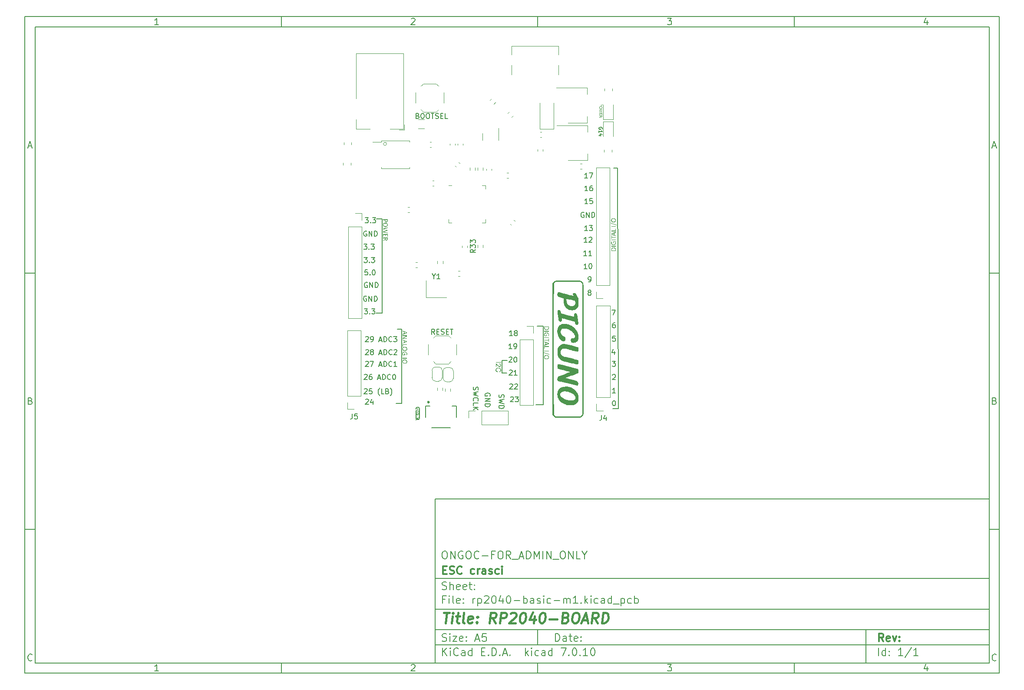
<source format=gbr>
%TF.GenerationSoftware,KiCad,Pcbnew,7.0.10*%
%TF.CreationDate,2024-01-28T16:32:00+05:30*%
%TF.ProjectId,rp2040-basic-m1,72703230-3430-42d6-9261-7369632d6d31,rev?*%
%TF.SameCoordinates,Original*%
%TF.FileFunction,Legend,Top*%
%TF.FilePolarity,Positive*%
%FSLAX46Y46*%
G04 Gerber Fmt 4.6, Leading zero omitted, Abs format (unit mm)*
G04 Created by KiCad (PCBNEW 7.0.10) date 2024-01-28 16:32:00*
%MOMM*%
%LPD*%
G01*
G04 APERTURE LIST*
%ADD10C,0.100000*%
%ADD11C,0.150000*%
%ADD12C,0.300000*%
%ADD13C,0.400000*%
%ADD14C,0.000000*%
%ADD15C,0.063500*%
%ADD16C,0.120000*%
%ADD17C,0.127000*%
G04 APERTURE END LIST*
D10*
D11*
X90007200Y-104005800D02*
X198007200Y-104005800D01*
X198007200Y-136005800D01*
X90007200Y-136005800D01*
X90007200Y-104005800D01*
D10*
D11*
X10000000Y-10000000D02*
X200007200Y-10000000D01*
X200007200Y-138005800D01*
X10000000Y-138005800D01*
X10000000Y-10000000D01*
D10*
D11*
X12000000Y-12000000D02*
X198007200Y-12000000D01*
X198007200Y-136005800D01*
X12000000Y-136005800D01*
X12000000Y-12000000D01*
D10*
D11*
X60000000Y-12000000D02*
X60000000Y-10000000D01*
D10*
D11*
X110000000Y-12000000D02*
X110000000Y-10000000D01*
D10*
D11*
X160000000Y-12000000D02*
X160000000Y-10000000D01*
D10*
D11*
X36089160Y-11593604D02*
X35346303Y-11593604D01*
X35717731Y-11593604D02*
X35717731Y-10293604D01*
X35717731Y-10293604D02*
X35593922Y-10479319D01*
X35593922Y-10479319D02*
X35470112Y-10603128D01*
X35470112Y-10603128D02*
X35346303Y-10665033D01*
D10*
D11*
X85346303Y-10417414D02*
X85408207Y-10355509D01*
X85408207Y-10355509D02*
X85532017Y-10293604D01*
X85532017Y-10293604D02*
X85841541Y-10293604D01*
X85841541Y-10293604D02*
X85965350Y-10355509D01*
X85965350Y-10355509D02*
X86027255Y-10417414D01*
X86027255Y-10417414D02*
X86089160Y-10541223D01*
X86089160Y-10541223D02*
X86089160Y-10665033D01*
X86089160Y-10665033D02*
X86027255Y-10850747D01*
X86027255Y-10850747D02*
X85284398Y-11593604D01*
X85284398Y-11593604D02*
X86089160Y-11593604D01*
D10*
D11*
X135284398Y-10293604D02*
X136089160Y-10293604D01*
X136089160Y-10293604D02*
X135655826Y-10788842D01*
X135655826Y-10788842D02*
X135841541Y-10788842D01*
X135841541Y-10788842D02*
X135965350Y-10850747D01*
X135965350Y-10850747D02*
X136027255Y-10912652D01*
X136027255Y-10912652D02*
X136089160Y-11036461D01*
X136089160Y-11036461D02*
X136089160Y-11345985D01*
X136089160Y-11345985D02*
X136027255Y-11469795D01*
X136027255Y-11469795D02*
X135965350Y-11531700D01*
X135965350Y-11531700D02*
X135841541Y-11593604D01*
X135841541Y-11593604D02*
X135470112Y-11593604D01*
X135470112Y-11593604D02*
X135346303Y-11531700D01*
X135346303Y-11531700D02*
X135284398Y-11469795D01*
D10*
D11*
X185965350Y-10726938D02*
X185965350Y-11593604D01*
X185655826Y-10231700D02*
X185346303Y-11160271D01*
X185346303Y-11160271D02*
X186151064Y-11160271D01*
D10*
D11*
X60000000Y-136005800D02*
X60000000Y-138005800D01*
D10*
D11*
X110000000Y-136005800D02*
X110000000Y-138005800D01*
D10*
D11*
X160000000Y-136005800D02*
X160000000Y-138005800D01*
D10*
D11*
X36089160Y-137599404D02*
X35346303Y-137599404D01*
X35717731Y-137599404D02*
X35717731Y-136299404D01*
X35717731Y-136299404D02*
X35593922Y-136485119D01*
X35593922Y-136485119D02*
X35470112Y-136608928D01*
X35470112Y-136608928D02*
X35346303Y-136670833D01*
D10*
D11*
X85346303Y-136423214D02*
X85408207Y-136361309D01*
X85408207Y-136361309D02*
X85532017Y-136299404D01*
X85532017Y-136299404D02*
X85841541Y-136299404D01*
X85841541Y-136299404D02*
X85965350Y-136361309D01*
X85965350Y-136361309D02*
X86027255Y-136423214D01*
X86027255Y-136423214D02*
X86089160Y-136547023D01*
X86089160Y-136547023D02*
X86089160Y-136670833D01*
X86089160Y-136670833D02*
X86027255Y-136856547D01*
X86027255Y-136856547D02*
X85284398Y-137599404D01*
X85284398Y-137599404D02*
X86089160Y-137599404D01*
D10*
D11*
X135284398Y-136299404D02*
X136089160Y-136299404D01*
X136089160Y-136299404D02*
X135655826Y-136794642D01*
X135655826Y-136794642D02*
X135841541Y-136794642D01*
X135841541Y-136794642D02*
X135965350Y-136856547D01*
X135965350Y-136856547D02*
X136027255Y-136918452D01*
X136027255Y-136918452D02*
X136089160Y-137042261D01*
X136089160Y-137042261D02*
X136089160Y-137351785D01*
X136089160Y-137351785D02*
X136027255Y-137475595D01*
X136027255Y-137475595D02*
X135965350Y-137537500D01*
X135965350Y-137537500D02*
X135841541Y-137599404D01*
X135841541Y-137599404D02*
X135470112Y-137599404D01*
X135470112Y-137599404D02*
X135346303Y-137537500D01*
X135346303Y-137537500D02*
X135284398Y-137475595D01*
D10*
D11*
X185965350Y-136732738D02*
X185965350Y-137599404D01*
X185655826Y-136237500D02*
X185346303Y-137166071D01*
X185346303Y-137166071D02*
X186151064Y-137166071D01*
D10*
D11*
X10000000Y-60000000D02*
X12000000Y-60000000D01*
D10*
D11*
X10000000Y-110000000D02*
X12000000Y-110000000D01*
D10*
D11*
X10690476Y-35222176D02*
X11309523Y-35222176D01*
X10566666Y-35593604D02*
X10999999Y-34293604D01*
X10999999Y-34293604D02*
X11433333Y-35593604D01*
D10*
D11*
X11092857Y-84912652D02*
X11278571Y-84974557D01*
X11278571Y-84974557D02*
X11340476Y-85036461D01*
X11340476Y-85036461D02*
X11402380Y-85160271D01*
X11402380Y-85160271D02*
X11402380Y-85345985D01*
X11402380Y-85345985D02*
X11340476Y-85469795D01*
X11340476Y-85469795D02*
X11278571Y-85531700D01*
X11278571Y-85531700D02*
X11154761Y-85593604D01*
X11154761Y-85593604D02*
X10659523Y-85593604D01*
X10659523Y-85593604D02*
X10659523Y-84293604D01*
X10659523Y-84293604D02*
X11092857Y-84293604D01*
X11092857Y-84293604D02*
X11216666Y-84355509D01*
X11216666Y-84355509D02*
X11278571Y-84417414D01*
X11278571Y-84417414D02*
X11340476Y-84541223D01*
X11340476Y-84541223D02*
X11340476Y-84665033D01*
X11340476Y-84665033D02*
X11278571Y-84788842D01*
X11278571Y-84788842D02*
X11216666Y-84850747D01*
X11216666Y-84850747D02*
X11092857Y-84912652D01*
X11092857Y-84912652D02*
X10659523Y-84912652D01*
D10*
D11*
X11402380Y-135469795D02*
X11340476Y-135531700D01*
X11340476Y-135531700D02*
X11154761Y-135593604D01*
X11154761Y-135593604D02*
X11030952Y-135593604D01*
X11030952Y-135593604D02*
X10845238Y-135531700D01*
X10845238Y-135531700D02*
X10721428Y-135407890D01*
X10721428Y-135407890D02*
X10659523Y-135284080D01*
X10659523Y-135284080D02*
X10597619Y-135036461D01*
X10597619Y-135036461D02*
X10597619Y-134850747D01*
X10597619Y-134850747D02*
X10659523Y-134603128D01*
X10659523Y-134603128D02*
X10721428Y-134479319D01*
X10721428Y-134479319D02*
X10845238Y-134355509D01*
X10845238Y-134355509D02*
X11030952Y-134293604D01*
X11030952Y-134293604D02*
X11154761Y-134293604D01*
X11154761Y-134293604D02*
X11340476Y-134355509D01*
X11340476Y-134355509D02*
X11402380Y-134417414D01*
D10*
D11*
X200007200Y-60000000D02*
X198007200Y-60000000D01*
D10*
D11*
X200007200Y-110000000D02*
X198007200Y-110000000D01*
D10*
D11*
X198697676Y-35222176D02*
X199316723Y-35222176D01*
X198573866Y-35593604D02*
X199007199Y-34293604D01*
X199007199Y-34293604D02*
X199440533Y-35593604D01*
D10*
D11*
X199100057Y-84912652D02*
X199285771Y-84974557D01*
X199285771Y-84974557D02*
X199347676Y-85036461D01*
X199347676Y-85036461D02*
X199409580Y-85160271D01*
X199409580Y-85160271D02*
X199409580Y-85345985D01*
X199409580Y-85345985D02*
X199347676Y-85469795D01*
X199347676Y-85469795D02*
X199285771Y-85531700D01*
X199285771Y-85531700D02*
X199161961Y-85593604D01*
X199161961Y-85593604D02*
X198666723Y-85593604D01*
X198666723Y-85593604D02*
X198666723Y-84293604D01*
X198666723Y-84293604D02*
X199100057Y-84293604D01*
X199100057Y-84293604D02*
X199223866Y-84355509D01*
X199223866Y-84355509D02*
X199285771Y-84417414D01*
X199285771Y-84417414D02*
X199347676Y-84541223D01*
X199347676Y-84541223D02*
X199347676Y-84665033D01*
X199347676Y-84665033D02*
X199285771Y-84788842D01*
X199285771Y-84788842D02*
X199223866Y-84850747D01*
X199223866Y-84850747D02*
X199100057Y-84912652D01*
X199100057Y-84912652D02*
X198666723Y-84912652D01*
D10*
D11*
X199409580Y-135469795D02*
X199347676Y-135531700D01*
X199347676Y-135531700D02*
X199161961Y-135593604D01*
X199161961Y-135593604D02*
X199038152Y-135593604D01*
X199038152Y-135593604D02*
X198852438Y-135531700D01*
X198852438Y-135531700D02*
X198728628Y-135407890D01*
X198728628Y-135407890D02*
X198666723Y-135284080D01*
X198666723Y-135284080D02*
X198604819Y-135036461D01*
X198604819Y-135036461D02*
X198604819Y-134850747D01*
X198604819Y-134850747D02*
X198666723Y-134603128D01*
X198666723Y-134603128D02*
X198728628Y-134479319D01*
X198728628Y-134479319D02*
X198852438Y-134355509D01*
X198852438Y-134355509D02*
X199038152Y-134293604D01*
X199038152Y-134293604D02*
X199161961Y-134293604D01*
X199161961Y-134293604D02*
X199347676Y-134355509D01*
X199347676Y-134355509D02*
X199409580Y-134417414D01*
D10*
D11*
X113463026Y-131791928D02*
X113463026Y-130291928D01*
X113463026Y-130291928D02*
X113820169Y-130291928D01*
X113820169Y-130291928D02*
X114034455Y-130363357D01*
X114034455Y-130363357D02*
X114177312Y-130506214D01*
X114177312Y-130506214D02*
X114248741Y-130649071D01*
X114248741Y-130649071D02*
X114320169Y-130934785D01*
X114320169Y-130934785D02*
X114320169Y-131149071D01*
X114320169Y-131149071D02*
X114248741Y-131434785D01*
X114248741Y-131434785D02*
X114177312Y-131577642D01*
X114177312Y-131577642D02*
X114034455Y-131720500D01*
X114034455Y-131720500D02*
X113820169Y-131791928D01*
X113820169Y-131791928D02*
X113463026Y-131791928D01*
X115605884Y-131791928D02*
X115605884Y-131006214D01*
X115605884Y-131006214D02*
X115534455Y-130863357D01*
X115534455Y-130863357D02*
X115391598Y-130791928D01*
X115391598Y-130791928D02*
X115105884Y-130791928D01*
X115105884Y-130791928D02*
X114963026Y-130863357D01*
X115605884Y-131720500D02*
X115463026Y-131791928D01*
X115463026Y-131791928D02*
X115105884Y-131791928D01*
X115105884Y-131791928D02*
X114963026Y-131720500D01*
X114963026Y-131720500D02*
X114891598Y-131577642D01*
X114891598Y-131577642D02*
X114891598Y-131434785D01*
X114891598Y-131434785D02*
X114963026Y-131291928D01*
X114963026Y-131291928D02*
X115105884Y-131220500D01*
X115105884Y-131220500D02*
X115463026Y-131220500D01*
X115463026Y-131220500D02*
X115605884Y-131149071D01*
X116105884Y-130791928D02*
X116677312Y-130791928D01*
X116320169Y-130291928D02*
X116320169Y-131577642D01*
X116320169Y-131577642D02*
X116391598Y-131720500D01*
X116391598Y-131720500D02*
X116534455Y-131791928D01*
X116534455Y-131791928D02*
X116677312Y-131791928D01*
X117748741Y-131720500D02*
X117605884Y-131791928D01*
X117605884Y-131791928D02*
X117320170Y-131791928D01*
X117320170Y-131791928D02*
X117177312Y-131720500D01*
X117177312Y-131720500D02*
X117105884Y-131577642D01*
X117105884Y-131577642D02*
X117105884Y-131006214D01*
X117105884Y-131006214D02*
X117177312Y-130863357D01*
X117177312Y-130863357D02*
X117320170Y-130791928D01*
X117320170Y-130791928D02*
X117605884Y-130791928D01*
X117605884Y-130791928D02*
X117748741Y-130863357D01*
X117748741Y-130863357D02*
X117820170Y-131006214D01*
X117820170Y-131006214D02*
X117820170Y-131149071D01*
X117820170Y-131149071D02*
X117105884Y-131291928D01*
X118463026Y-131649071D02*
X118534455Y-131720500D01*
X118534455Y-131720500D02*
X118463026Y-131791928D01*
X118463026Y-131791928D02*
X118391598Y-131720500D01*
X118391598Y-131720500D02*
X118463026Y-131649071D01*
X118463026Y-131649071D02*
X118463026Y-131791928D01*
X118463026Y-130863357D02*
X118534455Y-130934785D01*
X118534455Y-130934785D02*
X118463026Y-131006214D01*
X118463026Y-131006214D02*
X118391598Y-130934785D01*
X118391598Y-130934785D02*
X118463026Y-130863357D01*
X118463026Y-130863357D02*
X118463026Y-131006214D01*
D10*
D11*
X90007200Y-132505800D02*
X198007200Y-132505800D01*
D10*
D11*
X91463026Y-134591928D02*
X91463026Y-133091928D01*
X92320169Y-134591928D02*
X91677312Y-133734785D01*
X92320169Y-133091928D02*
X91463026Y-133949071D01*
X92963026Y-134591928D02*
X92963026Y-133591928D01*
X92963026Y-133091928D02*
X92891598Y-133163357D01*
X92891598Y-133163357D02*
X92963026Y-133234785D01*
X92963026Y-133234785D02*
X93034455Y-133163357D01*
X93034455Y-133163357D02*
X92963026Y-133091928D01*
X92963026Y-133091928D02*
X92963026Y-133234785D01*
X94534455Y-134449071D02*
X94463027Y-134520500D01*
X94463027Y-134520500D02*
X94248741Y-134591928D01*
X94248741Y-134591928D02*
X94105884Y-134591928D01*
X94105884Y-134591928D02*
X93891598Y-134520500D01*
X93891598Y-134520500D02*
X93748741Y-134377642D01*
X93748741Y-134377642D02*
X93677312Y-134234785D01*
X93677312Y-134234785D02*
X93605884Y-133949071D01*
X93605884Y-133949071D02*
X93605884Y-133734785D01*
X93605884Y-133734785D02*
X93677312Y-133449071D01*
X93677312Y-133449071D02*
X93748741Y-133306214D01*
X93748741Y-133306214D02*
X93891598Y-133163357D01*
X93891598Y-133163357D02*
X94105884Y-133091928D01*
X94105884Y-133091928D02*
X94248741Y-133091928D01*
X94248741Y-133091928D02*
X94463027Y-133163357D01*
X94463027Y-133163357D02*
X94534455Y-133234785D01*
X95820170Y-134591928D02*
X95820170Y-133806214D01*
X95820170Y-133806214D02*
X95748741Y-133663357D01*
X95748741Y-133663357D02*
X95605884Y-133591928D01*
X95605884Y-133591928D02*
X95320170Y-133591928D01*
X95320170Y-133591928D02*
X95177312Y-133663357D01*
X95820170Y-134520500D02*
X95677312Y-134591928D01*
X95677312Y-134591928D02*
X95320170Y-134591928D01*
X95320170Y-134591928D02*
X95177312Y-134520500D01*
X95177312Y-134520500D02*
X95105884Y-134377642D01*
X95105884Y-134377642D02*
X95105884Y-134234785D01*
X95105884Y-134234785D02*
X95177312Y-134091928D01*
X95177312Y-134091928D02*
X95320170Y-134020500D01*
X95320170Y-134020500D02*
X95677312Y-134020500D01*
X95677312Y-134020500D02*
X95820170Y-133949071D01*
X97177313Y-134591928D02*
X97177313Y-133091928D01*
X97177313Y-134520500D02*
X97034455Y-134591928D01*
X97034455Y-134591928D02*
X96748741Y-134591928D01*
X96748741Y-134591928D02*
X96605884Y-134520500D01*
X96605884Y-134520500D02*
X96534455Y-134449071D01*
X96534455Y-134449071D02*
X96463027Y-134306214D01*
X96463027Y-134306214D02*
X96463027Y-133877642D01*
X96463027Y-133877642D02*
X96534455Y-133734785D01*
X96534455Y-133734785D02*
X96605884Y-133663357D01*
X96605884Y-133663357D02*
X96748741Y-133591928D01*
X96748741Y-133591928D02*
X97034455Y-133591928D01*
X97034455Y-133591928D02*
X97177313Y-133663357D01*
X99034455Y-133806214D02*
X99534455Y-133806214D01*
X99748741Y-134591928D02*
X99034455Y-134591928D01*
X99034455Y-134591928D02*
X99034455Y-133091928D01*
X99034455Y-133091928D02*
X99748741Y-133091928D01*
X100391598Y-134449071D02*
X100463027Y-134520500D01*
X100463027Y-134520500D02*
X100391598Y-134591928D01*
X100391598Y-134591928D02*
X100320170Y-134520500D01*
X100320170Y-134520500D02*
X100391598Y-134449071D01*
X100391598Y-134449071D02*
X100391598Y-134591928D01*
X101105884Y-134591928D02*
X101105884Y-133091928D01*
X101105884Y-133091928D02*
X101463027Y-133091928D01*
X101463027Y-133091928D02*
X101677313Y-133163357D01*
X101677313Y-133163357D02*
X101820170Y-133306214D01*
X101820170Y-133306214D02*
X101891599Y-133449071D01*
X101891599Y-133449071D02*
X101963027Y-133734785D01*
X101963027Y-133734785D02*
X101963027Y-133949071D01*
X101963027Y-133949071D02*
X101891599Y-134234785D01*
X101891599Y-134234785D02*
X101820170Y-134377642D01*
X101820170Y-134377642D02*
X101677313Y-134520500D01*
X101677313Y-134520500D02*
X101463027Y-134591928D01*
X101463027Y-134591928D02*
X101105884Y-134591928D01*
X102605884Y-134449071D02*
X102677313Y-134520500D01*
X102677313Y-134520500D02*
X102605884Y-134591928D01*
X102605884Y-134591928D02*
X102534456Y-134520500D01*
X102534456Y-134520500D02*
X102605884Y-134449071D01*
X102605884Y-134449071D02*
X102605884Y-134591928D01*
X103248742Y-134163357D02*
X103963028Y-134163357D01*
X103105885Y-134591928D02*
X103605885Y-133091928D01*
X103605885Y-133091928D02*
X104105885Y-134591928D01*
X104605884Y-134449071D02*
X104677313Y-134520500D01*
X104677313Y-134520500D02*
X104605884Y-134591928D01*
X104605884Y-134591928D02*
X104534456Y-134520500D01*
X104534456Y-134520500D02*
X104605884Y-134449071D01*
X104605884Y-134449071D02*
X104605884Y-134591928D01*
X107605884Y-134591928D02*
X107605884Y-133091928D01*
X107748742Y-134020500D02*
X108177313Y-134591928D01*
X108177313Y-133591928D02*
X107605884Y-134163357D01*
X108820170Y-134591928D02*
X108820170Y-133591928D01*
X108820170Y-133091928D02*
X108748742Y-133163357D01*
X108748742Y-133163357D02*
X108820170Y-133234785D01*
X108820170Y-133234785D02*
X108891599Y-133163357D01*
X108891599Y-133163357D02*
X108820170Y-133091928D01*
X108820170Y-133091928D02*
X108820170Y-133234785D01*
X110177314Y-134520500D02*
X110034456Y-134591928D01*
X110034456Y-134591928D02*
X109748742Y-134591928D01*
X109748742Y-134591928D02*
X109605885Y-134520500D01*
X109605885Y-134520500D02*
X109534456Y-134449071D01*
X109534456Y-134449071D02*
X109463028Y-134306214D01*
X109463028Y-134306214D02*
X109463028Y-133877642D01*
X109463028Y-133877642D02*
X109534456Y-133734785D01*
X109534456Y-133734785D02*
X109605885Y-133663357D01*
X109605885Y-133663357D02*
X109748742Y-133591928D01*
X109748742Y-133591928D02*
X110034456Y-133591928D01*
X110034456Y-133591928D02*
X110177314Y-133663357D01*
X111463028Y-134591928D02*
X111463028Y-133806214D01*
X111463028Y-133806214D02*
X111391599Y-133663357D01*
X111391599Y-133663357D02*
X111248742Y-133591928D01*
X111248742Y-133591928D02*
X110963028Y-133591928D01*
X110963028Y-133591928D02*
X110820170Y-133663357D01*
X111463028Y-134520500D02*
X111320170Y-134591928D01*
X111320170Y-134591928D02*
X110963028Y-134591928D01*
X110963028Y-134591928D02*
X110820170Y-134520500D01*
X110820170Y-134520500D02*
X110748742Y-134377642D01*
X110748742Y-134377642D02*
X110748742Y-134234785D01*
X110748742Y-134234785D02*
X110820170Y-134091928D01*
X110820170Y-134091928D02*
X110963028Y-134020500D01*
X110963028Y-134020500D02*
X111320170Y-134020500D01*
X111320170Y-134020500D02*
X111463028Y-133949071D01*
X112820171Y-134591928D02*
X112820171Y-133091928D01*
X112820171Y-134520500D02*
X112677313Y-134591928D01*
X112677313Y-134591928D02*
X112391599Y-134591928D01*
X112391599Y-134591928D02*
X112248742Y-134520500D01*
X112248742Y-134520500D02*
X112177313Y-134449071D01*
X112177313Y-134449071D02*
X112105885Y-134306214D01*
X112105885Y-134306214D02*
X112105885Y-133877642D01*
X112105885Y-133877642D02*
X112177313Y-133734785D01*
X112177313Y-133734785D02*
X112248742Y-133663357D01*
X112248742Y-133663357D02*
X112391599Y-133591928D01*
X112391599Y-133591928D02*
X112677313Y-133591928D01*
X112677313Y-133591928D02*
X112820171Y-133663357D01*
X114534456Y-133091928D02*
X115534456Y-133091928D01*
X115534456Y-133091928D02*
X114891599Y-134591928D01*
X116105884Y-134449071D02*
X116177313Y-134520500D01*
X116177313Y-134520500D02*
X116105884Y-134591928D01*
X116105884Y-134591928D02*
X116034456Y-134520500D01*
X116034456Y-134520500D02*
X116105884Y-134449071D01*
X116105884Y-134449071D02*
X116105884Y-134591928D01*
X117105885Y-133091928D02*
X117248742Y-133091928D01*
X117248742Y-133091928D02*
X117391599Y-133163357D01*
X117391599Y-133163357D02*
X117463028Y-133234785D01*
X117463028Y-133234785D02*
X117534456Y-133377642D01*
X117534456Y-133377642D02*
X117605885Y-133663357D01*
X117605885Y-133663357D02*
X117605885Y-134020500D01*
X117605885Y-134020500D02*
X117534456Y-134306214D01*
X117534456Y-134306214D02*
X117463028Y-134449071D01*
X117463028Y-134449071D02*
X117391599Y-134520500D01*
X117391599Y-134520500D02*
X117248742Y-134591928D01*
X117248742Y-134591928D02*
X117105885Y-134591928D01*
X117105885Y-134591928D02*
X116963028Y-134520500D01*
X116963028Y-134520500D02*
X116891599Y-134449071D01*
X116891599Y-134449071D02*
X116820170Y-134306214D01*
X116820170Y-134306214D02*
X116748742Y-134020500D01*
X116748742Y-134020500D02*
X116748742Y-133663357D01*
X116748742Y-133663357D02*
X116820170Y-133377642D01*
X116820170Y-133377642D02*
X116891599Y-133234785D01*
X116891599Y-133234785D02*
X116963028Y-133163357D01*
X116963028Y-133163357D02*
X117105885Y-133091928D01*
X118248741Y-134449071D02*
X118320170Y-134520500D01*
X118320170Y-134520500D02*
X118248741Y-134591928D01*
X118248741Y-134591928D02*
X118177313Y-134520500D01*
X118177313Y-134520500D02*
X118248741Y-134449071D01*
X118248741Y-134449071D02*
X118248741Y-134591928D01*
X119748742Y-134591928D02*
X118891599Y-134591928D01*
X119320170Y-134591928D02*
X119320170Y-133091928D01*
X119320170Y-133091928D02*
X119177313Y-133306214D01*
X119177313Y-133306214D02*
X119034456Y-133449071D01*
X119034456Y-133449071D02*
X118891599Y-133520500D01*
X120677313Y-133091928D02*
X120820170Y-133091928D01*
X120820170Y-133091928D02*
X120963027Y-133163357D01*
X120963027Y-133163357D02*
X121034456Y-133234785D01*
X121034456Y-133234785D02*
X121105884Y-133377642D01*
X121105884Y-133377642D02*
X121177313Y-133663357D01*
X121177313Y-133663357D02*
X121177313Y-134020500D01*
X121177313Y-134020500D02*
X121105884Y-134306214D01*
X121105884Y-134306214D02*
X121034456Y-134449071D01*
X121034456Y-134449071D02*
X120963027Y-134520500D01*
X120963027Y-134520500D02*
X120820170Y-134591928D01*
X120820170Y-134591928D02*
X120677313Y-134591928D01*
X120677313Y-134591928D02*
X120534456Y-134520500D01*
X120534456Y-134520500D02*
X120463027Y-134449071D01*
X120463027Y-134449071D02*
X120391598Y-134306214D01*
X120391598Y-134306214D02*
X120320170Y-134020500D01*
X120320170Y-134020500D02*
X120320170Y-133663357D01*
X120320170Y-133663357D02*
X120391598Y-133377642D01*
X120391598Y-133377642D02*
X120463027Y-133234785D01*
X120463027Y-133234785D02*
X120534456Y-133163357D01*
X120534456Y-133163357D02*
X120677313Y-133091928D01*
D10*
D11*
X90007200Y-129505800D02*
X198007200Y-129505800D01*
D10*
D12*
X177418853Y-131784128D02*
X176918853Y-131069842D01*
X176561710Y-131784128D02*
X176561710Y-130284128D01*
X176561710Y-130284128D02*
X177133139Y-130284128D01*
X177133139Y-130284128D02*
X177275996Y-130355557D01*
X177275996Y-130355557D02*
X177347425Y-130426985D01*
X177347425Y-130426985D02*
X177418853Y-130569842D01*
X177418853Y-130569842D02*
X177418853Y-130784128D01*
X177418853Y-130784128D02*
X177347425Y-130926985D01*
X177347425Y-130926985D02*
X177275996Y-130998414D01*
X177275996Y-130998414D02*
X177133139Y-131069842D01*
X177133139Y-131069842D02*
X176561710Y-131069842D01*
X178633139Y-131712700D02*
X178490282Y-131784128D01*
X178490282Y-131784128D02*
X178204568Y-131784128D01*
X178204568Y-131784128D02*
X178061710Y-131712700D01*
X178061710Y-131712700D02*
X177990282Y-131569842D01*
X177990282Y-131569842D02*
X177990282Y-130998414D01*
X177990282Y-130998414D02*
X178061710Y-130855557D01*
X178061710Y-130855557D02*
X178204568Y-130784128D01*
X178204568Y-130784128D02*
X178490282Y-130784128D01*
X178490282Y-130784128D02*
X178633139Y-130855557D01*
X178633139Y-130855557D02*
X178704568Y-130998414D01*
X178704568Y-130998414D02*
X178704568Y-131141271D01*
X178704568Y-131141271D02*
X177990282Y-131284128D01*
X179204567Y-130784128D02*
X179561710Y-131784128D01*
X179561710Y-131784128D02*
X179918853Y-130784128D01*
X180490281Y-131641271D02*
X180561710Y-131712700D01*
X180561710Y-131712700D02*
X180490281Y-131784128D01*
X180490281Y-131784128D02*
X180418853Y-131712700D01*
X180418853Y-131712700D02*
X180490281Y-131641271D01*
X180490281Y-131641271D02*
X180490281Y-131784128D01*
X180490281Y-130855557D02*
X180561710Y-130926985D01*
X180561710Y-130926985D02*
X180490281Y-130998414D01*
X180490281Y-130998414D02*
X180418853Y-130926985D01*
X180418853Y-130926985D02*
X180490281Y-130855557D01*
X180490281Y-130855557D02*
X180490281Y-130998414D01*
D10*
D11*
X91391598Y-131720500D02*
X91605884Y-131791928D01*
X91605884Y-131791928D02*
X91963026Y-131791928D01*
X91963026Y-131791928D02*
X92105884Y-131720500D01*
X92105884Y-131720500D02*
X92177312Y-131649071D01*
X92177312Y-131649071D02*
X92248741Y-131506214D01*
X92248741Y-131506214D02*
X92248741Y-131363357D01*
X92248741Y-131363357D02*
X92177312Y-131220500D01*
X92177312Y-131220500D02*
X92105884Y-131149071D01*
X92105884Y-131149071D02*
X91963026Y-131077642D01*
X91963026Y-131077642D02*
X91677312Y-131006214D01*
X91677312Y-131006214D02*
X91534455Y-130934785D01*
X91534455Y-130934785D02*
X91463026Y-130863357D01*
X91463026Y-130863357D02*
X91391598Y-130720500D01*
X91391598Y-130720500D02*
X91391598Y-130577642D01*
X91391598Y-130577642D02*
X91463026Y-130434785D01*
X91463026Y-130434785D02*
X91534455Y-130363357D01*
X91534455Y-130363357D02*
X91677312Y-130291928D01*
X91677312Y-130291928D02*
X92034455Y-130291928D01*
X92034455Y-130291928D02*
X92248741Y-130363357D01*
X92891597Y-131791928D02*
X92891597Y-130791928D01*
X92891597Y-130291928D02*
X92820169Y-130363357D01*
X92820169Y-130363357D02*
X92891597Y-130434785D01*
X92891597Y-130434785D02*
X92963026Y-130363357D01*
X92963026Y-130363357D02*
X92891597Y-130291928D01*
X92891597Y-130291928D02*
X92891597Y-130434785D01*
X93463026Y-130791928D02*
X94248741Y-130791928D01*
X94248741Y-130791928D02*
X93463026Y-131791928D01*
X93463026Y-131791928D02*
X94248741Y-131791928D01*
X95391598Y-131720500D02*
X95248741Y-131791928D01*
X95248741Y-131791928D02*
X94963027Y-131791928D01*
X94963027Y-131791928D02*
X94820169Y-131720500D01*
X94820169Y-131720500D02*
X94748741Y-131577642D01*
X94748741Y-131577642D02*
X94748741Y-131006214D01*
X94748741Y-131006214D02*
X94820169Y-130863357D01*
X94820169Y-130863357D02*
X94963027Y-130791928D01*
X94963027Y-130791928D02*
X95248741Y-130791928D01*
X95248741Y-130791928D02*
X95391598Y-130863357D01*
X95391598Y-130863357D02*
X95463027Y-131006214D01*
X95463027Y-131006214D02*
X95463027Y-131149071D01*
X95463027Y-131149071D02*
X94748741Y-131291928D01*
X96105883Y-131649071D02*
X96177312Y-131720500D01*
X96177312Y-131720500D02*
X96105883Y-131791928D01*
X96105883Y-131791928D02*
X96034455Y-131720500D01*
X96034455Y-131720500D02*
X96105883Y-131649071D01*
X96105883Y-131649071D02*
X96105883Y-131791928D01*
X96105883Y-130863357D02*
X96177312Y-130934785D01*
X96177312Y-130934785D02*
X96105883Y-131006214D01*
X96105883Y-131006214D02*
X96034455Y-130934785D01*
X96034455Y-130934785D02*
X96105883Y-130863357D01*
X96105883Y-130863357D02*
X96105883Y-131006214D01*
X97891598Y-131363357D02*
X98605884Y-131363357D01*
X97748741Y-131791928D02*
X98248741Y-130291928D01*
X98248741Y-130291928D02*
X98748741Y-131791928D01*
X99963026Y-130291928D02*
X99248740Y-130291928D01*
X99248740Y-130291928D02*
X99177312Y-131006214D01*
X99177312Y-131006214D02*
X99248740Y-130934785D01*
X99248740Y-130934785D02*
X99391598Y-130863357D01*
X99391598Y-130863357D02*
X99748740Y-130863357D01*
X99748740Y-130863357D02*
X99891598Y-130934785D01*
X99891598Y-130934785D02*
X99963026Y-131006214D01*
X99963026Y-131006214D02*
X100034455Y-131149071D01*
X100034455Y-131149071D02*
X100034455Y-131506214D01*
X100034455Y-131506214D02*
X99963026Y-131649071D01*
X99963026Y-131649071D02*
X99891598Y-131720500D01*
X99891598Y-131720500D02*
X99748740Y-131791928D01*
X99748740Y-131791928D02*
X99391598Y-131791928D01*
X99391598Y-131791928D02*
X99248740Y-131720500D01*
X99248740Y-131720500D02*
X99177312Y-131649071D01*
D10*
D11*
X176463026Y-134591928D02*
X176463026Y-133091928D01*
X177820170Y-134591928D02*
X177820170Y-133091928D01*
X177820170Y-134520500D02*
X177677312Y-134591928D01*
X177677312Y-134591928D02*
X177391598Y-134591928D01*
X177391598Y-134591928D02*
X177248741Y-134520500D01*
X177248741Y-134520500D02*
X177177312Y-134449071D01*
X177177312Y-134449071D02*
X177105884Y-134306214D01*
X177105884Y-134306214D02*
X177105884Y-133877642D01*
X177105884Y-133877642D02*
X177177312Y-133734785D01*
X177177312Y-133734785D02*
X177248741Y-133663357D01*
X177248741Y-133663357D02*
X177391598Y-133591928D01*
X177391598Y-133591928D02*
X177677312Y-133591928D01*
X177677312Y-133591928D02*
X177820170Y-133663357D01*
X178534455Y-134449071D02*
X178605884Y-134520500D01*
X178605884Y-134520500D02*
X178534455Y-134591928D01*
X178534455Y-134591928D02*
X178463027Y-134520500D01*
X178463027Y-134520500D02*
X178534455Y-134449071D01*
X178534455Y-134449071D02*
X178534455Y-134591928D01*
X178534455Y-133663357D02*
X178605884Y-133734785D01*
X178605884Y-133734785D02*
X178534455Y-133806214D01*
X178534455Y-133806214D02*
X178463027Y-133734785D01*
X178463027Y-133734785D02*
X178534455Y-133663357D01*
X178534455Y-133663357D02*
X178534455Y-133806214D01*
X181177313Y-134591928D02*
X180320170Y-134591928D01*
X180748741Y-134591928D02*
X180748741Y-133091928D01*
X180748741Y-133091928D02*
X180605884Y-133306214D01*
X180605884Y-133306214D02*
X180463027Y-133449071D01*
X180463027Y-133449071D02*
X180320170Y-133520500D01*
X182891598Y-133020500D02*
X181605884Y-134949071D01*
X184177313Y-134591928D02*
X183320170Y-134591928D01*
X183748741Y-134591928D02*
X183748741Y-133091928D01*
X183748741Y-133091928D02*
X183605884Y-133306214D01*
X183605884Y-133306214D02*
X183463027Y-133449071D01*
X183463027Y-133449071D02*
X183320170Y-133520500D01*
D10*
D11*
X90007200Y-125505800D02*
X198007200Y-125505800D01*
D10*
D13*
X91698928Y-126210238D02*
X92841785Y-126210238D01*
X92020357Y-128210238D02*
X92270357Y-126210238D01*
X93258452Y-128210238D02*
X93425119Y-126876904D01*
X93508452Y-126210238D02*
X93401309Y-126305476D01*
X93401309Y-126305476D02*
X93484643Y-126400714D01*
X93484643Y-126400714D02*
X93591786Y-126305476D01*
X93591786Y-126305476D02*
X93508452Y-126210238D01*
X93508452Y-126210238D02*
X93484643Y-126400714D01*
X94091786Y-126876904D02*
X94853690Y-126876904D01*
X94460833Y-126210238D02*
X94246548Y-127924523D01*
X94246548Y-127924523D02*
X94317976Y-128115000D01*
X94317976Y-128115000D02*
X94496548Y-128210238D01*
X94496548Y-128210238D02*
X94687024Y-128210238D01*
X95639405Y-128210238D02*
X95460833Y-128115000D01*
X95460833Y-128115000D02*
X95389405Y-127924523D01*
X95389405Y-127924523D02*
X95603690Y-126210238D01*
X97175119Y-128115000D02*
X96972738Y-128210238D01*
X96972738Y-128210238D02*
X96591785Y-128210238D01*
X96591785Y-128210238D02*
X96413214Y-128115000D01*
X96413214Y-128115000D02*
X96341785Y-127924523D01*
X96341785Y-127924523D02*
X96437024Y-127162619D01*
X96437024Y-127162619D02*
X96556071Y-126972142D01*
X96556071Y-126972142D02*
X96758452Y-126876904D01*
X96758452Y-126876904D02*
X97139404Y-126876904D01*
X97139404Y-126876904D02*
X97317976Y-126972142D01*
X97317976Y-126972142D02*
X97389404Y-127162619D01*
X97389404Y-127162619D02*
X97365595Y-127353095D01*
X97365595Y-127353095D02*
X96389404Y-127543571D01*
X98139405Y-128019761D02*
X98222738Y-128115000D01*
X98222738Y-128115000D02*
X98115595Y-128210238D01*
X98115595Y-128210238D02*
X98032262Y-128115000D01*
X98032262Y-128115000D02*
X98139405Y-128019761D01*
X98139405Y-128019761D02*
X98115595Y-128210238D01*
X98270357Y-126972142D02*
X98353690Y-127067380D01*
X98353690Y-127067380D02*
X98246548Y-127162619D01*
X98246548Y-127162619D02*
X98163214Y-127067380D01*
X98163214Y-127067380D02*
X98270357Y-126972142D01*
X98270357Y-126972142D02*
X98246548Y-127162619D01*
X101734643Y-128210238D02*
X101187024Y-127257857D01*
X100591786Y-128210238D02*
X100841786Y-126210238D01*
X100841786Y-126210238D02*
X101603691Y-126210238D01*
X101603691Y-126210238D02*
X101782262Y-126305476D01*
X101782262Y-126305476D02*
X101865596Y-126400714D01*
X101865596Y-126400714D02*
X101937024Y-126591190D01*
X101937024Y-126591190D02*
X101901310Y-126876904D01*
X101901310Y-126876904D02*
X101782262Y-127067380D01*
X101782262Y-127067380D02*
X101675120Y-127162619D01*
X101675120Y-127162619D02*
X101472739Y-127257857D01*
X101472739Y-127257857D02*
X100710834Y-127257857D01*
X102591786Y-128210238D02*
X102841786Y-126210238D01*
X102841786Y-126210238D02*
X103603691Y-126210238D01*
X103603691Y-126210238D02*
X103782262Y-126305476D01*
X103782262Y-126305476D02*
X103865596Y-126400714D01*
X103865596Y-126400714D02*
X103937024Y-126591190D01*
X103937024Y-126591190D02*
X103901310Y-126876904D01*
X103901310Y-126876904D02*
X103782262Y-127067380D01*
X103782262Y-127067380D02*
X103675120Y-127162619D01*
X103675120Y-127162619D02*
X103472739Y-127257857D01*
X103472739Y-127257857D02*
X102710834Y-127257857D01*
X104722739Y-126400714D02*
X104829881Y-126305476D01*
X104829881Y-126305476D02*
X105032262Y-126210238D01*
X105032262Y-126210238D02*
X105508453Y-126210238D01*
X105508453Y-126210238D02*
X105687024Y-126305476D01*
X105687024Y-126305476D02*
X105770358Y-126400714D01*
X105770358Y-126400714D02*
X105841786Y-126591190D01*
X105841786Y-126591190D02*
X105817977Y-126781666D01*
X105817977Y-126781666D02*
X105687024Y-127067380D01*
X105687024Y-127067380D02*
X104401310Y-128210238D01*
X104401310Y-128210238D02*
X105639405Y-128210238D01*
X107127501Y-126210238D02*
X107317977Y-126210238D01*
X107317977Y-126210238D02*
X107496548Y-126305476D01*
X107496548Y-126305476D02*
X107579882Y-126400714D01*
X107579882Y-126400714D02*
X107651310Y-126591190D01*
X107651310Y-126591190D02*
X107698929Y-126972142D01*
X107698929Y-126972142D02*
X107639405Y-127448333D01*
X107639405Y-127448333D02*
X107496548Y-127829285D01*
X107496548Y-127829285D02*
X107377501Y-128019761D01*
X107377501Y-128019761D02*
X107270358Y-128115000D01*
X107270358Y-128115000D02*
X107067977Y-128210238D01*
X107067977Y-128210238D02*
X106877501Y-128210238D01*
X106877501Y-128210238D02*
X106698929Y-128115000D01*
X106698929Y-128115000D02*
X106615596Y-128019761D01*
X106615596Y-128019761D02*
X106544167Y-127829285D01*
X106544167Y-127829285D02*
X106496548Y-127448333D01*
X106496548Y-127448333D02*
X106556072Y-126972142D01*
X106556072Y-126972142D02*
X106698929Y-126591190D01*
X106698929Y-126591190D02*
X106817977Y-126400714D01*
X106817977Y-126400714D02*
X106925120Y-126305476D01*
X106925120Y-126305476D02*
X107127501Y-126210238D01*
X109425120Y-126876904D02*
X109258453Y-128210238D01*
X109044167Y-126115000D02*
X108389405Y-127543571D01*
X108389405Y-127543571D02*
X109627501Y-127543571D01*
X110937025Y-126210238D02*
X111127501Y-126210238D01*
X111127501Y-126210238D02*
X111306072Y-126305476D01*
X111306072Y-126305476D02*
X111389406Y-126400714D01*
X111389406Y-126400714D02*
X111460834Y-126591190D01*
X111460834Y-126591190D02*
X111508453Y-126972142D01*
X111508453Y-126972142D02*
X111448929Y-127448333D01*
X111448929Y-127448333D02*
X111306072Y-127829285D01*
X111306072Y-127829285D02*
X111187025Y-128019761D01*
X111187025Y-128019761D02*
X111079882Y-128115000D01*
X111079882Y-128115000D02*
X110877501Y-128210238D01*
X110877501Y-128210238D02*
X110687025Y-128210238D01*
X110687025Y-128210238D02*
X110508453Y-128115000D01*
X110508453Y-128115000D02*
X110425120Y-128019761D01*
X110425120Y-128019761D02*
X110353691Y-127829285D01*
X110353691Y-127829285D02*
X110306072Y-127448333D01*
X110306072Y-127448333D02*
X110365596Y-126972142D01*
X110365596Y-126972142D02*
X110508453Y-126591190D01*
X110508453Y-126591190D02*
X110627501Y-126400714D01*
X110627501Y-126400714D02*
X110734644Y-126305476D01*
X110734644Y-126305476D02*
X110937025Y-126210238D01*
X112306072Y-127448333D02*
X113829882Y-127448333D01*
X115484643Y-127162619D02*
X115758453Y-127257857D01*
X115758453Y-127257857D02*
X115841786Y-127353095D01*
X115841786Y-127353095D02*
X115913215Y-127543571D01*
X115913215Y-127543571D02*
X115877500Y-127829285D01*
X115877500Y-127829285D02*
X115758453Y-128019761D01*
X115758453Y-128019761D02*
X115651310Y-128115000D01*
X115651310Y-128115000D02*
X115448929Y-128210238D01*
X115448929Y-128210238D02*
X114687024Y-128210238D01*
X114687024Y-128210238D02*
X114937024Y-126210238D01*
X114937024Y-126210238D02*
X115603691Y-126210238D01*
X115603691Y-126210238D02*
X115782262Y-126305476D01*
X115782262Y-126305476D02*
X115865596Y-126400714D01*
X115865596Y-126400714D02*
X115937024Y-126591190D01*
X115937024Y-126591190D02*
X115913215Y-126781666D01*
X115913215Y-126781666D02*
X115794167Y-126972142D01*
X115794167Y-126972142D02*
X115687024Y-127067380D01*
X115687024Y-127067380D02*
X115484643Y-127162619D01*
X115484643Y-127162619D02*
X114817977Y-127162619D01*
X117317977Y-126210238D02*
X117698929Y-126210238D01*
X117698929Y-126210238D02*
X117877500Y-126305476D01*
X117877500Y-126305476D02*
X118044167Y-126495952D01*
X118044167Y-126495952D02*
X118091786Y-126876904D01*
X118091786Y-126876904D02*
X118008453Y-127543571D01*
X118008453Y-127543571D02*
X117865596Y-127924523D01*
X117865596Y-127924523D02*
X117651310Y-128115000D01*
X117651310Y-128115000D02*
X117448929Y-128210238D01*
X117448929Y-128210238D02*
X117067977Y-128210238D01*
X117067977Y-128210238D02*
X116889405Y-128115000D01*
X116889405Y-128115000D02*
X116722739Y-127924523D01*
X116722739Y-127924523D02*
X116675119Y-127543571D01*
X116675119Y-127543571D02*
X116758453Y-126876904D01*
X116758453Y-126876904D02*
X116901310Y-126495952D01*
X116901310Y-126495952D02*
X117115596Y-126305476D01*
X117115596Y-126305476D02*
X117317977Y-126210238D01*
X118758453Y-127638809D02*
X119710834Y-127638809D01*
X118496548Y-128210238D02*
X119413215Y-126210238D01*
X119413215Y-126210238D02*
X119829881Y-128210238D01*
X121639405Y-128210238D02*
X121091786Y-127257857D01*
X120496548Y-128210238D02*
X120746548Y-126210238D01*
X120746548Y-126210238D02*
X121508453Y-126210238D01*
X121508453Y-126210238D02*
X121687024Y-126305476D01*
X121687024Y-126305476D02*
X121770358Y-126400714D01*
X121770358Y-126400714D02*
X121841786Y-126591190D01*
X121841786Y-126591190D02*
X121806072Y-126876904D01*
X121806072Y-126876904D02*
X121687024Y-127067380D01*
X121687024Y-127067380D02*
X121579882Y-127162619D01*
X121579882Y-127162619D02*
X121377501Y-127257857D01*
X121377501Y-127257857D02*
X120615596Y-127257857D01*
X122496548Y-128210238D02*
X122746548Y-126210238D01*
X122746548Y-126210238D02*
X123222739Y-126210238D01*
X123222739Y-126210238D02*
X123496548Y-126305476D01*
X123496548Y-126305476D02*
X123663215Y-126495952D01*
X123663215Y-126495952D02*
X123734643Y-126686428D01*
X123734643Y-126686428D02*
X123782263Y-127067380D01*
X123782263Y-127067380D02*
X123746548Y-127353095D01*
X123746548Y-127353095D02*
X123603691Y-127734047D01*
X123603691Y-127734047D02*
X123484643Y-127924523D01*
X123484643Y-127924523D02*
X123270358Y-128115000D01*
X123270358Y-128115000D02*
X122972739Y-128210238D01*
X122972739Y-128210238D02*
X122496548Y-128210238D01*
D10*
D11*
X91963026Y-123606214D02*
X91463026Y-123606214D01*
X91463026Y-124391928D02*
X91463026Y-122891928D01*
X91463026Y-122891928D02*
X92177312Y-122891928D01*
X92748740Y-124391928D02*
X92748740Y-123391928D01*
X92748740Y-122891928D02*
X92677312Y-122963357D01*
X92677312Y-122963357D02*
X92748740Y-123034785D01*
X92748740Y-123034785D02*
X92820169Y-122963357D01*
X92820169Y-122963357D02*
X92748740Y-122891928D01*
X92748740Y-122891928D02*
X92748740Y-123034785D01*
X93677312Y-124391928D02*
X93534455Y-124320500D01*
X93534455Y-124320500D02*
X93463026Y-124177642D01*
X93463026Y-124177642D02*
X93463026Y-122891928D01*
X94820169Y-124320500D02*
X94677312Y-124391928D01*
X94677312Y-124391928D02*
X94391598Y-124391928D01*
X94391598Y-124391928D02*
X94248740Y-124320500D01*
X94248740Y-124320500D02*
X94177312Y-124177642D01*
X94177312Y-124177642D02*
X94177312Y-123606214D01*
X94177312Y-123606214D02*
X94248740Y-123463357D01*
X94248740Y-123463357D02*
X94391598Y-123391928D01*
X94391598Y-123391928D02*
X94677312Y-123391928D01*
X94677312Y-123391928D02*
X94820169Y-123463357D01*
X94820169Y-123463357D02*
X94891598Y-123606214D01*
X94891598Y-123606214D02*
X94891598Y-123749071D01*
X94891598Y-123749071D02*
X94177312Y-123891928D01*
X95534454Y-124249071D02*
X95605883Y-124320500D01*
X95605883Y-124320500D02*
X95534454Y-124391928D01*
X95534454Y-124391928D02*
X95463026Y-124320500D01*
X95463026Y-124320500D02*
X95534454Y-124249071D01*
X95534454Y-124249071D02*
X95534454Y-124391928D01*
X95534454Y-123463357D02*
X95605883Y-123534785D01*
X95605883Y-123534785D02*
X95534454Y-123606214D01*
X95534454Y-123606214D02*
X95463026Y-123534785D01*
X95463026Y-123534785D02*
X95534454Y-123463357D01*
X95534454Y-123463357D02*
X95534454Y-123606214D01*
X97391597Y-124391928D02*
X97391597Y-123391928D01*
X97391597Y-123677642D02*
X97463026Y-123534785D01*
X97463026Y-123534785D02*
X97534455Y-123463357D01*
X97534455Y-123463357D02*
X97677312Y-123391928D01*
X97677312Y-123391928D02*
X97820169Y-123391928D01*
X98320168Y-123391928D02*
X98320168Y-124891928D01*
X98320168Y-123463357D02*
X98463026Y-123391928D01*
X98463026Y-123391928D02*
X98748740Y-123391928D01*
X98748740Y-123391928D02*
X98891597Y-123463357D01*
X98891597Y-123463357D02*
X98963026Y-123534785D01*
X98963026Y-123534785D02*
X99034454Y-123677642D01*
X99034454Y-123677642D02*
X99034454Y-124106214D01*
X99034454Y-124106214D02*
X98963026Y-124249071D01*
X98963026Y-124249071D02*
X98891597Y-124320500D01*
X98891597Y-124320500D02*
X98748740Y-124391928D01*
X98748740Y-124391928D02*
X98463026Y-124391928D01*
X98463026Y-124391928D02*
X98320168Y-124320500D01*
X99605883Y-123034785D02*
X99677311Y-122963357D01*
X99677311Y-122963357D02*
X99820169Y-122891928D01*
X99820169Y-122891928D02*
X100177311Y-122891928D01*
X100177311Y-122891928D02*
X100320169Y-122963357D01*
X100320169Y-122963357D02*
X100391597Y-123034785D01*
X100391597Y-123034785D02*
X100463026Y-123177642D01*
X100463026Y-123177642D02*
X100463026Y-123320500D01*
X100463026Y-123320500D02*
X100391597Y-123534785D01*
X100391597Y-123534785D02*
X99534454Y-124391928D01*
X99534454Y-124391928D02*
X100463026Y-124391928D01*
X101391597Y-122891928D02*
X101534454Y-122891928D01*
X101534454Y-122891928D02*
X101677311Y-122963357D01*
X101677311Y-122963357D02*
X101748740Y-123034785D01*
X101748740Y-123034785D02*
X101820168Y-123177642D01*
X101820168Y-123177642D02*
X101891597Y-123463357D01*
X101891597Y-123463357D02*
X101891597Y-123820500D01*
X101891597Y-123820500D02*
X101820168Y-124106214D01*
X101820168Y-124106214D02*
X101748740Y-124249071D01*
X101748740Y-124249071D02*
X101677311Y-124320500D01*
X101677311Y-124320500D02*
X101534454Y-124391928D01*
X101534454Y-124391928D02*
X101391597Y-124391928D01*
X101391597Y-124391928D02*
X101248740Y-124320500D01*
X101248740Y-124320500D02*
X101177311Y-124249071D01*
X101177311Y-124249071D02*
X101105882Y-124106214D01*
X101105882Y-124106214D02*
X101034454Y-123820500D01*
X101034454Y-123820500D02*
X101034454Y-123463357D01*
X101034454Y-123463357D02*
X101105882Y-123177642D01*
X101105882Y-123177642D02*
X101177311Y-123034785D01*
X101177311Y-123034785D02*
X101248740Y-122963357D01*
X101248740Y-122963357D02*
X101391597Y-122891928D01*
X103177311Y-123391928D02*
X103177311Y-124391928D01*
X102820168Y-122820500D02*
X102463025Y-123891928D01*
X102463025Y-123891928D02*
X103391596Y-123891928D01*
X104248739Y-122891928D02*
X104391596Y-122891928D01*
X104391596Y-122891928D02*
X104534453Y-122963357D01*
X104534453Y-122963357D02*
X104605882Y-123034785D01*
X104605882Y-123034785D02*
X104677310Y-123177642D01*
X104677310Y-123177642D02*
X104748739Y-123463357D01*
X104748739Y-123463357D02*
X104748739Y-123820500D01*
X104748739Y-123820500D02*
X104677310Y-124106214D01*
X104677310Y-124106214D02*
X104605882Y-124249071D01*
X104605882Y-124249071D02*
X104534453Y-124320500D01*
X104534453Y-124320500D02*
X104391596Y-124391928D01*
X104391596Y-124391928D02*
X104248739Y-124391928D01*
X104248739Y-124391928D02*
X104105882Y-124320500D01*
X104105882Y-124320500D02*
X104034453Y-124249071D01*
X104034453Y-124249071D02*
X103963024Y-124106214D01*
X103963024Y-124106214D02*
X103891596Y-123820500D01*
X103891596Y-123820500D02*
X103891596Y-123463357D01*
X103891596Y-123463357D02*
X103963024Y-123177642D01*
X103963024Y-123177642D02*
X104034453Y-123034785D01*
X104034453Y-123034785D02*
X104105882Y-122963357D01*
X104105882Y-122963357D02*
X104248739Y-122891928D01*
X105391595Y-123820500D02*
X106534453Y-123820500D01*
X107248738Y-124391928D02*
X107248738Y-122891928D01*
X107248738Y-123463357D02*
X107391596Y-123391928D01*
X107391596Y-123391928D02*
X107677310Y-123391928D01*
X107677310Y-123391928D02*
X107820167Y-123463357D01*
X107820167Y-123463357D02*
X107891596Y-123534785D01*
X107891596Y-123534785D02*
X107963024Y-123677642D01*
X107963024Y-123677642D02*
X107963024Y-124106214D01*
X107963024Y-124106214D02*
X107891596Y-124249071D01*
X107891596Y-124249071D02*
X107820167Y-124320500D01*
X107820167Y-124320500D02*
X107677310Y-124391928D01*
X107677310Y-124391928D02*
X107391596Y-124391928D01*
X107391596Y-124391928D02*
X107248738Y-124320500D01*
X109248739Y-124391928D02*
X109248739Y-123606214D01*
X109248739Y-123606214D02*
X109177310Y-123463357D01*
X109177310Y-123463357D02*
X109034453Y-123391928D01*
X109034453Y-123391928D02*
X108748739Y-123391928D01*
X108748739Y-123391928D02*
X108605881Y-123463357D01*
X109248739Y-124320500D02*
X109105881Y-124391928D01*
X109105881Y-124391928D02*
X108748739Y-124391928D01*
X108748739Y-124391928D02*
X108605881Y-124320500D01*
X108605881Y-124320500D02*
X108534453Y-124177642D01*
X108534453Y-124177642D02*
X108534453Y-124034785D01*
X108534453Y-124034785D02*
X108605881Y-123891928D01*
X108605881Y-123891928D02*
X108748739Y-123820500D01*
X108748739Y-123820500D02*
X109105881Y-123820500D01*
X109105881Y-123820500D02*
X109248739Y-123749071D01*
X109891596Y-124320500D02*
X110034453Y-124391928D01*
X110034453Y-124391928D02*
X110320167Y-124391928D01*
X110320167Y-124391928D02*
X110463024Y-124320500D01*
X110463024Y-124320500D02*
X110534453Y-124177642D01*
X110534453Y-124177642D02*
X110534453Y-124106214D01*
X110534453Y-124106214D02*
X110463024Y-123963357D01*
X110463024Y-123963357D02*
X110320167Y-123891928D01*
X110320167Y-123891928D02*
X110105882Y-123891928D01*
X110105882Y-123891928D02*
X109963024Y-123820500D01*
X109963024Y-123820500D02*
X109891596Y-123677642D01*
X109891596Y-123677642D02*
X109891596Y-123606214D01*
X109891596Y-123606214D02*
X109963024Y-123463357D01*
X109963024Y-123463357D02*
X110105882Y-123391928D01*
X110105882Y-123391928D02*
X110320167Y-123391928D01*
X110320167Y-123391928D02*
X110463024Y-123463357D01*
X111177310Y-124391928D02*
X111177310Y-123391928D01*
X111177310Y-122891928D02*
X111105882Y-122963357D01*
X111105882Y-122963357D02*
X111177310Y-123034785D01*
X111177310Y-123034785D02*
X111248739Y-122963357D01*
X111248739Y-122963357D02*
X111177310Y-122891928D01*
X111177310Y-122891928D02*
X111177310Y-123034785D01*
X112534454Y-124320500D02*
X112391596Y-124391928D01*
X112391596Y-124391928D02*
X112105882Y-124391928D01*
X112105882Y-124391928D02*
X111963025Y-124320500D01*
X111963025Y-124320500D02*
X111891596Y-124249071D01*
X111891596Y-124249071D02*
X111820168Y-124106214D01*
X111820168Y-124106214D02*
X111820168Y-123677642D01*
X111820168Y-123677642D02*
X111891596Y-123534785D01*
X111891596Y-123534785D02*
X111963025Y-123463357D01*
X111963025Y-123463357D02*
X112105882Y-123391928D01*
X112105882Y-123391928D02*
X112391596Y-123391928D01*
X112391596Y-123391928D02*
X112534454Y-123463357D01*
X113177310Y-123820500D02*
X114320168Y-123820500D01*
X115034453Y-124391928D02*
X115034453Y-123391928D01*
X115034453Y-123534785D02*
X115105882Y-123463357D01*
X115105882Y-123463357D02*
X115248739Y-123391928D01*
X115248739Y-123391928D02*
X115463025Y-123391928D01*
X115463025Y-123391928D02*
X115605882Y-123463357D01*
X115605882Y-123463357D02*
X115677311Y-123606214D01*
X115677311Y-123606214D02*
X115677311Y-124391928D01*
X115677311Y-123606214D02*
X115748739Y-123463357D01*
X115748739Y-123463357D02*
X115891596Y-123391928D01*
X115891596Y-123391928D02*
X116105882Y-123391928D01*
X116105882Y-123391928D02*
X116248739Y-123463357D01*
X116248739Y-123463357D02*
X116320168Y-123606214D01*
X116320168Y-123606214D02*
X116320168Y-124391928D01*
X117820168Y-124391928D02*
X116963025Y-124391928D01*
X117391596Y-124391928D02*
X117391596Y-122891928D01*
X117391596Y-122891928D02*
X117248739Y-123106214D01*
X117248739Y-123106214D02*
X117105882Y-123249071D01*
X117105882Y-123249071D02*
X116963025Y-123320500D01*
X118463024Y-124249071D02*
X118534453Y-124320500D01*
X118534453Y-124320500D02*
X118463024Y-124391928D01*
X118463024Y-124391928D02*
X118391596Y-124320500D01*
X118391596Y-124320500D02*
X118463024Y-124249071D01*
X118463024Y-124249071D02*
X118463024Y-124391928D01*
X119177310Y-124391928D02*
X119177310Y-122891928D01*
X119320168Y-123820500D02*
X119748739Y-124391928D01*
X119748739Y-123391928D02*
X119177310Y-123963357D01*
X120391596Y-124391928D02*
X120391596Y-123391928D01*
X120391596Y-122891928D02*
X120320168Y-122963357D01*
X120320168Y-122963357D02*
X120391596Y-123034785D01*
X120391596Y-123034785D02*
X120463025Y-122963357D01*
X120463025Y-122963357D02*
X120391596Y-122891928D01*
X120391596Y-122891928D02*
X120391596Y-123034785D01*
X121748740Y-124320500D02*
X121605882Y-124391928D01*
X121605882Y-124391928D02*
X121320168Y-124391928D01*
X121320168Y-124391928D02*
X121177311Y-124320500D01*
X121177311Y-124320500D02*
X121105882Y-124249071D01*
X121105882Y-124249071D02*
X121034454Y-124106214D01*
X121034454Y-124106214D02*
X121034454Y-123677642D01*
X121034454Y-123677642D02*
X121105882Y-123534785D01*
X121105882Y-123534785D02*
X121177311Y-123463357D01*
X121177311Y-123463357D02*
X121320168Y-123391928D01*
X121320168Y-123391928D02*
X121605882Y-123391928D01*
X121605882Y-123391928D02*
X121748740Y-123463357D01*
X123034454Y-124391928D02*
X123034454Y-123606214D01*
X123034454Y-123606214D02*
X122963025Y-123463357D01*
X122963025Y-123463357D02*
X122820168Y-123391928D01*
X122820168Y-123391928D02*
X122534454Y-123391928D01*
X122534454Y-123391928D02*
X122391596Y-123463357D01*
X123034454Y-124320500D02*
X122891596Y-124391928D01*
X122891596Y-124391928D02*
X122534454Y-124391928D01*
X122534454Y-124391928D02*
X122391596Y-124320500D01*
X122391596Y-124320500D02*
X122320168Y-124177642D01*
X122320168Y-124177642D02*
X122320168Y-124034785D01*
X122320168Y-124034785D02*
X122391596Y-123891928D01*
X122391596Y-123891928D02*
X122534454Y-123820500D01*
X122534454Y-123820500D02*
X122891596Y-123820500D01*
X122891596Y-123820500D02*
X123034454Y-123749071D01*
X124391597Y-124391928D02*
X124391597Y-122891928D01*
X124391597Y-124320500D02*
X124248739Y-124391928D01*
X124248739Y-124391928D02*
X123963025Y-124391928D01*
X123963025Y-124391928D02*
X123820168Y-124320500D01*
X123820168Y-124320500D02*
X123748739Y-124249071D01*
X123748739Y-124249071D02*
X123677311Y-124106214D01*
X123677311Y-124106214D02*
X123677311Y-123677642D01*
X123677311Y-123677642D02*
X123748739Y-123534785D01*
X123748739Y-123534785D02*
X123820168Y-123463357D01*
X123820168Y-123463357D02*
X123963025Y-123391928D01*
X123963025Y-123391928D02*
X124248739Y-123391928D01*
X124248739Y-123391928D02*
X124391597Y-123463357D01*
X124748740Y-124534785D02*
X125891597Y-124534785D01*
X126248739Y-123391928D02*
X126248739Y-124891928D01*
X126248739Y-123463357D02*
X126391597Y-123391928D01*
X126391597Y-123391928D02*
X126677311Y-123391928D01*
X126677311Y-123391928D02*
X126820168Y-123463357D01*
X126820168Y-123463357D02*
X126891597Y-123534785D01*
X126891597Y-123534785D02*
X126963025Y-123677642D01*
X126963025Y-123677642D02*
X126963025Y-124106214D01*
X126963025Y-124106214D02*
X126891597Y-124249071D01*
X126891597Y-124249071D02*
X126820168Y-124320500D01*
X126820168Y-124320500D02*
X126677311Y-124391928D01*
X126677311Y-124391928D02*
X126391597Y-124391928D01*
X126391597Y-124391928D02*
X126248739Y-124320500D01*
X128248740Y-124320500D02*
X128105882Y-124391928D01*
X128105882Y-124391928D02*
X127820168Y-124391928D01*
X127820168Y-124391928D02*
X127677311Y-124320500D01*
X127677311Y-124320500D02*
X127605882Y-124249071D01*
X127605882Y-124249071D02*
X127534454Y-124106214D01*
X127534454Y-124106214D02*
X127534454Y-123677642D01*
X127534454Y-123677642D02*
X127605882Y-123534785D01*
X127605882Y-123534785D02*
X127677311Y-123463357D01*
X127677311Y-123463357D02*
X127820168Y-123391928D01*
X127820168Y-123391928D02*
X128105882Y-123391928D01*
X128105882Y-123391928D02*
X128248740Y-123463357D01*
X128891596Y-124391928D02*
X128891596Y-122891928D01*
X128891596Y-123463357D02*
X129034454Y-123391928D01*
X129034454Y-123391928D02*
X129320168Y-123391928D01*
X129320168Y-123391928D02*
X129463025Y-123463357D01*
X129463025Y-123463357D02*
X129534454Y-123534785D01*
X129534454Y-123534785D02*
X129605882Y-123677642D01*
X129605882Y-123677642D02*
X129605882Y-124106214D01*
X129605882Y-124106214D02*
X129534454Y-124249071D01*
X129534454Y-124249071D02*
X129463025Y-124320500D01*
X129463025Y-124320500D02*
X129320168Y-124391928D01*
X129320168Y-124391928D02*
X129034454Y-124391928D01*
X129034454Y-124391928D02*
X128891596Y-124320500D01*
D10*
D11*
X90007200Y-119505800D02*
X198007200Y-119505800D01*
D10*
D11*
X91391598Y-121620500D02*
X91605884Y-121691928D01*
X91605884Y-121691928D02*
X91963026Y-121691928D01*
X91963026Y-121691928D02*
X92105884Y-121620500D01*
X92105884Y-121620500D02*
X92177312Y-121549071D01*
X92177312Y-121549071D02*
X92248741Y-121406214D01*
X92248741Y-121406214D02*
X92248741Y-121263357D01*
X92248741Y-121263357D02*
X92177312Y-121120500D01*
X92177312Y-121120500D02*
X92105884Y-121049071D01*
X92105884Y-121049071D02*
X91963026Y-120977642D01*
X91963026Y-120977642D02*
X91677312Y-120906214D01*
X91677312Y-120906214D02*
X91534455Y-120834785D01*
X91534455Y-120834785D02*
X91463026Y-120763357D01*
X91463026Y-120763357D02*
X91391598Y-120620500D01*
X91391598Y-120620500D02*
X91391598Y-120477642D01*
X91391598Y-120477642D02*
X91463026Y-120334785D01*
X91463026Y-120334785D02*
X91534455Y-120263357D01*
X91534455Y-120263357D02*
X91677312Y-120191928D01*
X91677312Y-120191928D02*
X92034455Y-120191928D01*
X92034455Y-120191928D02*
X92248741Y-120263357D01*
X92891597Y-121691928D02*
X92891597Y-120191928D01*
X93534455Y-121691928D02*
X93534455Y-120906214D01*
X93534455Y-120906214D02*
X93463026Y-120763357D01*
X93463026Y-120763357D02*
X93320169Y-120691928D01*
X93320169Y-120691928D02*
X93105883Y-120691928D01*
X93105883Y-120691928D02*
X92963026Y-120763357D01*
X92963026Y-120763357D02*
X92891597Y-120834785D01*
X94820169Y-121620500D02*
X94677312Y-121691928D01*
X94677312Y-121691928D02*
X94391598Y-121691928D01*
X94391598Y-121691928D02*
X94248740Y-121620500D01*
X94248740Y-121620500D02*
X94177312Y-121477642D01*
X94177312Y-121477642D02*
X94177312Y-120906214D01*
X94177312Y-120906214D02*
X94248740Y-120763357D01*
X94248740Y-120763357D02*
X94391598Y-120691928D01*
X94391598Y-120691928D02*
X94677312Y-120691928D01*
X94677312Y-120691928D02*
X94820169Y-120763357D01*
X94820169Y-120763357D02*
X94891598Y-120906214D01*
X94891598Y-120906214D02*
X94891598Y-121049071D01*
X94891598Y-121049071D02*
X94177312Y-121191928D01*
X96105883Y-121620500D02*
X95963026Y-121691928D01*
X95963026Y-121691928D02*
X95677312Y-121691928D01*
X95677312Y-121691928D02*
X95534454Y-121620500D01*
X95534454Y-121620500D02*
X95463026Y-121477642D01*
X95463026Y-121477642D02*
X95463026Y-120906214D01*
X95463026Y-120906214D02*
X95534454Y-120763357D01*
X95534454Y-120763357D02*
X95677312Y-120691928D01*
X95677312Y-120691928D02*
X95963026Y-120691928D01*
X95963026Y-120691928D02*
X96105883Y-120763357D01*
X96105883Y-120763357D02*
X96177312Y-120906214D01*
X96177312Y-120906214D02*
X96177312Y-121049071D01*
X96177312Y-121049071D02*
X95463026Y-121191928D01*
X96605883Y-120691928D02*
X97177311Y-120691928D01*
X96820168Y-120191928D02*
X96820168Y-121477642D01*
X96820168Y-121477642D02*
X96891597Y-121620500D01*
X96891597Y-121620500D02*
X97034454Y-121691928D01*
X97034454Y-121691928D02*
X97177311Y-121691928D01*
X97677311Y-121549071D02*
X97748740Y-121620500D01*
X97748740Y-121620500D02*
X97677311Y-121691928D01*
X97677311Y-121691928D02*
X97605883Y-121620500D01*
X97605883Y-121620500D02*
X97677311Y-121549071D01*
X97677311Y-121549071D02*
X97677311Y-121691928D01*
X97677311Y-120763357D02*
X97748740Y-120834785D01*
X97748740Y-120834785D02*
X97677311Y-120906214D01*
X97677311Y-120906214D02*
X97605883Y-120834785D01*
X97605883Y-120834785D02*
X97677311Y-120763357D01*
X97677311Y-120763357D02*
X97677311Y-120906214D01*
D10*
D12*
X91561710Y-117898414D02*
X92061710Y-117898414D01*
X92275996Y-118684128D02*
X91561710Y-118684128D01*
X91561710Y-118684128D02*
X91561710Y-117184128D01*
X91561710Y-117184128D02*
X92275996Y-117184128D01*
X92847425Y-118612700D02*
X93061711Y-118684128D01*
X93061711Y-118684128D02*
X93418853Y-118684128D01*
X93418853Y-118684128D02*
X93561711Y-118612700D01*
X93561711Y-118612700D02*
X93633139Y-118541271D01*
X93633139Y-118541271D02*
X93704568Y-118398414D01*
X93704568Y-118398414D02*
X93704568Y-118255557D01*
X93704568Y-118255557D02*
X93633139Y-118112700D01*
X93633139Y-118112700D02*
X93561711Y-118041271D01*
X93561711Y-118041271D02*
X93418853Y-117969842D01*
X93418853Y-117969842D02*
X93133139Y-117898414D01*
X93133139Y-117898414D02*
X92990282Y-117826985D01*
X92990282Y-117826985D02*
X92918853Y-117755557D01*
X92918853Y-117755557D02*
X92847425Y-117612700D01*
X92847425Y-117612700D02*
X92847425Y-117469842D01*
X92847425Y-117469842D02*
X92918853Y-117326985D01*
X92918853Y-117326985D02*
X92990282Y-117255557D01*
X92990282Y-117255557D02*
X93133139Y-117184128D01*
X93133139Y-117184128D02*
X93490282Y-117184128D01*
X93490282Y-117184128D02*
X93704568Y-117255557D01*
X95204567Y-118541271D02*
X95133139Y-118612700D01*
X95133139Y-118612700D02*
X94918853Y-118684128D01*
X94918853Y-118684128D02*
X94775996Y-118684128D01*
X94775996Y-118684128D02*
X94561710Y-118612700D01*
X94561710Y-118612700D02*
X94418853Y-118469842D01*
X94418853Y-118469842D02*
X94347424Y-118326985D01*
X94347424Y-118326985D02*
X94275996Y-118041271D01*
X94275996Y-118041271D02*
X94275996Y-117826985D01*
X94275996Y-117826985D02*
X94347424Y-117541271D01*
X94347424Y-117541271D02*
X94418853Y-117398414D01*
X94418853Y-117398414D02*
X94561710Y-117255557D01*
X94561710Y-117255557D02*
X94775996Y-117184128D01*
X94775996Y-117184128D02*
X94918853Y-117184128D01*
X94918853Y-117184128D02*
X95133139Y-117255557D01*
X95133139Y-117255557D02*
X95204567Y-117326985D01*
X97633139Y-118612700D02*
X97490281Y-118684128D01*
X97490281Y-118684128D02*
X97204567Y-118684128D01*
X97204567Y-118684128D02*
X97061710Y-118612700D01*
X97061710Y-118612700D02*
X96990281Y-118541271D01*
X96990281Y-118541271D02*
X96918853Y-118398414D01*
X96918853Y-118398414D02*
X96918853Y-117969842D01*
X96918853Y-117969842D02*
X96990281Y-117826985D01*
X96990281Y-117826985D02*
X97061710Y-117755557D01*
X97061710Y-117755557D02*
X97204567Y-117684128D01*
X97204567Y-117684128D02*
X97490281Y-117684128D01*
X97490281Y-117684128D02*
X97633139Y-117755557D01*
X98275995Y-118684128D02*
X98275995Y-117684128D01*
X98275995Y-117969842D02*
X98347424Y-117826985D01*
X98347424Y-117826985D02*
X98418853Y-117755557D01*
X98418853Y-117755557D02*
X98561710Y-117684128D01*
X98561710Y-117684128D02*
X98704567Y-117684128D01*
X99847424Y-118684128D02*
X99847424Y-117898414D01*
X99847424Y-117898414D02*
X99775995Y-117755557D01*
X99775995Y-117755557D02*
X99633138Y-117684128D01*
X99633138Y-117684128D02*
X99347424Y-117684128D01*
X99347424Y-117684128D02*
X99204566Y-117755557D01*
X99847424Y-118612700D02*
X99704566Y-118684128D01*
X99704566Y-118684128D02*
X99347424Y-118684128D01*
X99347424Y-118684128D02*
X99204566Y-118612700D01*
X99204566Y-118612700D02*
X99133138Y-118469842D01*
X99133138Y-118469842D02*
X99133138Y-118326985D01*
X99133138Y-118326985D02*
X99204566Y-118184128D01*
X99204566Y-118184128D02*
X99347424Y-118112700D01*
X99347424Y-118112700D02*
X99704566Y-118112700D01*
X99704566Y-118112700D02*
X99847424Y-118041271D01*
X100490281Y-118612700D02*
X100633138Y-118684128D01*
X100633138Y-118684128D02*
X100918852Y-118684128D01*
X100918852Y-118684128D02*
X101061709Y-118612700D01*
X101061709Y-118612700D02*
X101133138Y-118469842D01*
X101133138Y-118469842D02*
X101133138Y-118398414D01*
X101133138Y-118398414D02*
X101061709Y-118255557D01*
X101061709Y-118255557D02*
X100918852Y-118184128D01*
X100918852Y-118184128D02*
X100704567Y-118184128D01*
X100704567Y-118184128D02*
X100561709Y-118112700D01*
X100561709Y-118112700D02*
X100490281Y-117969842D01*
X100490281Y-117969842D02*
X100490281Y-117898414D01*
X100490281Y-117898414D02*
X100561709Y-117755557D01*
X100561709Y-117755557D02*
X100704567Y-117684128D01*
X100704567Y-117684128D02*
X100918852Y-117684128D01*
X100918852Y-117684128D02*
X101061709Y-117755557D01*
X102418853Y-118612700D02*
X102275995Y-118684128D01*
X102275995Y-118684128D02*
X101990281Y-118684128D01*
X101990281Y-118684128D02*
X101847424Y-118612700D01*
X101847424Y-118612700D02*
X101775995Y-118541271D01*
X101775995Y-118541271D02*
X101704567Y-118398414D01*
X101704567Y-118398414D02*
X101704567Y-117969842D01*
X101704567Y-117969842D02*
X101775995Y-117826985D01*
X101775995Y-117826985D02*
X101847424Y-117755557D01*
X101847424Y-117755557D02*
X101990281Y-117684128D01*
X101990281Y-117684128D02*
X102275995Y-117684128D01*
X102275995Y-117684128D02*
X102418853Y-117755557D01*
X103061709Y-118684128D02*
X103061709Y-117684128D01*
X103061709Y-117184128D02*
X102990281Y-117255557D01*
X102990281Y-117255557D02*
X103061709Y-117326985D01*
X103061709Y-117326985D02*
X103133138Y-117255557D01*
X103133138Y-117255557D02*
X103061709Y-117184128D01*
X103061709Y-117184128D02*
X103061709Y-117326985D01*
D10*
D11*
X91748741Y-114191928D02*
X92034455Y-114191928D01*
X92034455Y-114191928D02*
X92177312Y-114263357D01*
X92177312Y-114263357D02*
X92320169Y-114406214D01*
X92320169Y-114406214D02*
X92391598Y-114691928D01*
X92391598Y-114691928D02*
X92391598Y-115191928D01*
X92391598Y-115191928D02*
X92320169Y-115477642D01*
X92320169Y-115477642D02*
X92177312Y-115620500D01*
X92177312Y-115620500D02*
X92034455Y-115691928D01*
X92034455Y-115691928D02*
X91748741Y-115691928D01*
X91748741Y-115691928D02*
X91605884Y-115620500D01*
X91605884Y-115620500D02*
X91463026Y-115477642D01*
X91463026Y-115477642D02*
X91391598Y-115191928D01*
X91391598Y-115191928D02*
X91391598Y-114691928D01*
X91391598Y-114691928D02*
X91463026Y-114406214D01*
X91463026Y-114406214D02*
X91605884Y-114263357D01*
X91605884Y-114263357D02*
X91748741Y-114191928D01*
X93034455Y-115691928D02*
X93034455Y-114191928D01*
X93034455Y-114191928D02*
X93891598Y-115691928D01*
X93891598Y-115691928D02*
X93891598Y-114191928D01*
X95391599Y-114263357D02*
X95248742Y-114191928D01*
X95248742Y-114191928D02*
X95034456Y-114191928D01*
X95034456Y-114191928D02*
X94820170Y-114263357D01*
X94820170Y-114263357D02*
X94677313Y-114406214D01*
X94677313Y-114406214D02*
X94605884Y-114549071D01*
X94605884Y-114549071D02*
X94534456Y-114834785D01*
X94534456Y-114834785D02*
X94534456Y-115049071D01*
X94534456Y-115049071D02*
X94605884Y-115334785D01*
X94605884Y-115334785D02*
X94677313Y-115477642D01*
X94677313Y-115477642D02*
X94820170Y-115620500D01*
X94820170Y-115620500D02*
X95034456Y-115691928D01*
X95034456Y-115691928D02*
X95177313Y-115691928D01*
X95177313Y-115691928D02*
X95391599Y-115620500D01*
X95391599Y-115620500D02*
X95463027Y-115549071D01*
X95463027Y-115549071D02*
X95463027Y-115049071D01*
X95463027Y-115049071D02*
X95177313Y-115049071D01*
X96391599Y-114191928D02*
X96677313Y-114191928D01*
X96677313Y-114191928D02*
X96820170Y-114263357D01*
X96820170Y-114263357D02*
X96963027Y-114406214D01*
X96963027Y-114406214D02*
X97034456Y-114691928D01*
X97034456Y-114691928D02*
X97034456Y-115191928D01*
X97034456Y-115191928D02*
X96963027Y-115477642D01*
X96963027Y-115477642D02*
X96820170Y-115620500D01*
X96820170Y-115620500D02*
X96677313Y-115691928D01*
X96677313Y-115691928D02*
X96391599Y-115691928D01*
X96391599Y-115691928D02*
X96248742Y-115620500D01*
X96248742Y-115620500D02*
X96105884Y-115477642D01*
X96105884Y-115477642D02*
X96034456Y-115191928D01*
X96034456Y-115191928D02*
X96034456Y-114691928D01*
X96034456Y-114691928D02*
X96105884Y-114406214D01*
X96105884Y-114406214D02*
X96248742Y-114263357D01*
X96248742Y-114263357D02*
X96391599Y-114191928D01*
X98534456Y-115549071D02*
X98463028Y-115620500D01*
X98463028Y-115620500D02*
X98248742Y-115691928D01*
X98248742Y-115691928D02*
X98105885Y-115691928D01*
X98105885Y-115691928D02*
X97891599Y-115620500D01*
X97891599Y-115620500D02*
X97748742Y-115477642D01*
X97748742Y-115477642D02*
X97677313Y-115334785D01*
X97677313Y-115334785D02*
X97605885Y-115049071D01*
X97605885Y-115049071D02*
X97605885Y-114834785D01*
X97605885Y-114834785D02*
X97677313Y-114549071D01*
X97677313Y-114549071D02*
X97748742Y-114406214D01*
X97748742Y-114406214D02*
X97891599Y-114263357D01*
X97891599Y-114263357D02*
X98105885Y-114191928D01*
X98105885Y-114191928D02*
X98248742Y-114191928D01*
X98248742Y-114191928D02*
X98463028Y-114263357D01*
X98463028Y-114263357D02*
X98534456Y-114334785D01*
X99177313Y-115120500D02*
X100320171Y-115120500D01*
X101534456Y-114906214D02*
X101034456Y-114906214D01*
X101034456Y-115691928D02*
X101034456Y-114191928D01*
X101034456Y-114191928D02*
X101748742Y-114191928D01*
X102605885Y-114191928D02*
X102891599Y-114191928D01*
X102891599Y-114191928D02*
X103034456Y-114263357D01*
X103034456Y-114263357D02*
X103177313Y-114406214D01*
X103177313Y-114406214D02*
X103248742Y-114691928D01*
X103248742Y-114691928D02*
X103248742Y-115191928D01*
X103248742Y-115191928D02*
X103177313Y-115477642D01*
X103177313Y-115477642D02*
X103034456Y-115620500D01*
X103034456Y-115620500D02*
X102891599Y-115691928D01*
X102891599Y-115691928D02*
X102605885Y-115691928D01*
X102605885Y-115691928D02*
X102463028Y-115620500D01*
X102463028Y-115620500D02*
X102320170Y-115477642D01*
X102320170Y-115477642D02*
X102248742Y-115191928D01*
X102248742Y-115191928D02*
X102248742Y-114691928D01*
X102248742Y-114691928D02*
X102320170Y-114406214D01*
X102320170Y-114406214D02*
X102463028Y-114263357D01*
X102463028Y-114263357D02*
X102605885Y-114191928D01*
X104748742Y-115691928D02*
X104248742Y-114977642D01*
X103891599Y-115691928D02*
X103891599Y-114191928D01*
X103891599Y-114191928D02*
X104463028Y-114191928D01*
X104463028Y-114191928D02*
X104605885Y-114263357D01*
X104605885Y-114263357D02*
X104677314Y-114334785D01*
X104677314Y-114334785D02*
X104748742Y-114477642D01*
X104748742Y-114477642D02*
X104748742Y-114691928D01*
X104748742Y-114691928D02*
X104677314Y-114834785D01*
X104677314Y-114834785D02*
X104605885Y-114906214D01*
X104605885Y-114906214D02*
X104463028Y-114977642D01*
X104463028Y-114977642D02*
X103891599Y-114977642D01*
X105034457Y-115834785D02*
X106177314Y-115834785D01*
X106463028Y-115263357D02*
X107177314Y-115263357D01*
X106320171Y-115691928D02*
X106820171Y-114191928D01*
X106820171Y-114191928D02*
X107320171Y-115691928D01*
X107820170Y-115691928D02*
X107820170Y-114191928D01*
X107820170Y-114191928D02*
X108177313Y-114191928D01*
X108177313Y-114191928D02*
X108391599Y-114263357D01*
X108391599Y-114263357D02*
X108534456Y-114406214D01*
X108534456Y-114406214D02*
X108605885Y-114549071D01*
X108605885Y-114549071D02*
X108677313Y-114834785D01*
X108677313Y-114834785D02*
X108677313Y-115049071D01*
X108677313Y-115049071D02*
X108605885Y-115334785D01*
X108605885Y-115334785D02*
X108534456Y-115477642D01*
X108534456Y-115477642D02*
X108391599Y-115620500D01*
X108391599Y-115620500D02*
X108177313Y-115691928D01*
X108177313Y-115691928D02*
X107820170Y-115691928D01*
X109320170Y-115691928D02*
X109320170Y-114191928D01*
X109320170Y-114191928D02*
X109820170Y-115263357D01*
X109820170Y-115263357D02*
X110320170Y-114191928D01*
X110320170Y-114191928D02*
X110320170Y-115691928D01*
X111034456Y-115691928D02*
X111034456Y-114191928D01*
X111748742Y-115691928D02*
X111748742Y-114191928D01*
X111748742Y-114191928D02*
X112605885Y-115691928D01*
X112605885Y-115691928D02*
X112605885Y-114191928D01*
X112963029Y-115834785D02*
X114105886Y-115834785D01*
X114748743Y-114191928D02*
X115034457Y-114191928D01*
X115034457Y-114191928D02*
X115177314Y-114263357D01*
X115177314Y-114263357D02*
X115320171Y-114406214D01*
X115320171Y-114406214D02*
X115391600Y-114691928D01*
X115391600Y-114691928D02*
X115391600Y-115191928D01*
X115391600Y-115191928D02*
X115320171Y-115477642D01*
X115320171Y-115477642D02*
X115177314Y-115620500D01*
X115177314Y-115620500D02*
X115034457Y-115691928D01*
X115034457Y-115691928D02*
X114748743Y-115691928D01*
X114748743Y-115691928D02*
X114605886Y-115620500D01*
X114605886Y-115620500D02*
X114463028Y-115477642D01*
X114463028Y-115477642D02*
X114391600Y-115191928D01*
X114391600Y-115191928D02*
X114391600Y-114691928D01*
X114391600Y-114691928D02*
X114463028Y-114406214D01*
X114463028Y-114406214D02*
X114605886Y-114263357D01*
X114605886Y-114263357D02*
X114748743Y-114191928D01*
X116034457Y-115691928D02*
X116034457Y-114191928D01*
X116034457Y-114191928D02*
X116891600Y-115691928D01*
X116891600Y-115691928D02*
X116891600Y-114191928D01*
X118320172Y-115691928D02*
X117605886Y-115691928D01*
X117605886Y-115691928D02*
X117605886Y-114191928D01*
X119105887Y-114977642D02*
X119105887Y-115691928D01*
X118605887Y-114191928D02*
X119105887Y-114977642D01*
X119105887Y-114977642D02*
X119605887Y-114191928D01*
D10*
D11*
D10*
D11*
D10*
D11*
D10*
D11*
X110007200Y-129505800D02*
X110007200Y-132505800D01*
D10*
D11*
X174007200Y-129505800D02*
X174007200Y-136005800D01*
X124675000Y-86387500D02*
X125725000Y-86387500D01*
D14*
G36*
X115698146Y-82130872D02*
G01*
X115796499Y-82135601D01*
X115892294Y-82142910D01*
X115984622Y-82152799D01*
X116072576Y-82165267D01*
X116155251Y-82180315D01*
X116231738Y-82197943D01*
X116377050Y-82240232D01*
X116518647Y-82291188D01*
X116656147Y-82350447D01*
X116789165Y-82417646D01*
X116917320Y-82492423D01*
X117040228Y-82574416D01*
X117157506Y-82663260D01*
X117268772Y-82758595D01*
X117373643Y-82860056D01*
X117471734Y-82967280D01*
X117562665Y-83079906D01*
X117646052Y-83197571D01*
X117721511Y-83319911D01*
X117788660Y-83446564D01*
X117847116Y-83577167D01*
X117896496Y-83711357D01*
X117912307Y-83768872D01*
X117925383Y-83838694D01*
X117935786Y-83918942D01*
X117943575Y-84007736D01*
X117948812Y-84103193D01*
X117951556Y-84203434D01*
X117951869Y-84306577D01*
X117949810Y-84410741D01*
X117945439Y-84514045D01*
X117938819Y-84614608D01*
X117930008Y-84710549D01*
X117919068Y-84799987D01*
X117906059Y-84881041D01*
X117891041Y-84951830D01*
X117874075Y-85010473D01*
X117855221Y-85055089D01*
X117828394Y-85100785D01*
X117797966Y-85146570D01*
X117764206Y-85192206D01*
X117727383Y-85237459D01*
X117687765Y-85282094D01*
X117645621Y-85325876D01*
X117601220Y-85368570D01*
X117554831Y-85409940D01*
X117506721Y-85449751D01*
X117457161Y-85487769D01*
X117406418Y-85523758D01*
X117354761Y-85557484D01*
X117302460Y-85588710D01*
X117249782Y-85617202D01*
X117196997Y-85642724D01*
X117144373Y-85665043D01*
X117071941Y-85690140D01*
X116989700Y-85712113D01*
X116899021Y-85730955D01*
X116801276Y-85746661D01*
X116697833Y-85759222D01*
X116590064Y-85768633D01*
X116479339Y-85774886D01*
X116367028Y-85777975D01*
X116254503Y-85777894D01*
X116143133Y-85774635D01*
X116034289Y-85768191D01*
X115929341Y-85758557D01*
X115829660Y-85745724D01*
X115736617Y-85729688D01*
X115651581Y-85710440D01*
X115575924Y-85687974D01*
X115372701Y-85612290D01*
X115181079Y-85528149D01*
X115001268Y-85435798D01*
X114833476Y-85335487D01*
X114677909Y-85227464D01*
X114534778Y-85111977D01*
X114467941Y-85051512D01*
X114404290Y-84989275D01*
X114343852Y-84925296D01*
X114286653Y-84859606D01*
X114232719Y-84792237D01*
X114182076Y-84723220D01*
X114134750Y-84652585D01*
X114090767Y-84580364D01*
X114050153Y-84506588D01*
X114012934Y-84431287D01*
X113979136Y-84354494D01*
X113948786Y-84276239D01*
X113921908Y-84196552D01*
X113898530Y-84115466D01*
X113878677Y-84033011D01*
X113862375Y-83949219D01*
X113849651Y-83864120D01*
X113840530Y-83777745D01*
X113835038Y-83690126D01*
X113834195Y-83649354D01*
X114389255Y-83649354D01*
X114389272Y-83691966D01*
X114393343Y-83735239D01*
X114401575Y-83779082D01*
X114414078Y-83823407D01*
X114430959Y-83868125D01*
X114452326Y-83913147D01*
X114485548Y-83969675D01*
X114528060Y-84027218D01*
X114579265Y-84085392D01*
X114638566Y-84143815D01*
X114705363Y-84202103D01*
X114779060Y-84259874D01*
X114859059Y-84316744D01*
X114944760Y-84372332D01*
X115035568Y-84426254D01*
X115130883Y-84478126D01*
X115230108Y-84527567D01*
X115332645Y-84574193D01*
X115437896Y-84617621D01*
X115545263Y-84657468D01*
X115654149Y-84693352D01*
X115763955Y-84724890D01*
X115836150Y-84741604D01*
X115917589Y-84757136D01*
X116006767Y-84771163D01*
X116102180Y-84783362D01*
X116202322Y-84793412D01*
X116305688Y-84800990D01*
X116410775Y-84805773D01*
X116516076Y-84807439D01*
X116611800Y-84807416D01*
X116699718Y-84805540D01*
X116780192Y-84801675D01*
X116817751Y-84798955D01*
X116853586Y-84795687D01*
X116887741Y-84791855D01*
X116920261Y-84787442D01*
X116951193Y-84782431D01*
X116980582Y-84776805D01*
X117008472Y-84770548D01*
X117034910Y-84763642D01*
X117059940Y-84756072D01*
X117083608Y-84747819D01*
X117105959Y-84738868D01*
X117127039Y-84729202D01*
X117146893Y-84718803D01*
X117165567Y-84707655D01*
X117183105Y-84695741D01*
X117199553Y-84683045D01*
X117214956Y-84669549D01*
X117229360Y-84655237D01*
X117242810Y-84640092D01*
X117255352Y-84624098D01*
X117267030Y-84607236D01*
X117277891Y-84589492D01*
X117287979Y-84570847D01*
X117297339Y-84551285D01*
X117306018Y-84530789D01*
X117314060Y-84509343D01*
X117330874Y-84454981D01*
X117343449Y-84401856D01*
X117351738Y-84349805D01*
X117354260Y-84324133D01*
X117355693Y-84298668D01*
X117356032Y-84273392D01*
X117355269Y-84248284D01*
X117353400Y-84223323D01*
X117350418Y-84198490D01*
X117346317Y-84173765D01*
X117341092Y-84149127D01*
X117334737Y-84124556D01*
X117327245Y-84100032D01*
X117318612Y-84075535D01*
X117308830Y-84051045D01*
X117285800Y-84002004D01*
X117258107Y-83952748D01*
X117225706Y-83903116D01*
X117188548Y-83852946D01*
X117146586Y-83802078D01*
X117099775Y-83750350D01*
X117048066Y-83697601D01*
X116983739Y-83639151D01*
X116913098Y-83582562D01*
X116836491Y-83527976D01*
X116754268Y-83475532D01*
X116666778Y-83425373D01*
X116574371Y-83377638D01*
X116477395Y-83332470D01*
X116376200Y-83290009D01*
X116271136Y-83250397D01*
X116162552Y-83213774D01*
X116050797Y-83180282D01*
X115936220Y-83150062D01*
X115819172Y-83123254D01*
X115700000Y-83100000D01*
X115579054Y-83080441D01*
X115456685Y-83064718D01*
X115389335Y-83058925D01*
X115323223Y-83056108D01*
X115258456Y-83056175D01*
X115195142Y-83059039D01*
X115133391Y-83064610D01*
X115073309Y-83072799D01*
X115015006Y-83083518D01*
X114958590Y-83096677D01*
X114904170Y-83112188D01*
X114851852Y-83129960D01*
X114801747Y-83149906D01*
X114753962Y-83171936D01*
X114708605Y-83195961D01*
X114665786Y-83221893D01*
X114625611Y-83249641D01*
X114588190Y-83279118D01*
X114553631Y-83310234D01*
X114522042Y-83342901D01*
X114493531Y-83377028D01*
X114468208Y-83412527D01*
X114446179Y-83449310D01*
X114427554Y-83487287D01*
X114412441Y-83526368D01*
X114400948Y-83566466D01*
X114393183Y-83607491D01*
X114389255Y-83649354D01*
X113834195Y-83649354D01*
X113833201Y-83601293D01*
X113834455Y-83512512D01*
X113838289Y-83428265D01*
X113844810Y-83348251D01*
X113854126Y-83272167D01*
X113866343Y-83199711D01*
X113881571Y-83130580D01*
X113899915Y-83064472D01*
X113921484Y-83001085D01*
X113946386Y-82940117D01*
X113974726Y-82881265D01*
X114006614Y-82824226D01*
X114042157Y-82768699D01*
X114081461Y-82714382D01*
X114124635Y-82660971D01*
X114171786Y-82608165D01*
X114223021Y-82555661D01*
X114258274Y-82521772D01*
X114292001Y-82490497D01*
X114324506Y-82461653D01*
X114356090Y-82435060D01*
X114387057Y-82410536D01*
X114417707Y-82387900D01*
X114448345Y-82366970D01*
X114479271Y-82347565D01*
X114510788Y-82329504D01*
X114543198Y-82312605D01*
X114576805Y-82296687D01*
X114611909Y-82281568D01*
X114648814Y-82267067D01*
X114687822Y-82253003D01*
X114729234Y-82239195D01*
X114773354Y-82225460D01*
X114847423Y-82204393D01*
X114928001Y-82185905D01*
X115014182Y-82169997D01*
X115105059Y-82156669D01*
X115199725Y-82145920D01*
X115297273Y-82137751D01*
X115323223Y-82136293D01*
X115396796Y-82132162D01*
X115497387Y-82129152D01*
X115598139Y-82128722D01*
X115698146Y-82130872D01*
G37*
D11*
X103030000Y-79520000D02*
X103970000Y-79520000D01*
D14*
G36*
X115306947Y-73807214D02*
G01*
X115615121Y-73873220D01*
X116481108Y-74078807D01*
X117342795Y-74299013D01*
X117645595Y-74383292D01*
X117795602Y-74433659D01*
X117805912Y-74439024D01*
X117816168Y-74444765D01*
X117826316Y-74450829D01*
X117836303Y-74457162D01*
X117846076Y-74463710D01*
X117855579Y-74470419D01*
X117864761Y-74477235D01*
X117873565Y-74484105D01*
X117881940Y-74490976D01*
X117889832Y-74497792D01*
X117897186Y-74504501D01*
X117903948Y-74511049D01*
X117910066Y-74517381D01*
X117915485Y-74523445D01*
X117920152Y-74529186D01*
X117924012Y-74534552D01*
X117929374Y-74543944D01*
X117934285Y-74555681D01*
X117942778Y-74585564D01*
X117949537Y-74622957D01*
X117954610Y-74666618D01*
X117958044Y-74715304D01*
X117959886Y-74767772D01*
X117960183Y-74822780D01*
X117958982Y-74879084D01*
X117956329Y-74935442D01*
X117952273Y-74990611D01*
X117946859Y-75043347D01*
X117940136Y-75092410D01*
X117932149Y-75136554D01*
X117922947Y-75174539D01*
X117912575Y-75205120D01*
X117906966Y-75217246D01*
X117901082Y-75227055D01*
X117879834Y-75248219D01*
X117851916Y-75265231D01*
X117816890Y-75278024D01*
X117774319Y-75286531D01*
X117723768Y-75290685D01*
X117664799Y-75290419D01*
X117596976Y-75285665D01*
X117519862Y-75276356D01*
X117433020Y-75262425D01*
X117336014Y-75243805D01*
X117109763Y-75192229D01*
X116837615Y-75121091D01*
X116516076Y-75029852D01*
X116282755Y-74963407D01*
X116071985Y-74905024D01*
X115882350Y-74854595D01*
X115712432Y-74812012D01*
X115560814Y-74777168D01*
X115491424Y-74762615D01*
X115426078Y-74749956D01*
X115364598Y-74739178D01*
X115306807Y-74730268D01*
X115252527Y-74723212D01*
X115201583Y-74717997D01*
X115153795Y-74714609D01*
X115108988Y-74713034D01*
X115066984Y-74713261D01*
X115027606Y-74715274D01*
X114990677Y-74719060D01*
X114956019Y-74724607D01*
X114923455Y-74731901D01*
X114892808Y-74740927D01*
X114863902Y-74751674D01*
X114836558Y-74764127D01*
X114810600Y-74778273D01*
X114785850Y-74794098D01*
X114762131Y-74811589D01*
X114739267Y-74830733D01*
X114717079Y-74851516D01*
X114695391Y-74873925D01*
X114664096Y-74908576D01*
X114635502Y-74942179D01*
X114609515Y-74974976D01*
X114586040Y-75007208D01*
X114564984Y-75039119D01*
X114546252Y-75070948D01*
X114529751Y-75102939D01*
X114515386Y-75135333D01*
X114503063Y-75168372D01*
X114492688Y-75202297D01*
X114484167Y-75237352D01*
X114477407Y-75273776D01*
X114472313Y-75311813D01*
X114468790Y-75351704D01*
X114466746Y-75393692D01*
X114466085Y-75438016D01*
X114466467Y-75466940D01*
X114467635Y-75495280D01*
X114469622Y-75523096D01*
X114472463Y-75550448D01*
X114476190Y-75577397D01*
X114480838Y-75604003D01*
X114486439Y-75630327D01*
X114493028Y-75656430D01*
X114500639Y-75682371D01*
X114509304Y-75708212D01*
X114519057Y-75734012D01*
X114529932Y-75759832D01*
X114541963Y-75785733D01*
X114555183Y-75811775D01*
X114569625Y-75838018D01*
X114585324Y-75864523D01*
X114621397Y-75920972D01*
X114661514Y-75973659D01*
X114706710Y-76023013D01*
X114758020Y-76069466D01*
X114816477Y-76113446D01*
X114883117Y-76155384D01*
X114958973Y-76195709D01*
X115045082Y-76234853D01*
X115142476Y-76273243D01*
X115252191Y-76311312D01*
X115375262Y-76349488D01*
X115512722Y-76388201D01*
X115834950Y-76468959D01*
X116227152Y-76557027D01*
X116585809Y-76634221D01*
X116888197Y-76701633D01*
X117139958Y-76760661D01*
X117346736Y-76812703D01*
X117435020Y-76836540D01*
X117514174Y-76859155D01*
X117584903Y-76880722D01*
X117647914Y-76901415D01*
X117703912Y-76921410D01*
X117753601Y-76940881D01*
X117797687Y-76960003D01*
X117836876Y-76978950D01*
X117857161Y-76989007D01*
X117875115Y-76998790D01*
X117890879Y-77008666D01*
X117904593Y-77019006D01*
X117916400Y-77030179D01*
X117926440Y-77042554D01*
X117930842Y-77049309D01*
X117934854Y-77056502D01*
X117941784Y-77072391D01*
X117947370Y-77090591D01*
X117951753Y-77111471D01*
X117955075Y-77135402D01*
X117957477Y-77162752D01*
X117959099Y-77193890D01*
X117960083Y-77229188D01*
X117960701Y-77313735D01*
X117960002Y-77376083D01*
X117959126Y-77405655D01*
X117957898Y-77434165D01*
X117956317Y-77461617D01*
X117954383Y-77488015D01*
X117952095Y-77513363D01*
X117949451Y-77537666D01*
X117946451Y-77560927D01*
X117943095Y-77583152D01*
X117939380Y-77604344D01*
X117935308Y-77624506D01*
X117930875Y-77643645D01*
X117926083Y-77661763D01*
X117920929Y-77678865D01*
X117915414Y-77694955D01*
X117909535Y-77710038D01*
X117903293Y-77724117D01*
X117896687Y-77737196D01*
X117889715Y-77749281D01*
X117882377Y-77760375D01*
X117874673Y-77770482D01*
X117866600Y-77779606D01*
X117858159Y-77787752D01*
X117849348Y-77794924D01*
X117840167Y-77801127D01*
X117830615Y-77806363D01*
X117820691Y-77810638D01*
X117810394Y-77813956D01*
X117799723Y-77816320D01*
X117788678Y-77817736D01*
X117777257Y-77818207D01*
X117748173Y-77815923D01*
X117703664Y-77809393D01*
X117645935Y-77799101D01*
X117577188Y-77785531D01*
X117415456Y-77750490D01*
X117236096Y-77708141D01*
X117000556Y-77650241D01*
X116686336Y-77578583D01*
X116335140Y-77501765D01*
X115988674Y-77428388D01*
X115810203Y-77390219D01*
X115645665Y-77352842D01*
X115494160Y-77315869D01*
X115354787Y-77278909D01*
X115226647Y-77241573D01*
X115108839Y-77203472D01*
X115000463Y-77164214D01*
X114900619Y-77123412D01*
X114808406Y-77080674D01*
X114722925Y-77035613D01*
X114643275Y-76987837D01*
X114568556Y-76936958D01*
X114497868Y-76882585D01*
X114430310Y-76824329D01*
X114364983Y-76761801D01*
X114300985Y-76694610D01*
X114238603Y-76624402D01*
X114181997Y-76556015D01*
X114130928Y-76488689D01*
X114085152Y-76421665D01*
X114044427Y-76354185D01*
X114008513Y-76285488D01*
X113977167Y-76214817D01*
X113950148Y-76141411D01*
X113927213Y-76064512D01*
X113908120Y-75983360D01*
X113892629Y-75897197D01*
X113880496Y-75805263D01*
X113871481Y-75706799D01*
X113865340Y-75601047D01*
X113861834Y-75487246D01*
X113860718Y-75364638D01*
X113859984Y-75201141D01*
X113860497Y-75131106D01*
X113861722Y-75067902D01*
X113863753Y-75010799D01*
X113866684Y-74959063D01*
X113870609Y-74911962D01*
X113875623Y-74868765D01*
X113881819Y-74828738D01*
X113889292Y-74791150D01*
X113898135Y-74755269D01*
X113908443Y-74720361D01*
X113920309Y-74685696D01*
X113933827Y-74650540D01*
X113949093Y-74614162D01*
X113966199Y-74575828D01*
X114008256Y-74491341D01*
X114056730Y-74410065D01*
X114111155Y-74332310D01*
X114171069Y-74258383D01*
X114236008Y-74188595D01*
X114305508Y-74123254D01*
X114379107Y-74062669D01*
X114456340Y-74007150D01*
X114536743Y-73957005D01*
X114619854Y-73912543D01*
X114705209Y-73874074D01*
X114792344Y-73841906D01*
X114880796Y-73816349D01*
X114970101Y-73797711D01*
X115059795Y-73786301D01*
X115149416Y-73782430D01*
X115306947Y-73807214D01*
G37*
G36*
X86614023Y-86051350D02*
G01*
X86637387Y-86052380D01*
X86659495Y-86054202D01*
X86669739Y-86055403D01*
X86679265Y-86056791D01*
X86687937Y-86058365D01*
X86695620Y-86060121D01*
X86727016Y-86069162D01*
X86757223Y-86080165D01*
X86786175Y-86093063D01*
X86813809Y-86107785D01*
X86840059Y-86124264D01*
X86864860Y-86142430D01*
X86888146Y-86162215D01*
X86909853Y-86183549D01*
X86929916Y-86206364D01*
X86948268Y-86230591D01*
X86964846Y-86256161D01*
X86979584Y-86283006D01*
X86992417Y-86311056D01*
X87003280Y-86340242D01*
X87012108Y-86370497D01*
X87018835Y-86401751D01*
X87022814Y-86709314D01*
X87024233Y-87351353D01*
X87023032Y-87994048D01*
X87019153Y-88303576D01*
X87012856Y-88335008D01*
X87004484Y-88365443D01*
X86994098Y-88394813D01*
X86981757Y-88423050D01*
X86967522Y-88450087D01*
X86951454Y-88475857D01*
X86933613Y-88500292D01*
X86914060Y-88523325D01*
X86892855Y-88544888D01*
X86870058Y-88564915D01*
X86845730Y-88583336D01*
X86819931Y-88600086D01*
X86792723Y-88615096D01*
X86764164Y-88628299D01*
X86734316Y-88639628D01*
X86703240Y-88649015D01*
X86691471Y-88652069D01*
X86681476Y-88654393D01*
X86672293Y-88656092D01*
X86667704Y-88656740D01*
X86662957Y-88657270D01*
X86652505Y-88658032D01*
X86639973Y-88658481D01*
X86624398Y-88658722D01*
X86604815Y-88658858D01*
X86581148Y-88658778D01*
X86570607Y-88658566D01*
X86560792Y-88658218D01*
X86551597Y-88657720D01*
X86542921Y-88657055D01*
X86534660Y-88656210D01*
X86526710Y-88655167D01*
X86518969Y-88653913D01*
X86511332Y-88652431D01*
X86503698Y-88650706D01*
X86495962Y-88648723D01*
X86488022Y-88646466D01*
X86479773Y-88643921D01*
X86461940Y-88637903D01*
X86435607Y-88627615D01*
X86410222Y-88615725D01*
X86385840Y-88602297D01*
X86362518Y-88587396D01*
X86340310Y-88571087D01*
X86319272Y-88553434D01*
X86299458Y-88534502D01*
X86280925Y-88514356D01*
X86263728Y-88493060D01*
X86247922Y-88470679D01*
X86233562Y-88447278D01*
X86220705Y-88422921D01*
X86209404Y-88397673D01*
X86199715Y-88371598D01*
X86191695Y-88344762D01*
X86189174Y-88333738D01*
X86346688Y-88333738D01*
X86476863Y-88333738D01*
X86478450Y-88307385D01*
X86478852Y-88301704D01*
X86479462Y-88296207D01*
X86480281Y-88290895D01*
X86481308Y-88285766D01*
X86482543Y-88280819D01*
X86483987Y-88276053D01*
X86485639Y-88271468D01*
X86487499Y-88267063D01*
X86489568Y-88262836D01*
X86491845Y-88258787D01*
X86494330Y-88254914D01*
X86497024Y-88251218D01*
X86499926Y-88247696D01*
X86503037Y-88244348D01*
X86506355Y-88241173D01*
X86509883Y-88238171D01*
X86517433Y-88232754D01*
X86525518Y-88227937D01*
X86534078Y-88223725D01*
X86543051Y-88220123D01*
X86552378Y-88217134D01*
X86561998Y-88214764D01*
X86571851Y-88213017D01*
X86581876Y-88211897D01*
X86592012Y-88211411D01*
X86602199Y-88211561D01*
X86612378Y-88212354D01*
X86622486Y-88213792D01*
X86632464Y-88215882D01*
X86642252Y-88218628D01*
X86651788Y-88222034D01*
X86661013Y-88226106D01*
X86667297Y-88229395D01*
X86673172Y-88232953D01*
X86678640Y-88236783D01*
X86683699Y-88240884D01*
X86688351Y-88245259D01*
X86692596Y-88249909D01*
X86696434Y-88254835D01*
X86699867Y-88260038D01*
X86702894Y-88265521D01*
X86705515Y-88271284D01*
X86707732Y-88277329D01*
X86709545Y-88283657D01*
X86710955Y-88290270D01*
X86711961Y-88297169D01*
X86712564Y-88304355D01*
X86712765Y-88311830D01*
X86712765Y-88333738D01*
X86846115Y-88333738D01*
X86845798Y-88299766D01*
X86845422Y-88285781D01*
X86844481Y-88272110D01*
X86842981Y-88258761D01*
X86840933Y-88245743D01*
X86838343Y-88233064D01*
X86835222Y-88220733D01*
X86831577Y-88208758D01*
X86827417Y-88197149D01*
X86822751Y-88185912D01*
X86817586Y-88175058D01*
X86811933Y-88164594D01*
X86805798Y-88154530D01*
X86799191Y-88144873D01*
X86792121Y-88135632D01*
X86784595Y-88126816D01*
X86776622Y-88118433D01*
X86768212Y-88110492D01*
X86759371Y-88103002D01*
X86750110Y-88095970D01*
X86740437Y-88089406D01*
X86730359Y-88083318D01*
X86719886Y-88077715D01*
X86709026Y-88072604D01*
X86697788Y-88067996D01*
X86686180Y-88063897D01*
X86674211Y-88060317D01*
X86661889Y-88057265D01*
X86649223Y-88054748D01*
X86636222Y-88052776D01*
X86622894Y-88051356D01*
X86609247Y-88050498D01*
X86595290Y-88050211D01*
X86580577Y-88050494D01*
X86566316Y-88051347D01*
X86552499Y-88052772D01*
X86539117Y-88054775D01*
X86526161Y-88057357D01*
X86513623Y-88060524D01*
X86501492Y-88064279D01*
X86489761Y-88068626D01*
X86478421Y-88073567D01*
X86467462Y-88079108D01*
X86456877Y-88085251D01*
X86446655Y-88092001D01*
X86436789Y-88099362D01*
X86427270Y-88107336D01*
X86418088Y-88115927D01*
X86409235Y-88125140D01*
X86402146Y-88133280D01*
X86395521Y-88141637D01*
X86389355Y-88150226D01*
X86383642Y-88159063D01*
X86378377Y-88168165D01*
X86373555Y-88177547D01*
X86369172Y-88187224D01*
X86365222Y-88197213D01*
X86361699Y-88207529D01*
X86358599Y-88218189D01*
X86355917Y-88229208D01*
X86353648Y-88240601D01*
X86351786Y-88252386D01*
X86350326Y-88264576D01*
X86349263Y-88277189D01*
X86348593Y-88290240D01*
X86346688Y-88333738D01*
X86189174Y-88333738D01*
X86185398Y-88317228D01*
X86182044Y-88284099D01*
X86180238Y-88185545D01*
X86180018Y-88019413D01*
X86353990Y-88019413D01*
X86595290Y-88019413D01*
X86839765Y-88019413D01*
X86839765Y-87860663D01*
X86353990Y-87860663D01*
X86353990Y-88019413D01*
X86180018Y-88019413D01*
X86179766Y-87828913D01*
X86353990Y-87828913D01*
X86839765Y-87828913D01*
X86839765Y-87666988D01*
X86353990Y-87666988D01*
X86353990Y-87828913D01*
X86179766Y-87828913D01*
X86179365Y-87525701D01*
X86179365Y-87472361D01*
X86353990Y-87472361D01*
X86504168Y-87527288D01*
X86747055Y-87616188D01*
X86839765Y-87650161D01*
X86839765Y-87492681D01*
X86821668Y-87487601D01*
X86641883Y-87434499D01*
X86514010Y-87396161D01*
X86526507Y-87392147D01*
X86561357Y-87381675D01*
X86676570Y-87347901D01*
X86839765Y-87300276D01*
X86839130Y-87222806D01*
X86838178Y-87145018D01*
X86678793Y-87098981D01*
X86616806Y-87080858D01*
X86565802Y-87065683D01*
X86531051Y-87055091D01*
X86521416Y-87052026D01*
X86517820Y-87050721D01*
X86520749Y-87049400D01*
X86529821Y-87046290D01*
X86563818Y-87035520D01*
X86614663Y-87020047D01*
X86677205Y-87001508D01*
X86838178Y-86953883D01*
X86839130Y-86871968D01*
X86839306Y-86849777D01*
X86839348Y-86831775D01*
X86839315Y-86824231D01*
X86839242Y-86817597D01*
X86839128Y-86811829D01*
X86838971Y-86806881D01*
X86838770Y-86802706D01*
X86838522Y-86799259D01*
X86838226Y-86796496D01*
X86838059Y-86795356D01*
X86837880Y-86794369D01*
X86837687Y-86793531D01*
X86837482Y-86792834D01*
X86837262Y-86792274D01*
X86837029Y-86791845D01*
X86836782Y-86791541D01*
X86836521Y-86791357D01*
X86836245Y-86791286D01*
X86835955Y-86791323D01*
X86593068Y-86879906D01*
X86353990Y-86966901D01*
X86353990Y-87126921D01*
X86369230Y-87131366D01*
X86441303Y-87153546D01*
X86533139Y-87182364D01*
X86612475Y-87207670D01*
X86637371Y-87215834D01*
X86647043Y-87219313D01*
X86644493Y-87220604D01*
X86636287Y-87223629D01*
X86605291Y-87234077D01*
X86558817Y-87249049D01*
X86501628Y-87266938D01*
X86353990Y-87312341D01*
X86353990Y-87472361D01*
X86179365Y-87472361D01*
X86179365Y-86765288D01*
X86836245Y-86765288D01*
X86839765Y-86765288D01*
X86839765Y-86603363D01*
X86779123Y-86603363D01*
X86796903Y-86585266D01*
X86803235Y-86578390D01*
X86809134Y-86571221D01*
X86814597Y-86563760D01*
X86819624Y-86556011D01*
X86824211Y-86547978D01*
X86828357Y-86539663D01*
X86832061Y-86531070D01*
X86835320Y-86522202D01*
X86838133Y-86513063D01*
X86840497Y-86503655D01*
X86842411Y-86493982D01*
X86843873Y-86484048D01*
X86844881Y-86473854D01*
X86845433Y-86463406D01*
X86845528Y-86452705D01*
X86845163Y-86441756D01*
X86844181Y-86428359D01*
X86842551Y-86415321D01*
X86840276Y-86402650D01*
X86837364Y-86390355D01*
X86833819Y-86378446D01*
X86829647Y-86366930D01*
X86824854Y-86355818D01*
X86819445Y-86345117D01*
X86813426Y-86334836D01*
X86806802Y-86324984D01*
X86799579Y-86315571D01*
X86791763Y-86306605D01*
X86783359Y-86298094D01*
X86774372Y-86290048D01*
X86764809Y-86282476D01*
X86754675Y-86275386D01*
X86746834Y-86270387D01*
X86739005Y-86265744D01*
X86731157Y-86261447D01*
X86723257Y-86257487D01*
X86715274Y-86253854D01*
X86707175Y-86250539D01*
X86698928Y-86247533D01*
X86690500Y-86244826D01*
X86681861Y-86242410D01*
X86672978Y-86240275D01*
X86663818Y-86238411D01*
X86654350Y-86236809D01*
X86644542Y-86235461D01*
X86634361Y-86234356D01*
X86623775Y-86233486D01*
X86612753Y-86232841D01*
X86598192Y-86232445D01*
X86583928Y-86232620D01*
X86569970Y-86233357D01*
X86556329Y-86234646D01*
X86543017Y-86236478D01*
X86530044Y-86238844D01*
X86517421Y-86241734D01*
X86505160Y-86245139D01*
X86493270Y-86249049D01*
X86481764Y-86253456D01*
X86470651Y-86258350D01*
X86459943Y-86263721D01*
X86449651Y-86269560D01*
X86439786Y-86275858D01*
X86430358Y-86282605D01*
X86421379Y-86289792D01*
X86412860Y-86297410D01*
X86404811Y-86305449D01*
X86397243Y-86313901D01*
X86390168Y-86322755D01*
X86383596Y-86332002D01*
X86377537Y-86341633D01*
X86372005Y-86351638D01*
X86367008Y-86362009D01*
X86362558Y-86372735D01*
X86358665Y-86383808D01*
X86355342Y-86395218D01*
X86352599Y-86406955D01*
X86350446Y-86419011D01*
X86348894Y-86431376D01*
X86347955Y-86444041D01*
X86347640Y-86456996D01*
X86347805Y-86467212D01*
X86348305Y-86477039D01*
X86349149Y-86486496D01*
X86350344Y-86495602D01*
X86351898Y-86504376D01*
X86353818Y-86512840D01*
X86356114Y-86521011D01*
X86358792Y-86528909D01*
X86361861Y-86536555D01*
X86365329Y-86543967D01*
X86369203Y-86551165D01*
X86373492Y-86558169D01*
X86378202Y-86564998D01*
X86383343Y-86571671D01*
X86388922Y-86578209D01*
X86394948Y-86584631D01*
X86413045Y-86603363D01*
X86178730Y-86603363D01*
X86180318Y-86502716D01*
X86180765Y-86470815D01*
X86181220Y-86445928D01*
X86181481Y-86435711D01*
X86181780Y-86426763D01*
X86182129Y-86418923D01*
X86182540Y-86412030D01*
X86183026Y-86405921D01*
X86183598Y-86400437D01*
X86184269Y-86395414D01*
X86185050Y-86390693D01*
X86185955Y-86386111D01*
X86186994Y-86381507D01*
X86189525Y-86371588D01*
X86198834Y-86340899D01*
X86210049Y-86311380D01*
X86223101Y-86283094D01*
X86237924Y-86256102D01*
X86254451Y-86230467D01*
X86272616Y-86206249D01*
X86292350Y-86183512D01*
X86313588Y-86162316D01*
X86336262Y-86142724D01*
X86360305Y-86124797D01*
X86385651Y-86108598D01*
X86412232Y-86094187D01*
X86439981Y-86081628D01*
X86468831Y-86070982D01*
X86498716Y-86062310D01*
X86529568Y-86055676D01*
X86537920Y-86054362D01*
X86547173Y-86053275D01*
X86557190Y-86052413D01*
X86567836Y-86051771D01*
X86590479Y-86051138D01*
X86614023Y-86051350D01*
G37*
G36*
X114180313Y-67184091D02*
G01*
X114199723Y-67185751D01*
X114218811Y-67188838D01*
X114237550Y-67193333D01*
X114255912Y-67199220D01*
X114273871Y-67206481D01*
X114291401Y-67215098D01*
X114308473Y-67225054D01*
X114325062Y-67236330D01*
X114341140Y-67248910D01*
X114356681Y-67262775D01*
X114371658Y-67277909D01*
X114386043Y-67294292D01*
X114399810Y-67311909D01*
X114412933Y-67330741D01*
X114425383Y-67350770D01*
X114437135Y-67371979D01*
X114448161Y-67394350D01*
X114458435Y-67417865D01*
X114467930Y-67442508D01*
X114476619Y-67468260D01*
X114484474Y-67495104D01*
X114491470Y-67523021D01*
X114497579Y-67551995D01*
X114502774Y-67582008D01*
X114506474Y-67602678D01*
X114510665Y-67623328D01*
X114515299Y-67643830D01*
X114520330Y-67664057D01*
X114525710Y-67683880D01*
X114531392Y-67703173D01*
X114537330Y-67721807D01*
X114543475Y-67739656D01*
X114549782Y-67756590D01*
X114556204Y-67772484D01*
X114562692Y-67787209D01*
X114569201Y-67800637D01*
X114575683Y-67812640D01*
X114582091Y-67823093D01*
X114588378Y-67831865D01*
X114594497Y-67838831D01*
X114628161Y-67853908D01*
X114709248Y-67880768D01*
X114987110Y-67962799D01*
X115819561Y-68190814D01*
X116666630Y-68410231D01*
X116962765Y-68481513D01*
X117103099Y-68508402D01*
X117103932Y-68508069D01*
X117104710Y-68507081D01*
X117106100Y-68503207D01*
X117107261Y-68496915D01*
X117108187Y-68488338D01*
X117109306Y-68464870D01*
X117109405Y-68433878D01*
X117108428Y-68396437D01*
X117106323Y-68353621D01*
X117103036Y-68306506D01*
X117098513Y-68256166D01*
X117095454Y-68219805D01*
X117093174Y-68186273D01*
X117091701Y-68155387D01*
X117091060Y-68126967D01*
X117091280Y-68100831D01*
X117092386Y-68076798D01*
X117094406Y-68054686D01*
X117095767Y-68044294D01*
X117097366Y-68034314D01*
X117099208Y-68024723D01*
X117101294Y-68015500D01*
X117103629Y-68006621D01*
X117106216Y-67998064D01*
X117109058Y-67989805D01*
X117112159Y-67981823D01*
X117115522Y-67974095D01*
X117119150Y-67966597D01*
X117123047Y-67959308D01*
X117127216Y-67952204D01*
X117131661Y-67945263D01*
X117136384Y-67938462D01*
X117146680Y-67925191D01*
X117158132Y-67912208D01*
X117168415Y-67901782D01*
X117179454Y-67892002D01*
X117191196Y-67882868D01*
X117203590Y-67874382D01*
X117216586Y-67866544D01*
X117230132Y-67859355D01*
X117244176Y-67852816D01*
X117258668Y-67846928D01*
X117273557Y-67841691D01*
X117288790Y-67837107D01*
X117304318Y-67833177D01*
X117320088Y-67829900D01*
X117352152Y-67825313D01*
X117384571Y-67823352D01*
X117416937Y-67824025D01*
X117448840Y-67827338D01*
X117464489Y-67829987D01*
X117479869Y-67833298D01*
X117494928Y-67837273D01*
X117509615Y-67841912D01*
X117523878Y-67847216D01*
X117537668Y-67853186D01*
X117550931Y-67859822D01*
X117563618Y-67867127D01*
X117575676Y-67875099D01*
X117587055Y-67883741D01*
X117597704Y-67893053D01*
X117607571Y-67903036D01*
X117620436Y-67922593D01*
X117634819Y-67954800D01*
X117667334Y-68053160D01*
X117703503Y-68190107D01*
X117741715Y-68357634D01*
X117780356Y-68547734D01*
X117817816Y-68752398D01*
X117852480Y-68963619D01*
X117882738Y-69173389D01*
X117890262Y-69253502D01*
X117898216Y-69367152D01*
X117905310Y-69499719D01*
X117910255Y-69636586D01*
X117910890Y-69684248D01*
X117911034Y-69727663D01*
X117910627Y-69767102D01*
X117909610Y-69802832D01*
X117907920Y-69835123D01*
X117905498Y-69864243D01*
X117903994Y-69877698D01*
X117902284Y-69890461D01*
X117900360Y-69902566D01*
X117898216Y-69914045D01*
X117895843Y-69924934D01*
X117893235Y-69935265D01*
X117890382Y-69945072D01*
X117887279Y-69954389D01*
X117883917Y-69963249D01*
X117880289Y-69971685D01*
X117876387Y-69979732D01*
X117872204Y-69987423D01*
X117867732Y-69994792D01*
X117862964Y-70001871D01*
X117857891Y-70008696D01*
X117852507Y-70015298D01*
X117846804Y-70021713D01*
X117840774Y-70027973D01*
X117834410Y-70034112D01*
X117827705Y-70040164D01*
X117808112Y-70056630D01*
X117788069Y-70070802D01*
X117767636Y-70082724D01*
X117746874Y-70092438D01*
X117725844Y-70099990D01*
X117704605Y-70105422D01*
X117683218Y-70108778D01*
X117661745Y-70110102D01*
X117640244Y-70109437D01*
X117618777Y-70106828D01*
X117597403Y-70102317D01*
X117576185Y-70095949D01*
X117555181Y-70087767D01*
X117534453Y-70077815D01*
X117514061Y-70066137D01*
X117494065Y-70052775D01*
X117474526Y-70037775D01*
X117455504Y-70021179D01*
X117437060Y-70003031D01*
X117419254Y-69983375D01*
X117402147Y-69962254D01*
X117385799Y-69939713D01*
X117370270Y-69915794D01*
X117355622Y-69890542D01*
X117341914Y-69864000D01*
X117329207Y-69836212D01*
X117317561Y-69807221D01*
X117307038Y-69777071D01*
X117297696Y-69745807D01*
X117289598Y-69713471D01*
X117282803Y-69680107D01*
X117277371Y-69645758D01*
X117249854Y-69453142D01*
X116011604Y-69141286D01*
X115529346Y-69021617D01*
X115128778Y-68923446D01*
X114741252Y-68829430D01*
X114739129Y-68829750D01*
X114737061Y-68830698D01*
X114733092Y-68834419D01*
X114729351Y-68840464D01*
X114725845Y-68848706D01*
X114722581Y-68859017D01*
X114719566Y-68871269D01*
X114716806Y-68885336D01*
X114714308Y-68901088D01*
X114710125Y-68937141D01*
X114707071Y-68978407D01*
X114705199Y-69023866D01*
X114704563Y-69072495D01*
X114704333Y-69108757D01*
X114703587Y-69142029D01*
X114702235Y-69172548D01*
X114700192Y-69200547D01*
X114697369Y-69226262D01*
X114693680Y-69249928D01*
X114691483Y-69261067D01*
X114689037Y-69271781D01*
X114686330Y-69282100D01*
X114683352Y-69292054D01*
X114680092Y-69301673D01*
X114676539Y-69310984D01*
X114672682Y-69320019D01*
X114668510Y-69328806D01*
X114664012Y-69337375D01*
X114659178Y-69345754D01*
X114653996Y-69353974D01*
X114648455Y-69362064D01*
X114642544Y-69370053D01*
X114636254Y-69377971D01*
X114629572Y-69385847D01*
X114622488Y-69393710D01*
X114607069Y-69409516D01*
X114589910Y-69425625D01*
X114572569Y-69441810D01*
X114556517Y-69456008D01*
X114541541Y-69468270D01*
X114527424Y-69478652D01*
X114520621Y-69483154D01*
X114513953Y-69487206D01*
X114507391Y-69490815D01*
X114500911Y-69493987D01*
X114494484Y-69496729D01*
X114488084Y-69499048D01*
X114481684Y-69500950D01*
X114475257Y-69502442D01*
X114468777Y-69503532D01*
X114462216Y-69504225D01*
X114455547Y-69504528D01*
X114448744Y-69504449D01*
X114441780Y-69503993D01*
X114434628Y-69503168D01*
X114427260Y-69501980D01*
X114419651Y-69500436D01*
X114403600Y-69496307D01*
X114386259Y-69490834D01*
X114367413Y-69484071D01*
X114346847Y-69476073D01*
X114314324Y-69461062D01*
X114283797Y-69443486D01*
X114255217Y-69423249D01*
X114228539Y-69400258D01*
X114203715Y-69374418D01*
X114180698Y-69345636D01*
X114159442Y-69313818D01*
X114139898Y-69278869D01*
X114122020Y-69240695D01*
X114105762Y-69199203D01*
X114091075Y-69154298D01*
X114077914Y-69105887D01*
X114066230Y-69053874D01*
X114055977Y-68998167D01*
X114047109Y-68938671D01*
X114039577Y-68875292D01*
X114032572Y-68803634D01*
X114022236Y-68714778D01*
X113993716Y-68499231D01*
X113958317Y-68256166D01*
X113920338Y-68013102D01*
X113904339Y-67907052D01*
X113890806Y-67811985D01*
X113879839Y-67727170D01*
X113875349Y-67688378D01*
X113871539Y-67651874D01*
X113868420Y-67617568D01*
X113866006Y-67585366D01*
X113864310Y-67555178D01*
X113863343Y-67526912D01*
X113863118Y-67500477D01*
X113863649Y-67475781D01*
X113864946Y-67452732D01*
X113867024Y-67431240D01*
X113869895Y-67411212D01*
X113873571Y-67392557D01*
X113878065Y-67375183D01*
X113883389Y-67359000D01*
X113889557Y-67343914D01*
X113896580Y-67329836D01*
X113904472Y-67316673D01*
X113913244Y-67304334D01*
X113922910Y-67292726D01*
X113933482Y-67281760D01*
X113944972Y-67271343D01*
X113957394Y-67261384D01*
X113970760Y-67251790D01*
X113985082Y-67242471D01*
X114000373Y-67233336D01*
X114016646Y-67224292D01*
X114037669Y-67213903D01*
X114058584Y-67205082D01*
X114079365Y-67197811D01*
X114099984Y-67192072D01*
X114120416Y-67187849D01*
X114140632Y-67185123D01*
X114160607Y-67183876D01*
X114180313Y-67184091D01*
G37*
G36*
X114303860Y-77809366D02*
G01*
X114746770Y-77907707D01*
X116001859Y-78212039D01*
X117242330Y-78532709D01*
X117666967Y-78651473D01*
X117859807Y-78717085D01*
X117875300Y-78728160D01*
X117889160Y-78739263D01*
X117901475Y-78750741D01*
X117912332Y-78762945D01*
X117921819Y-78776225D01*
X117930023Y-78790928D01*
X117937031Y-78807405D01*
X117942930Y-78826005D01*
X117947808Y-78847077D01*
X117951753Y-78870970D01*
X117954851Y-78898035D01*
X117957190Y-78928620D01*
X117958857Y-78963074D01*
X117959940Y-79001747D01*
X117960701Y-79093148D01*
X117960436Y-79127251D01*
X117959653Y-79160676D01*
X117958374Y-79193281D01*
X117956617Y-79224926D01*
X117954403Y-79255469D01*
X117951753Y-79284769D01*
X117948686Y-79312686D01*
X117945223Y-79339077D01*
X117941384Y-79363802D01*
X117937189Y-79386720D01*
X117932657Y-79407690D01*
X117927810Y-79426571D01*
X117922668Y-79443221D01*
X117917250Y-79457500D01*
X117911577Y-79469266D01*
X117908651Y-79474163D01*
X117905668Y-79478379D01*
X117893785Y-79488068D01*
X117870583Y-79501498D01*
X117792664Y-79538644D01*
X117676802Y-79587935D01*
X117527887Y-79647492D01*
X117150465Y-79789876D01*
X116699521Y-79950748D01*
X116499452Y-80021612D01*
X116321525Y-80084919D01*
X116164558Y-80141172D01*
X116027369Y-80190875D01*
X115908775Y-80234531D01*
X115807594Y-80272646D01*
X115763164Y-80289782D01*
X115722643Y-80305722D01*
X115685885Y-80320528D01*
X115652741Y-80334263D01*
X115623064Y-80346990D01*
X115596705Y-80358773D01*
X115573517Y-80369674D01*
X115553352Y-80379757D01*
X115536062Y-80389083D01*
X115521500Y-80397717D01*
X115509517Y-80405721D01*
X115499967Y-80413158D01*
X115496057Y-80416684D01*
X115492700Y-80420092D01*
X115489877Y-80423389D01*
X115487570Y-80426584D01*
X115485760Y-80429685D01*
X115484428Y-80432699D01*
X115483557Y-80435634D01*
X115483127Y-80438498D01*
X115483121Y-80441300D01*
X115483519Y-80444046D01*
X115484304Y-80446745D01*
X115485456Y-80449405D01*
X115486958Y-80452033D01*
X115488790Y-80454638D01*
X115493374Y-80459808D01*
X115514182Y-80468066D01*
X115560948Y-80482021D01*
X115720960Y-80524013D01*
X115950624Y-80579763D01*
X116227152Y-80643251D01*
X116585791Y-80724207D01*
X116739189Y-80760245D01*
X116876875Y-80793877D01*
X117000022Y-80825521D01*
X117109808Y-80855593D01*
X117207407Y-80884509D01*
X117293996Y-80912686D01*
X117370749Y-80940541D01*
X117438843Y-80968490D01*
X117499453Y-80996949D01*
X117527320Y-81011500D01*
X117553756Y-81026336D01*
X117578909Y-81041507D01*
X117602925Y-81057065D01*
X117648138Y-81089555D01*
X117690570Y-81124222D01*
X117731396Y-81161482D01*
X117757640Y-81186504D01*
X117781413Y-81210102D01*
X117802821Y-81232464D01*
X117821971Y-81253777D01*
X117838972Y-81274231D01*
X117853931Y-81294013D01*
X117866955Y-81313312D01*
X117878151Y-81332314D01*
X117887628Y-81351210D01*
X117895493Y-81370186D01*
X117901852Y-81389431D01*
X117906815Y-81409132D01*
X117910487Y-81429479D01*
X117912977Y-81450658D01*
X117914393Y-81472859D01*
X117914841Y-81496269D01*
X117913900Y-81531547D01*
X117911186Y-81568249D01*
X117906860Y-81605865D01*
X117901082Y-81643884D01*
X117894015Y-81681795D01*
X117885819Y-81719089D01*
X117876656Y-81755254D01*
X117866686Y-81789779D01*
X117856072Y-81822155D01*
X117844974Y-81851871D01*
X117833553Y-81878416D01*
X117821972Y-81901279D01*
X117816171Y-81911171D01*
X117810390Y-81919950D01*
X117804649Y-81927555D01*
X117798969Y-81933919D01*
X117793370Y-81938981D01*
X117787871Y-81942675D01*
X117782494Y-81944938D01*
X117777257Y-81945707D01*
X117350749Y-81850545D01*
X116373907Y-81624678D01*
X114525705Y-81188999D01*
X114414387Y-81162582D01*
X114315559Y-81138032D01*
X114228486Y-81114853D01*
X114152438Y-81092547D01*
X114118319Y-81081567D01*
X114086682Y-81070618D01*
X114057434Y-81059639D01*
X114030485Y-81048567D01*
X114005743Y-81037342D01*
X113983116Y-81025899D01*
X113962512Y-81014178D01*
X113943841Y-81002115D01*
X113927011Y-80989650D01*
X113911930Y-80976719D01*
X113898507Y-80963261D01*
X113886649Y-80949214D01*
X113876267Y-80934515D01*
X113867267Y-80919102D01*
X113859559Y-80902913D01*
X113853051Y-80885886D01*
X113847651Y-80867959D01*
X113843268Y-80849070D01*
X113839811Y-80829156D01*
X113837187Y-80808155D01*
X113835306Y-80786006D01*
X113834076Y-80762646D01*
X113833201Y-80712044D01*
X113834067Y-80654366D01*
X113836686Y-80599953D01*
X113838663Y-80573949D01*
X113841092Y-80548737D01*
X113843975Y-80524308D01*
X113847318Y-80500652D01*
X113851125Y-80477763D01*
X113855399Y-80455631D01*
X113860145Y-80434248D01*
X113865367Y-80413606D01*
X113871070Y-80393696D01*
X113877257Y-80374509D01*
X113883933Y-80356039D01*
X113891101Y-80338275D01*
X113898767Y-80321210D01*
X113906934Y-80304835D01*
X113915607Y-80289142D01*
X113924790Y-80274123D01*
X113934486Y-80259769D01*
X113944700Y-80246071D01*
X113955437Y-80233022D01*
X113966701Y-80220612D01*
X113978495Y-80208835D01*
X113990824Y-80197680D01*
X114003692Y-80187140D01*
X114017103Y-80177206D01*
X114031062Y-80167870D01*
X114045572Y-80159123D01*
X114060639Y-80150958D01*
X114076266Y-80143365D01*
X114211986Y-80085466D01*
X114470671Y-79982852D01*
X115209035Y-79698512D01*
X115594627Y-79549535D01*
X115917016Y-79421626D01*
X116043895Y-79370005D01*
X116142237Y-79328972D01*
X116207795Y-79300300D01*
X116226953Y-79291154D01*
X116236323Y-79285763D01*
X116249087Y-79270178D01*
X116249333Y-79262747D01*
X116242988Y-79254807D01*
X116228178Y-79245791D01*
X116203029Y-79235136D01*
X116114218Y-79206652D01*
X115961560Y-79164840D01*
X115730060Y-79105184D01*
X114970558Y-78914287D01*
X114778003Y-78866124D01*
X114595284Y-78818768D01*
X114426646Y-78773453D01*
X114276335Y-78731417D01*
X114148595Y-78693895D01*
X114047674Y-78662124D01*
X113977816Y-78637339D01*
X113955863Y-78627953D01*
X113943268Y-78620777D01*
X113934389Y-78613180D01*
X113925818Y-78603369D01*
X113917568Y-78591472D01*
X113909652Y-78577612D01*
X113894869Y-78544504D01*
X113881571Y-78505049D01*
X113869858Y-78460246D01*
X113859832Y-78411096D01*
X113851592Y-78358601D01*
X113845240Y-78303762D01*
X113840877Y-78247578D01*
X113838603Y-78191053D01*
X113838519Y-78135185D01*
X113840726Y-78080977D01*
X113845324Y-78029430D01*
X113852415Y-77981543D01*
X113862099Y-77938319D01*
X113874476Y-77900758D01*
X113882187Y-77881933D01*
X113889937Y-77864956D01*
X113897875Y-77849738D01*
X113906150Y-77836193D01*
X113910459Y-77830021D01*
X113914908Y-77824234D01*
X113919514Y-77818822D01*
X113924297Y-77813773D01*
X113929275Y-77809077D01*
X113934466Y-77804723D01*
X113939889Y-77800699D01*
X113945562Y-77796996D01*
X113951503Y-77793602D01*
X113957732Y-77790505D01*
X113964267Y-77787696D01*
X113971126Y-77785163D01*
X113978327Y-77782896D01*
X113985890Y-77780883D01*
X114002172Y-77777576D01*
X114020120Y-77775157D01*
X114039881Y-77773537D01*
X114061605Y-77772629D01*
X114085438Y-77772345D01*
X114303860Y-77809366D01*
G37*
G36*
X114141466Y-63745932D02*
G01*
X114243587Y-63766292D01*
X114575579Y-63841461D01*
X115037414Y-63953606D01*
X115580510Y-64091978D01*
X115595525Y-64095774D01*
X115855990Y-64161638D01*
X116114434Y-64225333D01*
X116349982Y-64281826D01*
X116556778Y-64329882D01*
X116728963Y-64368264D01*
X116860680Y-64395736D01*
X116946069Y-64411062D01*
X116969561Y-64413784D01*
X116979274Y-64413005D01*
X116980873Y-64411153D01*
X116982235Y-64409041D01*
X116983364Y-64406678D01*
X116984263Y-64404075D01*
X116984937Y-64401240D01*
X116985390Y-64398182D01*
X116985651Y-64391436D01*
X116985079Y-64383911D01*
X116983708Y-64375680D01*
X116981570Y-64366818D01*
X116978701Y-64357399D01*
X116975132Y-64347495D01*
X116970899Y-64337182D01*
X116966034Y-64326533D01*
X116960571Y-64315622D01*
X116954544Y-64304523D01*
X116947986Y-64293309D01*
X116940931Y-64282056D01*
X116933413Y-64270836D01*
X116919546Y-64248319D01*
X116907177Y-64226351D01*
X116896300Y-64204942D01*
X116886907Y-64184103D01*
X116878992Y-64163845D01*
X116872548Y-64144179D01*
X116867569Y-64125116D01*
X116864048Y-64106667D01*
X116861978Y-64088843D01*
X116861352Y-64071655D01*
X116862164Y-64055113D01*
X116864406Y-64039228D01*
X116868073Y-64024012D01*
X116873158Y-64009476D01*
X116879653Y-63995629D01*
X116887552Y-63982484D01*
X116896848Y-63970051D01*
X116907535Y-63958341D01*
X116919607Y-63947365D01*
X116933055Y-63937133D01*
X116947873Y-63927658D01*
X116964056Y-63918949D01*
X116981595Y-63911018D01*
X117000485Y-63903875D01*
X117020718Y-63897532D01*
X117042288Y-63891999D01*
X117065189Y-63887287D01*
X117089413Y-63883408D01*
X117114953Y-63880371D01*
X117141804Y-63878189D01*
X117169957Y-63876872D01*
X117199408Y-63876430D01*
X117232816Y-63877762D01*
X117264383Y-63881930D01*
X117294312Y-63889187D01*
X117322802Y-63899791D01*
X117350057Y-63913995D01*
X117376277Y-63932055D01*
X117401664Y-63954226D01*
X117426420Y-63980764D01*
X117450745Y-64011924D01*
X117474842Y-64047962D01*
X117498913Y-64089131D01*
X117523158Y-64135689D01*
X117547779Y-64187890D01*
X117572978Y-64245989D01*
X117598956Y-64310241D01*
X117625915Y-64380903D01*
X117634227Y-64402906D01*
X117643615Y-64425796D01*
X117653969Y-64449385D01*
X117665184Y-64473485D01*
X117677151Y-64497907D01*
X117689763Y-64522463D01*
X117702912Y-64546965D01*
X117716491Y-64571226D01*
X117730393Y-64595057D01*
X117744510Y-64618270D01*
X117758734Y-64640676D01*
X117772958Y-64662088D01*
X117787074Y-64682318D01*
X117800976Y-64701178D01*
X117814555Y-64718479D01*
X117827705Y-64734033D01*
X117870090Y-64785349D01*
X117887239Y-64808794D01*
X117901942Y-64832420D01*
X117914388Y-64857470D01*
X117924765Y-64885187D01*
X117933261Y-64916814D01*
X117940064Y-64953593D01*
X117945362Y-64996768D01*
X117949344Y-65047582D01*
X117954109Y-65177094D01*
X117955865Y-65352074D01*
X117956116Y-65582464D01*
X117956599Y-65726362D01*
X117954826Y-65866874D01*
X117951117Y-66000615D01*
X117945797Y-66124198D01*
X117939186Y-66234238D01*
X117931608Y-66327349D01*
X117923386Y-66400144D01*
X117919133Y-66427866D01*
X117914841Y-66449239D01*
X117900075Y-66492586D01*
X117880122Y-66538050D01*
X117855387Y-66585166D01*
X117826271Y-66633472D01*
X117793179Y-66682502D01*
X117756512Y-66731795D01*
X117716675Y-66780887D01*
X117674070Y-66829313D01*
X117629100Y-66876611D01*
X117582168Y-66922316D01*
X117533678Y-66965966D01*
X117484033Y-67007096D01*
X117433635Y-67045244D01*
X117382887Y-67079946D01*
X117332194Y-67110737D01*
X117281957Y-67137156D01*
X117227665Y-67161447D01*
X117168361Y-67182721D01*
X117104624Y-67200973D01*
X117037030Y-67216194D01*
X116966158Y-67228380D01*
X116892586Y-67237522D01*
X116816890Y-67243614D01*
X116739650Y-67246649D01*
X116661442Y-67246621D01*
X116582844Y-67243523D01*
X116504435Y-67237348D01*
X116426791Y-67228090D01*
X116350491Y-67215741D01*
X116276112Y-67200295D01*
X116204233Y-67181746D01*
X116135430Y-67160086D01*
X116008089Y-67109622D01*
X115887601Y-67047879D01*
X115774153Y-66975185D01*
X115667933Y-66891870D01*
X115569130Y-66798264D01*
X115477932Y-66694695D01*
X115394526Y-66581492D01*
X115319102Y-66458985D01*
X115251846Y-66327502D01*
X115192948Y-66187374D01*
X115142595Y-66038929D01*
X115100975Y-65882496D01*
X115068276Y-65718405D01*
X115044688Y-65546984D01*
X115030396Y-65368564D01*
X115025591Y-65183472D01*
X115025591Y-65081279D01*
X115581325Y-65081279D01*
X115582034Y-65118502D01*
X115585598Y-65165056D01*
X115600082Y-65279682D01*
X115622358Y-65412204D01*
X115650009Y-65549671D01*
X115680616Y-65679130D01*
X115696273Y-65736809D01*
X115711761Y-65787629D01*
X115726779Y-65829971D01*
X115741024Y-65862217D01*
X115773475Y-65921759D01*
X115808875Y-65978258D01*
X115847164Y-66031680D01*
X115888281Y-66081992D01*
X115932166Y-66129160D01*
X115978759Y-66173150D01*
X116027998Y-66213929D01*
X116079823Y-66251463D01*
X116134175Y-66285719D01*
X116190992Y-66316663D01*
X116250214Y-66344261D01*
X116311780Y-66368480D01*
X116375631Y-66389287D01*
X116441705Y-66406647D01*
X116509942Y-66420527D01*
X116580283Y-66430894D01*
X116633849Y-66435575D01*
X116686139Y-66437603D01*
X116737059Y-66437011D01*
X116786514Y-66433832D01*
X116834411Y-66428101D01*
X116880655Y-66419850D01*
X116925152Y-66409114D01*
X116967809Y-66395926D01*
X116988417Y-66388422D01*
X117008531Y-66380319D01*
X117028137Y-66371619D01*
X117047224Y-66362327D01*
X117065780Y-66352447D01*
X117083794Y-66341984D01*
X117101254Y-66330941D01*
X117118147Y-66319323D01*
X117134463Y-66307134D01*
X117150189Y-66294378D01*
X117165315Y-66281060D01*
X117179827Y-66267183D01*
X117193714Y-66252752D01*
X117206965Y-66237771D01*
X117219567Y-66222244D01*
X117231510Y-66206175D01*
X117241766Y-66191534D01*
X117251861Y-66175255D01*
X117261741Y-66157524D01*
X117271352Y-66138530D01*
X117280640Y-66118461D01*
X117289553Y-66097506D01*
X117298035Y-66075851D01*
X117306034Y-66053687D01*
X117313496Y-66031200D01*
X117320366Y-66008578D01*
X117326591Y-65986010D01*
X117332118Y-65963684D01*
X117336892Y-65941788D01*
X117340860Y-65920510D01*
X117343968Y-65900038D01*
X117346163Y-65880561D01*
X117347849Y-65842552D01*
X117347829Y-65802857D01*
X117346223Y-65762047D01*
X117343153Y-65720692D01*
X117338740Y-65679365D01*
X117333103Y-65638635D01*
X117326365Y-65599074D01*
X117318646Y-65561253D01*
X117310067Y-65525743D01*
X117300749Y-65493115D01*
X117290814Y-65463941D01*
X117280381Y-65438790D01*
X117275015Y-65427902D01*
X117269571Y-65418234D01*
X117264063Y-65409858D01*
X117258507Y-65402844D01*
X117252917Y-65397265D01*
X117247308Y-65393192D01*
X117241696Y-65390695D01*
X117236096Y-65389847D01*
X117160568Y-65375372D01*
X116979274Y-65335960D01*
X116406010Y-65206402D01*
X116244905Y-65168460D01*
X116094011Y-65134171D01*
X115956661Y-65104182D01*
X115836186Y-65079138D01*
X115735918Y-65059683D01*
X115659190Y-65046462D01*
X115630695Y-65042391D01*
X115609334Y-65040120D01*
X115595525Y-65039730D01*
X115591581Y-65040266D01*
X115589682Y-65041302D01*
X115586277Y-65046482D01*
X115583774Y-65055006D01*
X115581325Y-65081279D01*
X115025591Y-65081279D01*
X115025591Y-64894547D01*
X114649530Y-64798238D01*
X114522462Y-64764118D01*
X114409046Y-64731865D01*
X114308527Y-64700875D01*
X114220155Y-64670544D01*
X114180289Y-64655436D01*
X114143177Y-64640266D01*
X114108725Y-64624958D01*
X114076839Y-64609438D01*
X114047426Y-64593628D01*
X114020390Y-64577453D01*
X113995639Y-64560839D01*
X113973078Y-64543709D01*
X113952613Y-64525988D01*
X113934150Y-64507600D01*
X113917595Y-64488470D01*
X113902853Y-64468522D01*
X113889832Y-64447681D01*
X113878436Y-64425870D01*
X113868571Y-64403015D01*
X113860145Y-64379039D01*
X113853062Y-64353868D01*
X113847229Y-64327426D01*
X113842551Y-64299636D01*
X113838934Y-64270424D01*
X113836285Y-64239714D01*
X113834509Y-64207430D01*
X113833201Y-64137839D01*
X113833496Y-64115713D01*
X113834373Y-64094058D01*
X113835824Y-64072891D01*
X113837841Y-64052226D01*
X113840416Y-64032078D01*
X113843540Y-64012462D01*
X113847205Y-63993394D01*
X113851403Y-63974889D01*
X113856124Y-63956961D01*
X113861361Y-63939626D01*
X113867105Y-63922899D01*
X113873348Y-63906796D01*
X113880081Y-63891330D01*
X113887297Y-63876518D01*
X113894986Y-63862374D01*
X113903140Y-63848914D01*
X113911751Y-63836152D01*
X113920810Y-63824104D01*
X113930310Y-63812786D01*
X113940241Y-63802211D01*
X113950595Y-63792395D01*
X113961365Y-63783353D01*
X113972540Y-63775101D01*
X113984114Y-63767654D01*
X113996077Y-63761026D01*
X114008421Y-63755232D01*
X114021139Y-63750289D01*
X114034221Y-63746210D01*
X114047658Y-63743011D01*
X114061444Y-63740708D01*
X114075569Y-63739315D01*
X114090024Y-63738847D01*
X114141466Y-63745932D01*
G37*
G36*
X116559322Y-61446481D02*
G01*
X117089054Y-61448730D01*
X117222839Y-61450019D01*
X117511728Y-61452805D01*
X117839170Y-61458977D01*
X117970872Y-61462932D01*
X118083201Y-61467513D01*
X118177633Y-61472752D01*
X118255646Y-61478683D01*
X118318718Y-61485339D01*
X118368328Y-61492754D01*
X118405953Y-61500963D01*
X118433071Y-61509997D01*
X118467750Y-61526032D01*
X118502839Y-61544760D01*
X118538103Y-61565974D01*
X118573306Y-61589466D01*
X118608213Y-61615027D01*
X118642590Y-61642448D01*
X118676201Y-61671522D01*
X118708811Y-61702041D01*
X118740185Y-61733795D01*
X118770088Y-61766578D01*
X118798284Y-61800180D01*
X118824539Y-61834393D01*
X118848617Y-61869009D01*
X118870283Y-61903820D01*
X118889303Y-61938618D01*
X118905440Y-61973194D01*
X118936038Y-62560431D01*
X118954168Y-64521352D01*
X118965060Y-74791374D01*
X118966215Y-78830223D01*
X118965705Y-81909805D01*
X118962722Y-84162490D01*
X118960052Y-85020112D01*
X118956461Y-85720648D01*
X118951849Y-86280645D01*
X118946115Y-86716649D01*
X118939159Y-87045207D01*
X118930879Y-87282864D01*
X118921175Y-87446167D01*
X118915757Y-87505106D01*
X118909946Y-87551662D01*
X118903728Y-87587902D01*
X118897091Y-87615896D01*
X118890023Y-87637710D01*
X118882510Y-87655414D01*
X118860908Y-87699221D01*
X118835887Y-87742739D01*
X118807790Y-87785679D01*
X118776958Y-87827752D01*
X118743734Y-87868670D01*
X118708462Y-87908143D01*
X118671483Y-87945883D01*
X118633140Y-87981601D01*
X118593776Y-88015008D01*
X118553734Y-88045816D01*
X118513356Y-88073734D01*
X118472984Y-88098475D01*
X118432962Y-88119750D01*
X118393632Y-88137269D01*
X118355337Y-88150744D01*
X118336684Y-88155875D01*
X118318418Y-88159886D01*
X118073348Y-88169129D01*
X117516995Y-88175363D01*
X116731910Y-88177298D01*
X115800643Y-88173643D01*
X113438796Y-88159886D01*
X113278282Y-88049820D01*
X113261538Y-88037912D01*
X113244074Y-88024641D01*
X113226033Y-88010147D01*
X113207556Y-87994571D01*
X113188782Y-87978055D01*
X113169855Y-87960740D01*
X113150913Y-87942766D01*
X113132100Y-87924275D01*
X113113555Y-87905408D01*
X113095420Y-87886306D01*
X113077836Y-87867109D01*
X113060943Y-87847960D01*
X113044884Y-87828999D01*
X113029799Y-87810367D01*
X113015829Y-87792205D01*
X113003115Y-87774655D01*
X112893049Y-87609552D01*
X112893049Y-74814304D01*
X113091398Y-74814304D01*
X113109456Y-83536083D01*
X113163630Y-87577449D01*
X113171032Y-87590758D01*
X113179421Y-87604814D01*
X113188711Y-87619500D01*
X113198814Y-87634704D01*
X113209642Y-87650311D01*
X113221108Y-87666207D01*
X113245606Y-87698409D01*
X113271609Y-87730395D01*
X113284957Y-87746022D01*
X113298418Y-87761253D01*
X113311907Y-87775973D01*
X113325335Y-87790068D01*
X113338615Y-87803424D01*
X113351660Y-87815926D01*
X113475486Y-87930581D01*
X115869435Y-87944337D01*
X118263385Y-87958098D01*
X118423899Y-87852616D01*
X118440432Y-87840761D01*
X118457273Y-87827643D01*
X118474303Y-87813397D01*
X118491401Y-87798156D01*
X118508444Y-87782056D01*
X118525313Y-87765230D01*
X118541886Y-87747812D01*
X118558042Y-87729938D01*
X118573662Y-87711742D01*
X118588622Y-87693357D01*
X118602804Y-87674918D01*
X118616085Y-87656560D01*
X118628345Y-87638417D01*
X118639464Y-87620623D01*
X118649319Y-87603313D01*
X118657790Y-87586621D01*
X118683721Y-87483004D01*
X118703580Y-87202249D01*
X118728302Y-85608862D01*
X118740340Y-74791374D01*
X118740161Y-70652230D01*
X118738907Y-67530987D01*
X118737541Y-66306464D01*
X118735503Y-65281679D01*
X118732659Y-64438386D01*
X118728875Y-63758338D01*
X118726588Y-63473829D01*
X118724016Y-63223290D01*
X118721141Y-63004439D01*
X118717947Y-62814996D01*
X118714417Y-62652680D01*
X118710535Y-62515211D01*
X118706283Y-62400307D01*
X118701645Y-62305687D01*
X118696604Y-62229072D01*
X118691143Y-62168180D01*
X118685245Y-62120731D01*
X118682127Y-62101334D01*
X118678893Y-62084443D01*
X118675543Y-62069772D01*
X118672072Y-62057037D01*
X118668480Y-62045951D01*
X118664763Y-62036231D01*
X118656951Y-62019745D01*
X118648618Y-62005297D01*
X118638533Y-61989569D01*
X118627273Y-61973418D01*
X118614951Y-61956958D01*
X118601682Y-61940303D01*
X118587580Y-61923568D01*
X118572759Y-61906866D01*
X118557334Y-61890312D01*
X118541418Y-61874020D01*
X118525126Y-61858104D01*
X118508572Y-61842678D01*
X118491870Y-61827857D01*
X118475134Y-61813755D01*
X118458479Y-61800486D01*
X118442019Y-61788164D01*
X118425868Y-61776904D01*
X118410140Y-61766819D01*
X118354005Y-61736562D01*
X118277502Y-61713936D01*
X118153381Y-61697974D01*
X117954396Y-61687709D01*
X117653298Y-61682173D01*
X117222839Y-61680400D01*
X115864849Y-61684269D01*
X113475486Y-61698028D01*
X113351660Y-61812680D01*
X113338615Y-61825184D01*
X113325335Y-61838540D01*
X113311907Y-61852635D01*
X113298418Y-61867356D01*
X113271609Y-61898213D01*
X113245606Y-61930200D01*
X113221108Y-61962401D01*
X113209642Y-61978297D01*
X113198814Y-61993904D01*
X113188711Y-62009107D01*
X113179421Y-62023794D01*
X113171032Y-62037849D01*
X113163630Y-62051158D01*
X113109456Y-66092525D01*
X113091398Y-74814304D01*
X112893049Y-74814304D01*
X112893049Y-62009883D01*
X113026046Y-61821853D01*
X113040535Y-61801881D01*
X113056393Y-61781608D01*
X113073488Y-61761160D01*
X113091685Y-61740664D01*
X113110849Y-61720250D01*
X113130846Y-61700043D01*
X113151542Y-61680173D01*
X113172802Y-61660766D01*
X113194492Y-61641950D01*
X113216478Y-61623853D01*
X113238624Y-61606602D01*
X113260798Y-61590326D01*
X113282864Y-61575151D01*
X113304688Y-61561206D01*
X113326137Y-61548617D01*
X113347074Y-61537514D01*
X113417353Y-61508555D01*
X113505151Y-61486422D01*
X113637450Y-61470200D01*
X113841227Y-61458977D01*
X114143463Y-61451838D01*
X114571135Y-61447870D01*
X115910710Y-61445792D01*
X116559322Y-61446481D01*
G37*
G36*
X86261915Y-88613138D02*
G01*
X86300015Y-88613138D01*
X86300015Y-88636633D01*
X86300000Y-88640000D01*
X86299950Y-88643089D01*
X86299862Y-88645921D01*
X86299732Y-88648514D01*
X86299556Y-88650891D01*
X86299329Y-88653069D01*
X86299047Y-88655070D01*
X86298705Y-88656913D01*
X86298301Y-88658619D01*
X86297829Y-88660207D01*
X86297286Y-88661697D01*
X86296666Y-88663110D01*
X86295967Y-88664464D01*
X86295184Y-88665782D01*
X86294312Y-88667081D01*
X86293348Y-88668383D01*
X86292546Y-88669337D01*
X86291692Y-88670236D01*
X86290789Y-88671078D01*
X86289838Y-88671863D01*
X86288845Y-88672592D01*
X86287810Y-88673264D01*
X86286739Y-88673878D01*
X86285633Y-88674435D01*
X86284496Y-88674935D01*
X86283332Y-88675376D01*
X86282142Y-88675760D01*
X86280930Y-88676085D01*
X86279699Y-88676351D01*
X86278453Y-88676559D01*
X86277193Y-88676707D01*
X86275925Y-88676797D01*
X86274650Y-88676826D01*
X86273371Y-88676796D01*
X86272092Y-88676706D01*
X86270816Y-88676556D01*
X86269545Y-88676345D01*
X86268284Y-88676074D01*
X86267034Y-88675742D01*
X86265800Y-88675348D01*
X86264583Y-88674893D01*
X86263388Y-88674377D01*
X86262217Y-88673798D01*
X86261074Y-88673158D01*
X86259961Y-88672455D01*
X86258881Y-88671690D01*
X86257838Y-88670862D01*
X86256835Y-88669970D01*
X86249533Y-88663303D01*
X86238738Y-88669970D01*
X86236268Y-88671474D01*
X86234085Y-88672768D01*
X86232173Y-88673853D01*
X86230512Y-88674728D01*
X86229771Y-88675087D01*
X86229086Y-88675393D01*
X86228456Y-88675647D01*
X86227877Y-88675847D01*
X86227348Y-88675995D01*
X86226867Y-88676091D01*
X86226430Y-88676133D01*
X86226038Y-88676122D01*
X86225686Y-88676058D01*
X86225372Y-88675941D01*
X86225096Y-88675772D01*
X86224853Y-88675548D01*
X86224643Y-88675272D01*
X86224462Y-88674942D01*
X86224310Y-88674559D01*
X86224182Y-88674123D01*
X86224078Y-88673633D01*
X86223995Y-88673089D01*
X86223931Y-88672492D01*
X86223883Y-88671841D01*
X86223829Y-88670379D01*
X86223815Y-88668700D01*
X86223853Y-88667595D01*
X86223967Y-88666536D01*
X86224160Y-88665521D01*
X86224288Y-88665028D01*
X86224435Y-88664543D01*
X86224604Y-88664067D01*
X86224794Y-88663599D01*
X86225005Y-88663138D01*
X86225238Y-88662684D01*
X86225771Y-88661793D01*
X86226395Y-88660922D01*
X86227111Y-88660065D01*
X86227923Y-88659219D01*
X86228833Y-88658378D01*
X86229843Y-88657538D01*
X86230955Y-88656695D01*
X86232171Y-88655843D01*
X86233495Y-88654978D01*
X86234928Y-88654096D01*
X86236465Y-88653160D01*
X86237866Y-88652254D01*
X86239136Y-88651370D01*
X86240280Y-88650499D01*
X86241304Y-88649633D01*
X86242211Y-88648766D01*
X86242623Y-88648328D01*
X86243008Y-88647888D01*
X86243366Y-88647442D01*
X86243699Y-88646991D01*
X86244006Y-88646534D01*
X86244289Y-88646069D01*
X86244548Y-88645596D01*
X86244784Y-88645113D01*
X86244998Y-88644620D01*
X86245189Y-88644115D01*
X86245360Y-88643598D01*
X86245509Y-88643067D01*
X86245639Y-88642522D01*
X86245749Y-88641962D01*
X86245914Y-88640791D01*
X86246009Y-88639546D01*
X86246040Y-88638221D01*
X86246027Y-88636757D01*
X86245979Y-88635455D01*
X86245885Y-88634305D01*
X86245733Y-88633299D01*
X86245630Y-88632847D01*
X86245509Y-88632427D01*
X86245367Y-88632038D01*
X86245203Y-88631679D01*
X86245015Y-88631350D01*
X86244802Y-88631047D01*
X86244562Y-88630771D01*
X86244294Y-88630521D01*
X86243996Y-88630295D01*
X86243667Y-88630092D01*
X86243305Y-88629910D01*
X86242909Y-88629750D01*
X86242476Y-88629608D01*
X86242007Y-88629486D01*
X86241499Y-88629380D01*
X86240950Y-88629291D01*
X86239726Y-88629155D01*
X86238322Y-88629070D01*
X86236727Y-88629026D01*
X86234928Y-88629013D01*
X86261915Y-88629013D01*
X86261915Y-88643300D01*
X86261927Y-88645502D01*
X86261970Y-88647473D01*
X86262049Y-88649230D01*
X86262173Y-88650787D01*
X86262254Y-88651495D01*
X86262349Y-88652159D01*
X86262459Y-88652781D01*
X86262585Y-88653363D01*
X86262727Y-88653907D01*
X86262887Y-88654414D01*
X86263066Y-88654886D01*
X86263264Y-88655326D01*
X86263483Y-88655735D01*
X86263723Y-88656115D01*
X86263986Y-88656469D01*
X86264271Y-88656797D01*
X86264581Y-88657103D01*
X86264916Y-88657387D01*
X86265277Y-88657653D01*
X86265666Y-88657901D01*
X86266081Y-88658133D01*
X86266526Y-88658352D01*
X86267001Y-88658560D01*
X86267506Y-88658758D01*
X86268043Y-88658949D01*
X86268612Y-88659133D01*
X86269853Y-88659493D01*
X86270752Y-88659705D01*
X86271661Y-88659867D01*
X86272575Y-88659979D01*
X86273489Y-88660044D01*
X86274397Y-88660062D01*
X86275294Y-88660034D01*
X86276176Y-88659963D01*
X86277036Y-88659850D01*
X86277870Y-88659696D01*
X86278674Y-88659502D01*
X86279441Y-88659270D01*
X86280166Y-88659002D01*
X86280846Y-88658698D01*
X86281473Y-88658360D01*
X86282044Y-88657990D01*
X86282306Y-88657793D01*
X86282553Y-88657588D01*
X86283077Y-88657117D01*
X86283578Y-88656541D01*
X86284053Y-88655867D01*
X86284502Y-88655103D01*
X86284923Y-88654255D01*
X86285315Y-88653330D01*
X86285676Y-88652335D01*
X86286005Y-88651278D01*
X86286301Y-88650165D01*
X86286562Y-88649003D01*
X86286786Y-88647799D01*
X86286973Y-88646560D01*
X86287120Y-88645293D01*
X86287228Y-88644006D01*
X86287293Y-88642704D01*
X86287315Y-88641396D01*
X86287290Y-88637308D01*
X86287231Y-88635655D01*
X86287117Y-88634237D01*
X86287033Y-88633611D01*
X86286927Y-88633037D01*
X86286799Y-88632513D01*
X86286645Y-88632036D01*
X86286464Y-88631605D01*
X86286252Y-88631217D01*
X86286007Y-88630869D01*
X86285728Y-88630561D01*
X86285411Y-88630288D01*
X86285055Y-88630050D01*
X86284657Y-88629843D01*
X86284214Y-88629666D01*
X86283726Y-88629516D01*
X86283188Y-88629391D01*
X86282599Y-88629288D01*
X86281957Y-88629206D01*
X86280503Y-88629095D01*
X86278807Y-88629037D01*
X86274615Y-88629013D01*
X86261915Y-88629013D01*
X86234928Y-88629013D01*
X86233181Y-88629000D01*
X86231624Y-88628958D01*
X86230247Y-88628879D01*
X86229623Y-88628823D01*
X86229039Y-88628755D01*
X86228495Y-88628674D01*
X86227989Y-88628579D01*
X86227520Y-88628469D01*
X86227086Y-88628343D01*
X86226687Y-88628201D01*
X86226320Y-88628041D01*
X86225985Y-88627862D01*
X86225680Y-88627664D01*
X86225404Y-88627445D01*
X86225156Y-88627205D01*
X86224933Y-88626942D01*
X86224736Y-88626656D01*
X86224562Y-88626347D01*
X86224410Y-88626012D01*
X86224279Y-88625651D01*
X86224167Y-88625262D01*
X86224074Y-88624847D01*
X86223997Y-88624402D01*
X86223936Y-88623927D01*
X86223889Y-88623422D01*
X86223832Y-88622316D01*
X86223815Y-88621076D01*
X86223815Y-88613138D01*
X86261915Y-88613138D01*
G37*
D11*
X83475000Y-70966500D02*
X83475000Y-85444500D01*
X104030000Y-77000000D02*
X103450000Y-77000000D01*
X82650000Y-70966500D02*
X83475000Y-70966500D01*
X111112500Y-70300000D02*
X109887500Y-70300000D01*
X103030000Y-79520000D02*
X103030000Y-77000000D01*
D14*
G36*
X86602181Y-86394449D02*
G01*
X86607481Y-86394675D01*
X86612690Y-86395064D01*
X86617807Y-86395615D01*
X86622827Y-86396327D01*
X86627749Y-86397196D01*
X86632571Y-86398224D01*
X86637289Y-86399406D01*
X86641900Y-86400743D01*
X86646403Y-86402233D01*
X86650795Y-86403874D01*
X86655072Y-86405664D01*
X86659233Y-86407603D01*
X86663275Y-86409688D01*
X86667195Y-86411918D01*
X86670990Y-86414292D01*
X86674658Y-86416808D01*
X86678197Y-86419465D01*
X86681603Y-86422260D01*
X86684874Y-86425194D01*
X86688008Y-86428263D01*
X86691001Y-86431467D01*
X86693852Y-86434803D01*
X86696558Y-86438272D01*
X86699115Y-86441870D01*
X86701522Y-86445597D01*
X86703775Y-86449450D01*
X86705873Y-86453429D01*
X86707812Y-86457533D01*
X86709590Y-86461758D01*
X86711187Y-86466320D01*
X86712525Y-86471167D01*
X86713608Y-86476255D01*
X86714437Y-86481542D01*
X86715015Y-86486986D01*
X86715344Y-86492543D01*
X86715427Y-86498171D01*
X86715265Y-86503827D01*
X86714862Y-86509468D01*
X86714219Y-86515051D01*
X86713339Y-86520534D01*
X86712224Y-86525873D01*
X86710877Y-86531027D01*
X86709299Y-86535951D01*
X86707494Y-86540604D01*
X86705463Y-86544943D01*
X86703363Y-86548799D01*
X86701004Y-86552619D01*
X86698401Y-86556388D01*
X86695570Y-86560094D01*
X86692528Y-86563721D01*
X86689289Y-86567256D01*
X86685869Y-86570685D01*
X86682285Y-86573994D01*
X86678552Y-86577170D01*
X86674686Y-86580197D01*
X86670703Y-86583062D01*
X86666618Y-86585752D01*
X86662448Y-86588252D01*
X86658208Y-86590548D01*
X86653915Y-86592626D01*
X86649583Y-86594473D01*
X86644355Y-86596259D01*
X86638496Y-86597807D01*
X86632096Y-86599117D01*
X86625244Y-86600188D01*
X86618032Y-86601022D01*
X86610549Y-86601617D01*
X86602885Y-86601974D01*
X86595131Y-86602093D01*
X86587378Y-86601974D01*
X86579714Y-86601617D01*
X86572231Y-86601022D01*
X86565018Y-86600188D01*
X86558167Y-86599117D01*
X86551767Y-86597807D01*
X86545908Y-86596259D01*
X86540680Y-86594473D01*
X86536634Y-86592703D01*
X86532495Y-86590627D01*
X86528298Y-86588274D01*
X86524076Y-86585672D01*
X86519863Y-86582851D01*
X86515694Y-86579840D01*
X86511601Y-86576666D01*
X86507620Y-86573359D01*
X86503784Y-86569949D01*
X86500128Y-86566462D01*
X86496684Y-86562930D01*
X86493487Y-86559379D01*
X86490571Y-86555840D01*
X86487970Y-86552341D01*
X86485717Y-86548911D01*
X86483848Y-86545578D01*
X86481448Y-86540368D01*
X86479369Y-86534884D01*
X86477610Y-86529163D01*
X86476173Y-86523244D01*
X86475058Y-86517165D01*
X86474265Y-86510964D01*
X86473795Y-86504680D01*
X86473648Y-86498350D01*
X86473825Y-86492013D01*
X86474326Y-86485706D01*
X86475151Y-86479468D01*
X86476302Y-86473337D01*
X86477778Y-86467351D01*
X86479581Y-86461549D01*
X86481709Y-86455967D01*
X86484165Y-86450646D01*
X86486035Y-86447425D01*
X86488286Y-86444093D01*
X86490886Y-86440682D01*
X86493799Y-86437221D01*
X86496991Y-86433742D01*
X86500428Y-86430275D01*
X86504075Y-86426850D01*
X86507898Y-86423499D01*
X86511862Y-86420253D01*
X86515934Y-86417141D01*
X86520077Y-86414194D01*
X86524259Y-86411444D01*
X86528445Y-86408921D01*
X86532600Y-86406656D01*
X86536690Y-86404679D01*
X86540680Y-86403021D01*
X86545131Y-86401520D01*
X86550091Y-86400123D01*
X86555475Y-86398846D01*
X86561199Y-86397702D01*
X86567175Y-86396708D01*
X86573318Y-86395877D01*
X86579543Y-86395224D01*
X86585765Y-86394766D01*
X86591321Y-86394493D01*
X86596793Y-86394388D01*
X86602181Y-86394449D01*
G37*
D11*
X83475000Y-85444500D02*
X82400000Y-85444500D01*
X111112500Y-70300000D02*
X111112500Y-85600000D01*
X125593750Y-39487500D02*
X124806250Y-39500000D01*
X103030000Y-77000000D02*
X103450000Y-77000000D01*
X125600000Y-39600000D02*
X125712500Y-86387500D01*
X109675000Y-85700000D02*
X111125000Y-85700000D01*
D14*
G36*
X115315706Y-69886346D02*
G01*
X115480789Y-69899149D01*
X115650105Y-69923252D01*
X115822786Y-69958688D01*
X115997966Y-70005491D01*
X116174779Y-70063694D01*
X116352357Y-70133331D01*
X116529835Y-70214436D01*
X116640762Y-70273481D01*
X116751258Y-70341763D01*
X116860680Y-70418523D01*
X116968382Y-70503002D01*
X117073719Y-70594441D01*
X117176047Y-70692081D01*
X117274720Y-70795162D01*
X117369093Y-70902926D01*
X117458522Y-71014612D01*
X117542362Y-71129463D01*
X117619968Y-71246719D01*
X117690694Y-71365621D01*
X117753896Y-71485410D01*
X117808930Y-71605326D01*
X117855149Y-71724611D01*
X117891910Y-71842506D01*
X117903885Y-71894726D01*
X117915485Y-71960168D01*
X117926332Y-72036143D01*
X117936051Y-72119965D01*
X117944265Y-72208946D01*
X117950598Y-72300400D01*
X117954674Y-72391638D01*
X117956116Y-72479975D01*
X117955709Y-72574628D01*
X117952649Y-72662792D01*
X117946754Y-72744856D01*
X117942687Y-72783722D01*
X117937843Y-72821210D01*
X117932199Y-72857367D01*
X117925734Y-72892243D01*
X117918423Y-72925886D01*
X117910245Y-72958345D01*
X117901177Y-72989669D01*
X117891197Y-73019906D01*
X117880280Y-73049105D01*
X117868406Y-73077315D01*
X117855551Y-73104585D01*
X117841692Y-73130962D01*
X117826807Y-73156497D01*
X117810874Y-73181237D01*
X117793869Y-73205232D01*
X117775769Y-73228529D01*
X117756553Y-73251178D01*
X117736197Y-73273228D01*
X117714679Y-73294727D01*
X117691976Y-73315723D01*
X117668066Y-73336267D01*
X117642925Y-73356405D01*
X117616532Y-73376187D01*
X117588863Y-73395662D01*
X117559895Y-73414879D01*
X117529607Y-73433885D01*
X117477145Y-73464291D01*
X117421619Y-73491830D01*
X117363620Y-73516425D01*
X117303741Y-73538004D01*
X117242572Y-73556493D01*
X117180704Y-73571818D01*
X117118729Y-73583905D01*
X117057238Y-73592680D01*
X116996821Y-73598069D01*
X116938071Y-73599998D01*
X116881577Y-73598393D01*
X116827932Y-73593181D01*
X116777727Y-73584288D01*
X116731552Y-73571639D01*
X116710161Y-73563883D01*
X116690000Y-73555161D01*
X116671141Y-73545463D01*
X116653660Y-73534780D01*
X116633522Y-73520255D01*
X116614394Y-73503445D01*
X116596289Y-73484509D01*
X116579225Y-73463606D01*
X116563215Y-73440895D01*
X116548276Y-73416537D01*
X116534421Y-73390692D01*
X116521666Y-73363517D01*
X116510026Y-73335174D01*
X116499517Y-73305822D01*
X116481949Y-73244726D01*
X116469085Y-73181509D01*
X116461043Y-73117444D01*
X116457946Y-73053810D01*
X116459915Y-72991882D01*
X116462836Y-72961956D01*
X116467069Y-72932936D01*
X116472629Y-72904981D01*
X116479531Y-72878250D01*
X116487790Y-72852903D01*
X116497421Y-72829099D01*
X116508439Y-72806999D01*
X116520860Y-72786761D01*
X116534698Y-72768545D01*
X116549969Y-72752510D01*
X116566687Y-72738817D01*
X116584868Y-72727625D01*
X116594464Y-72723331D01*
X116605954Y-72719070D01*
X116619190Y-72714877D01*
X116634026Y-72710785D01*
X116667902Y-72703037D01*
X116706400Y-72696095D01*
X116748338Y-72690228D01*
X116792533Y-72685704D01*
X116837803Y-72682793D01*
X116882966Y-72681763D01*
X116912065Y-72681433D01*
X116939271Y-72680410D01*
X116964730Y-72678649D01*
X116988589Y-72676102D01*
X117010998Y-72672722D01*
X117032104Y-72668461D01*
X117052054Y-72663274D01*
X117070996Y-72657112D01*
X117089079Y-72649930D01*
X117106449Y-72641679D01*
X117123255Y-72632313D01*
X117139644Y-72621785D01*
X117155765Y-72610048D01*
X117171765Y-72597054D01*
X117187792Y-72582758D01*
X117203993Y-72567110D01*
X117228985Y-72541946D01*
X117250652Y-72517783D01*
X117268999Y-72494224D01*
X117284035Y-72470874D01*
X117290313Y-72459153D01*
X117295766Y-72447335D01*
X117300394Y-72435372D01*
X117304198Y-72423212D01*
X117307179Y-72410808D01*
X117309339Y-72398109D01*
X117310676Y-72385065D01*
X117311194Y-72371628D01*
X117310892Y-72357747D01*
X117309771Y-72343373D01*
X117305076Y-72312949D01*
X117297116Y-72279958D01*
X117285899Y-72244005D01*
X117271429Y-72204693D01*
X117253715Y-72161625D01*
X117232763Y-72114406D01*
X117208579Y-72062638D01*
X117141678Y-71934404D01*
X117062039Y-71809811D01*
X116970684Y-71689490D01*
X116868634Y-71574074D01*
X116756910Y-71464193D01*
X116636534Y-71360480D01*
X116508526Y-71263564D01*
X116373907Y-71174079D01*
X116233699Y-71092656D01*
X116088923Y-71019925D01*
X115940600Y-70956519D01*
X115789751Y-70903069D01*
X115637397Y-70860207D01*
X115484560Y-70828563D01*
X115332260Y-70808770D01*
X115181518Y-70801458D01*
X115134500Y-70801683D01*
X115091292Y-70802399D01*
X115051617Y-70803665D01*
X115015200Y-70805543D01*
X114981766Y-70808092D01*
X114951040Y-70811374D01*
X114922745Y-70815448D01*
X114896606Y-70820376D01*
X114872349Y-70826217D01*
X114849697Y-70833033D01*
X114828376Y-70840882D01*
X114808109Y-70849827D01*
X114788621Y-70859928D01*
X114769637Y-70871244D01*
X114750882Y-70883837D01*
X114732080Y-70897766D01*
X114684575Y-70938588D01*
X114641826Y-70981848D01*
X114603861Y-71027406D01*
X114570706Y-71075120D01*
X114542387Y-71124849D01*
X114518933Y-71176453D01*
X114500369Y-71229790D01*
X114486722Y-71284719D01*
X114478020Y-71341100D01*
X114474290Y-71398790D01*
X114475557Y-71457649D01*
X114481850Y-71517536D01*
X114493194Y-71578310D01*
X114509617Y-71639830D01*
X114531146Y-71701954D01*
X114557807Y-71764542D01*
X114580230Y-71812827D01*
X114601330Y-71856523D01*
X114621503Y-71896095D01*
X114641145Y-71932006D01*
X114660653Y-71964719D01*
X114680423Y-71994698D01*
X114700851Y-72022406D01*
X114722334Y-72048307D01*
X114745268Y-72072864D01*
X114770049Y-72096542D01*
X114797074Y-72119802D01*
X114826740Y-72143110D01*
X114859441Y-72166929D01*
X114895576Y-72191721D01*
X114935540Y-72217951D01*
X114979729Y-72246083D01*
X115046853Y-72287690D01*
X115107406Y-72326778D01*
X115161698Y-72363730D01*
X115210038Y-72398929D01*
X115252735Y-72432757D01*
X115272064Y-72449277D01*
X115290098Y-72465598D01*
X115306876Y-72481768D01*
X115322436Y-72497834D01*
X115336817Y-72513845D01*
X115350058Y-72529849D01*
X115362197Y-72545892D01*
X115373273Y-72562024D01*
X115383324Y-72578292D01*
X115392390Y-72594744D01*
X115400508Y-72611428D01*
X115407718Y-72628391D01*
X115414058Y-72645681D01*
X115419566Y-72663348D01*
X115424282Y-72681437D01*
X115428244Y-72699997D01*
X115431490Y-72719077D01*
X115434059Y-72738723D01*
X115437322Y-72779907D01*
X115438341Y-72823933D01*
X115437860Y-72850383D01*
X115436433Y-72876404D01*
X115434078Y-72901968D01*
X115430817Y-72927049D01*
X115426668Y-72951618D01*
X115421653Y-72975651D01*
X115415792Y-72999119D01*
X115409104Y-73021995D01*
X115401610Y-73044254D01*
X115393330Y-73065868D01*
X115384285Y-73086810D01*
X115374493Y-73107053D01*
X115363976Y-73126571D01*
X115352754Y-73145337D01*
X115340846Y-73163323D01*
X115328274Y-73180503D01*
X115315056Y-73196850D01*
X115301214Y-73212337D01*
X115286767Y-73226937D01*
X115271736Y-73240624D01*
X115256140Y-73253370D01*
X115240000Y-73265149D01*
X115223336Y-73275933D01*
X115206169Y-73285697D01*
X115188517Y-73294412D01*
X115170402Y-73302052D01*
X115151844Y-73308591D01*
X115132862Y-73314001D01*
X115113478Y-73318256D01*
X115093710Y-73321328D01*
X115073580Y-73323191D01*
X115053107Y-73323818D01*
X115036685Y-73323167D01*
X115019276Y-73321237D01*
X114981736Y-73313697D01*
X114940971Y-73301508D01*
X114897466Y-73284980D01*
X114851703Y-73264421D01*
X114804167Y-73240140D01*
X114755341Y-73212446D01*
X114705709Y-73181649D01*
X114655755Y-73148057D01*
X114605961Y-73111980D01*
X114556813Y-73073726D01*
X114508793Y-73033604D01*
X114462386Y-72991923D01*
X114418074Y-72948994D01*
X114376342Y-72905123D01*
X114337674Y-72860621D01*
X114283678Y-72791089D01*
X114232630Y-72718510D01*
X114184548Y-72643116D01*
X114139450Y-72565140D01*
X114058282Y-72402364D01*
X113989273Y-72232038D01*
X113932571Y-72056014D01*
X113888325Y-71876148D01*
X113856681Y-71694294D01*
X113837788Y-71512305D01*
X113831793Y-71332036D01*
X113838845Y-71155341D01*
X113859091Y-70984074D01*
X113892678Y-70820089D01*
X113914521Y-70741407D01*
X113939755Y-70665241D01*
X113968399Y-70591822D01*
X114000470Y-70521383D01*
X114035987Y-70454155D01*
X114074970Y-70390370D01*
X114117435Y-70330259D01*
X114163402Y-70274055D01*
X114205842Y-70228992D01*
X114251397Y-70186674D01*
X114299961Y-70147105D01*
X114351424Y-70110290D01*
X114462616Y-70044936D01*
X114584106Y-69990648D01*
X114715029Y-69947457D01*
X114854517Y-69915398D01*
X115001703Y-69894504D01*
X115155722Y-69884809D01*
X115315706Y-69886346D01*
G37*
D11*
X79700000Y-67820500D02*
X78475000Y-67810500D01*
X79690000Y-49410500D02*
X79700000Y-67820500D01*
D14*
G36*
X86261118Y-88562364D02*
G01*
X86262053Y-88562439D01*
X86264311Y-88562730D01*
X86267008Y-88563192D01*
X86270051Y-88563806D01*
X86273347Y-88564555D01*
X86276803Y-88565419D01*
X86280326Y-88566379D01*
X86283823Y-88567418D01*
X86288472Y-88568945D01*
X86293006Y-88570782D01*
X86297415Y-88572915D01*
X86301687Y-88575336D01*
X86305812Y-88578031D01*
X86309780Y-88580991D01*
X86313579Y-88584204D01*
X86317200Y-88587659D01*
X86320630Y-88591344D01*
X86323860Y-88595249D01*
X86326879Y-88599362D01*
X86329676Y-88603673D01*
X86332241Y-88608169D01*
X86334562Y-88612840D01*
X86336630Y-88617675D01*
X86338433Y-88622663D01*
X86339122Y-88625234D01*
X86339645Y-88628150D01*
X86340007Y-88631366D01*
X86340214Y-88634832D01*
X86340269Y-88638501D01*
X86340180Y-88642325D01*
X86339949Y-88646256D01*
X86339584Y-88650246D01*
X86339088Y-88654247D01*
X86338467Y-88658211D01*
X86337726Y-88662091D01*
X86336870Y-88665838D01*
X86335904Y-88669405D01*
X86334834Y-88672743D01*
X86333664Y-88675805D01*
X86332400Y-88678543D01*
X86331687Y-88679895D01*
X86330865Y-88681325D01*
X86329944Y-88682820D01*
X86328932Y-88684367D01*
X86327841Y-88685956D01*
X86326680Y-88687573D01*
X86325457Y-88689207D01*
X86324185Y-88690846D01*
X86322871Y-88692478D01*
X86321526Y-88694089D01*
X86320160Y-88695670D01*
X86318782Y-88697206D01*
X86317403Y-88698687D01*
X86316031Y-88700100D01*
X86314677Y-88701432D01*
X86313350Y-88702673D01*
X86309225Y-88706159D01*
X86304957Y-88709298D01*
X86300561Y-88712094D01*
X86296050Y-88714553D01*
X86291441Y-88716677D01*
X86286747Y-88718472D01*
X86281983Y-88719943D01*
X86277165Y-88721093D01*
X86272307Y-88721927D01*
X86267423Y-88722450D01*
X86262530Y-88722667D01*
X86257640Y-88722581D01*
X86252770Y-88722197D01*
X86247933Y-88721519D01*
X86243145Y-88720553D01*
X86238420Y-88719302D01*
X86233774Y-88717771D01*
X86229220Y-88715965D01*
X86224774Y-88713888D01*
X86220450Y-88711544D01*
X86216264Y-88708938D01*
X86212230Y-88706074D01*
X86208362Y-88702958D01*
X86204676Y-88699592D01*
X86201186Y-88695983D01*
X86197907Y-88692134D01*
X86194854Y-88688049D01*
X86192041Y-88683734D01*
X86189484Y-88679193D01*
X86187197Y-88674430D01*
X86185195Y-88669449D01*
X86183493Y-88664256D01*
X86182082Y-88658620D01*
X86181065Y-88653029D01*
X86180441Y-88647490D01*
X86180266Y-88643371D01*
X86198823Y-88643371D01*
X86199050Y-88648063D01*
X86199343Y-88651209D01*
X86199745Y-88654275D01*
X86200255Y-88657262D01*
X86200872Y-88660167D01*
X86201596Y-88662990D01*
X86202425Y-88665730D01*
X86203360Y-88668387D01*
X86204398Y-88670958D01*
X86205540Y-88673443D01*
X86206784Y-88675841D01*
X86208129Y-88678151D01*
X86209576Y-88680372D01*
X86211123Y-88682503D01*
X86212768Y-88684543D01*
X86214512Y-88686491D01*
X86216354Y-88688346D01*
X86218292Y-88690107D01*
X86220327Y-88691773D01*
X86222456Y-88693343D01*
X86224680Y-88694817D01*
X86226997Y-88696192D01*
X86229407Y-88697469D01*
X86231908Y-88698645D01*
X86234501Y-88699721D01*
X86237184Y-88700695D01*
X86239956Y-88701566D01*
X86242817Y-88702334D01*
X86245766Y-88702996D01*
X86248802Y-88703553D01*
X86251924Y-88704003D01*
X86255131Y-88704345D01*
X86258423Y-88704578D01*
X86261766Y-88704733D01*
X86264795Y-88704835D01*
X86267545Y-88704877D01*
X86270051Y-88704851D01*
X86272349Y-88704748D01*
X86274474Y-88704561D01*
X86276461Y-88704282D01*
X86278346Y-88703903D01*
X86280164Y-88703416D01*
X86281950Y-88702814D01*
X86283740Y-88702087D01*
X86285569Y-88701229D01*
X86287472Y-88700232D01*
X86289485Y-88699087D01*
X86291644Y-88697787D01*
X86293983Y-88696323D01*
X86295795Y-88695114D01*
X86297541Y-88693868D01*
X86299222Y-88692586D01*
X86300839Y-88691268D01*
X86302392Y-88689914D01*
X86303883Y-88688526D01*
X86305313Y-88687104D01*
X86306683Y-88685647D01*
X86307992Y-88684157D01*
X86309244Y-88682634D01*
X86310437Y-88681078D01*
X86311574Y-88679491D01*
X86312655Y-88677871D01*
X86313681Y-88676221D01*
X86314653Y-88674539D01*
X86315573Y-88672828D01*
X86316816Y-88670100D01*
X86317929Y-88667335D01*
X86318912Y-88664540D01*
X86319766Y-88661717D01*
X86320493Y-88658874D01*
X86321093Y-88656013D01*
X86321567Y-88653140D01*
X86321918Y-88650261D01*
X86322145Y-88647379D01*
X86322249Y-88644499D01*
X86322233Y-88641627D01*
X86322097Y-88638767D01*
X86321842Y-88635924D01*
X86321469Y-88633103D01*
X86320980Y-88630308D01*
X86320375Y-88627545D01*
X86319655Y-88624818D01*
X86318823Y-88622132D01*
X86317878Y-88619492D01*
X86316822Y-88616903D01*
X86315656Y-88614369D01*
X86314381Y-88611896D01*
X86312999Y-88609488D01*
X86311510Y-88607150D01*
X86309915Y-88604887D01*
X86308215Y-88602704D01*
X86306413Y-88600605D01*
X86304508Y-88598596D01*
X86302502Y-88596680D01*
X86300396Y-88594864D01*
X86298191Y-88593152D01*
X86295888Y-88591548D01*
X86294066Y-88590405D01*
X86292280Y-88589355D01*
X86290514Y-88588393D01*
X86288754Y-88587515D01*
X86286982Y-88586717D01*
X86285183Y-88585995D01*
X86283342Y-88585344D01*
X86281441Y-88584761D01*
X86279467Y-88584242D01*
X86277402Y-88583781D01*
X86275231Y-88583375D01*
X86272938Y-88583020D01*
X86270508Y-88582712D01*
X86267924Y-88582445D01*
X86262233Y-88582023D01*
X86258889Y-88581868D01*
X86255860Y-88581766D01*
X86253110Y-88581724D01*
X86250604Y-88581750D01*
X86248306Y-88581853D01*
X86246181Y-88582040D01*
X86244194Y-88582319D01*
X86242309Y-88582698D01*
X86240492Y-88583185D01*
X86238705Y-88583787D01*
X86236915Y-88584514D01*
X86235086Y-88585372D01*
X86233183Y-88586369D01*
X86231170Y-88587514D01*
X86229011Y-88588814D01*
X86226673Y-88590278D01*
X86222993Y-88592793D01*
X86219573Y-88595457D01*
X86216415Y-88598268D01*
X86213516Y-88601227D01*
X86210878Y-88604333D01*
X86208501Y-88607585D01*
X86206384Y-88610983D01*
X86204527Y-88614527D01*
X86202931Y-88618216D01*
X86201595Y-88622050D01*
X86200520Y-88626028D01*
X86199705Y-88630149D01*
X86199151Y-88634414D01*
X86198857Y-88638821D01*
X86198823Y-88643371D01*
X86180266Y-88643371D01*
X86180208Y-88642011D01*
X86180366Y-88636598D01*
X86180914Y-88631260D01*
X86181851Y-88626004D01*
X86183175Y-88620837D01*
X86184886Y-88615767D01*
X86186984Y-88610801D01*
X86189466Y-88605947D01*
X86192333Y-88601212D01*
X86195583Y-88596603D01*
X86199215Y-88592128D01*
X86203229Y-88587795D01*
X86207623Y-88583611D01*
X86210039Y-88581593D01*
X86212739Y-88579597D01*
X86215688Y-88577639D01*
X86218849Y-88575732D01*
X86222187Y-88573893D01*
X86225666Y-88572136D01*
X86229250Y-88570475D01*
X86232904Y-88568926D01*
X86236590Y-88567504D01*
X86240275Y-88566222D01*
X86243921Y-88565097D01*
X86247494Y-88564144D01*
X86250956Y-88563376D01*
X86253110Y-88563008D01*
X86254273Y-88562809D01*
X86257409Y-88562458D01*
X86260328Y-88562338D01*
X86261118Y-88562364D01*
G37*
D11*
X78550000Y-49410500D02*
X79690000Y-49410500D01*
X76459160Y-75011557D02*
X76506779Y-74963938D01*
X76506779Y-74963938D02*
X76602017Y-74916319D01*
X76602017Y-74916319D02*
X76840112Y-74916319D01*
X76840112Y-74916319D02*
X76935350Y-74963938D01*
X76935350Y-74963938D02*
X76982969Y-75011557D01*
X76982969Y-75011557D02*
X77030588Y-75106795D01*
X77030588Y-75106795D02*
X77030588Y-75202033D01*
X77030588Y-75202033D02*
X76982969Y-75344890D01*
X76982969Y-75344890D02*
X76411541Y-75916319D01*
X76411541Y-75916319D02*
X77030588Y-75916319D01*
X77602017Y-75344890D02*
X77506779Y-75297271D01*
X77506779Y-75297271D02*
X77459160Y-75249652D01*
X77459160Y-75249652D02*
X77411541Y-75154414D01*
X77411541Y-75154414D02*
X77411541Y-75106795D01*
X77411541Y-75106795D02*
X77459160Y-75011557D01*
X77459160Y-75011557D02*
X77506779Y-74963938D01*
X77506779Y-74963938D02*
X77602017Y-74916319D01*
X77602017Y-74916319D02*
X77792493Y-74916319D01*
X77792493Y-74916319D02*
X77887731Y-74963938D01*
X77887731Y-74963938D02*
X77935350Y-75011557D01*
X77935350Y-75011557D02*
X77982969Y-75106795D01*
X77982969Y-75106795D02*
X77982969Y-75154414D01*
X77982969Y-75154414D02*
X77935350Y-75249652D01*
X77935350Y-75249652D02*
X77887731Y-75297271D01*
X77887731Y-75297271D02*
X77792493Y-75344890D01*
X77792493Y-75344890D02*
X77602017Y-75344890D01*
X77602017Y-75344890D02*
X77506779Y-75392509D01*
X77506779Y-75392509D02*
X77459160Y-75440128D01*
X77459160Y-75440128D02*
X77411541Y-75535366D01*
X77411541Y-75535366D02*
X77411541Y-75725842D01*
X77411541Y-75725842D02*
X77459160Y-75821080D01*
X77459160Y-75821080D02*
X77506779Y-75868700D01*
X77506779Y-75868700D02*
X77602017Y-75916319D01*
X77602017Y-75916319D02*
X77792493Y-75916319D01*
X77792493Y-75916319D02*
X77887731Y-75868700D01*
X77887731Y-75868700D02*
X77935350Y-75821080D01*
X77935350Y-75821080D02*
X77982969Y-75725842D01*
X77982969Y-75725842D02*
X77982969Y-75535366D01*
X77982969Y-75535366D02*
X77935350Y-75440128D01*
X77935350Y-75440128D02*
X77887731Y-75392509D01*
X77887731Y-75392509D02*
X77792493Y-75344890D01*
X79125827Y-75630604D02*
X79602017Y-75630604D01*
X79030589Y-75916319D02*
X79363922Y-74916319D01*
X79363922Y-74916319D02*
X79697255Y-75916319D01*
X80030589Y-75916319D02*
X80030589Y-74916319D01*
X80030589Y-74916319D02*
X80268684Y-74916319D01*
X80268684Y-74916319D02*
X80411541Y-74963938D01*
X80411541Y-74963938D02*
X80506779Y-75059176D01*
X80506779Y-75059176D02*
X80554398Y-75154414D01*
X80554398Y-75154414D02*
X80602017Y-75344890D01*
X80602017Y-75344890D02*
X80602017Y-75487747D01*
X80602017Y-75487747D02*
X80554398Y-75678223D01*
X80554398Y-75678223D02*
X80506779Y-75773461D01*
X80506779Y-75773461D02*
X80411541Y-75868700D01*
X80411541Y-75868700D02*
X80268684Y-75916319D01*
X80268684Y-75916319D02*
X80030589Y-75916319D01*
X81602017Y-75821080D02*
X81554398Y-75868700D01*
X81554398Y-75868700D02*
X81411541Y-75916319D01*
X81411541Y-75916319D02*
X81316303Y-75916319D01*
X81316303Y-75916319D02*
X81173446Y-75868700D01*
X81173446Y-75868700D02*
X81078208Y-75773461D01*
X81078208Y-75773461D02*
X81030589Y-75678223D01*
X81030589Y-75678223D02*
X80982970Y-75487747D01*
X80982970Y-75487747D02*
X80982970Y-75344890D01*
X80982970Y-75344890D02*
X81030589Y-75154414D01*
X81030589Y-75154414D02*
X81078208Y-75059176D01*
X81078208Y-75059176D02*
X81173446Y-74963938D01*
X81173446Y-74963938D02*
X81316303Y-74916319D01*
X81316303Y-74916319D02*
X81411541Y-74916319D01*
X81411541Y-74916319D02*
X81554398Y-74963938D01*
X81554398Y-74963938D02*
X81602017Y-75011557D01*
X81982970Y-75011557D02*
X82030589Y-74963938D01*
X82030589Y-74963938D02*
X82125827Y-74916319D01*
X82125827Y-74916319D02*
X82363922Y-74916319D01*
X82363922Y-74916319D02*
X82459160Y-74963938D01*
X82459160Y-74963938D02*
X82506779Y-75011557D01*
X82506779Y-75011557D02*
X82554398Y-75106795D01*
X82554398Y-75106795D02*
X82554398Y-75202033D01*
X82554398Y-75202033D02*
X82506779Y-75344890D01*
X82506779Y-75344890D02*
X81935351Y-75916319D01*
X81935351Y-75916319D02*
X82554398Y-75916319D01*
X122581222Y-31922022D02*
X122613274Y-31857917D01*
X122613274Y-31857917D02*
X122613274Y-31761760D01*
X122613274Y-31761760D02*
X122581222Y-31665603D01*
X122581222Y-31665603D02*
X122517117Y-31601498D01*
X122517117Y-31601498D02*
X122453012Y-31569445D01*
X122453012Y-31569445D02*
X122324803Y-31537393D01*
X122324803Y-31537393D02*
X122228646Y-31537393D01*
X122228646Y-31537393D02*
X122100436Y-31569445D01*
X122100436Y-31569445D02*
X122036331Y-31601498D01*
X122036331Y-31601498D02*
X121972227Y-31665603D01*
X121972227Y-31665603D02*
X121940174Y-31761760D01*
X121940174Y-31761760D02*
X121940174Y-31825864D01*
X121940174Y-31825864D02*
X121972227Y-31922022D01*
X121972227Y-31922022D02*
X122004279Y-31954074D01*
X122004279Y-31954074D02*
X122228646Y-31954074D01*
X122228646Y-31954074D02*
X122228646Y-31825864D01*
X121940174Y-32595122D02*
X121940174Y-32210493D01*
X121940174Y-32402807D02*
X122613274Y-32402807D01*
X122613274Y-32402807D02*
X122517117Y-32338703D01*
X122517117Y-32338703D02*
X122453012Y-32274598D01*
X122453012Y-32274598D02*
X122420960Y-32210493D01*
X122388907Y-33172065D02*
X121940174Y-33172065D01*
X122645327Y-33011803D02*
X122164541Y-32851541D01*
X122164541Y-32851541D02*
X122164541Y-33268222D01*
X76439160Y-84663557D02*
X76486779Y-84615938D01*
X76486779Y-84615938D02*
X76582017Y-84568319D01*
X76582017Y-84568319D02*
X76820112Y-84568319D01*
X76820112Y-84568319D02*
X76915350Y-84615938D01*
X76915350Y-84615938D02*
X76962969Y-84663557D01*
X76962969Y-84663557D02*
X77010588Y-84758795D01*
X77010588Y-84758795D02*
X77010588Y-84854033D01*
X77010588Y-84854033D02*
X76962969Y-84996890D01*
X76962969Y-84996890D02*
X76391541Y-85568319D01*
X76391541Y-85568319D02*
X77010588Y-85568319D01*
X77867731Y-84901652D02*
X77867731Y-85568319D01*
X77629636Y-84520700D02*
X77391541Y-85234985D01*
X77391541Y-85234985D02*
X78010588Y-85234985D01*
X76185160Y-82631557D02*
X76232779Y-82583938D01*
X76232779Y-82583938D02*
X76328017Y-82536319D01*
X76328017Y-82536319D02*
X76566112Y-82536319D01*
X76566112Y-82536319D02*
X76661350Y-82583938D01*
X76661350Y-82583938D02*
X76708969Y-82631557D01*
X76708969Y-82631557D02*
X76756588Y-82726795D01*
X76756588Y-82726795D02*
X76756588Y-82822033D01*
X76756588Y-82822033D02*
X76708969Y-82964890D01*
X76708969Y-82964890D02*
X76137541Y-83536319D01*
X76137541Y-83536319D02*
X76756588Y-83536319D01*
X77661350Y-82536319D02*
X77185160Y-82536319D01*
X77185160Y-82536319D02*
X77137541Y-83012509D01*
X77137541Y-83012509D02*
X77185160Y-82964890D01*
X77185160Y-82964890D02*
X77280398Y-82917271D01*
X77280398Y-82917271D02*
X77518493Y-82917271D01*
X77518493Y-82917271D02*
X77613731Y-82964890D01*
X77613731Y-82964890D02*
X77661350Y-83012509D01*
X77661350Y-83012509D02*
X77708969Y-83107747D01*
X77708969Y-83107747D02*
X77708969Y-83345842D01*
X77708969Y-83345842D02*
X77661350Y-83441080D01*
X77661350Y-83441080D02*
X77613731Y-83488700D01*
X77613731Y-83488700D02*
X77518493Y-83536319D01*
X77518493Y-83536319D02*
X77280398Y-83536319D01*
X77280398Y-83536319D02*
X77185160Y-83488700D01*
X77185160Y-83488700D02*
X77137541Y-83441080D01*
X79185160Y-83917271D02*
X79137541Y-83869652D01*
X79137541Y-83869652D02*
X79042303Y-83726795D01*
X79042303Y-83726795D02*
X78994684Y-83631557D01*
X78994684Y-83631557D02*
X78947065Y-83488700D01*
X78947065Y-83488700D02*
X78899446Y-83250604D01*
X78899446Y-83250604D02*
X78899446Y-83060128D01*
X78899446Y-83060128D02*
X78947065Y-82822033D01*
X78947065Y-82822033D02*
X78994684Y-82679176D01*
X78994684Y-82679176D02*
X79042303Y-82583938D01*
X79042303Y-82583938D02*
X79137541Y-82441080D01*
X79137541Y-82441080D02*
X79185160Y-82393461D01*
X80042303Y-83536319D02*
X79566113Y-83536319D01*
X79566113Y-83536319D02*
X79566113Y-82536319D01*
X80708970Y-83012509D02*
X80851827Y-83060128D01*
X80851827Y-83060128D02*
X80899446Y-83107747D01*
X80899446Y-83107747D02*
X80947065Y-83202985D01*
X80947065Y-83202985D02*
X80947065Y-83345842D01*
X80947065Y-83345842D02*
X80899446Y-83441080D01*
X80899446Y-83441080D02*
X80851827Y-83488700D01*
X80851827Y-83488700D02*
X80756589Y-83536319D01*
X80756589Y-83536319D02*
X80375637Y-83536319D01*
X80375637Y-83536319D02*
X80375637Y-82536319D01*
X80375637Y-82536319D02*
X80708970Y-82536319D01*
X80708970Y-82536319D02*
X80804208Y-82583938D01*
X80804208Y-82583938D02*
X80851827Y-82631557D01*
X80851827Y-82631557D02*
X80899446Y-82726795D01*
X80899446Y-82726795D02*
X80899446Y-82822033D01*
X80899446Y-82822033D02*
X80851827Y-82917271D01*
X80851827Y-82917271D02*
X80804208Y-82964890D01*
X80804208Y-82964890D02*
X80708970Y-83012509D01*
X80708970Y-83012509D02*
X80375637Y-83012509D01*
X81280399Y-83917271D02*
X81328018Y-83869652D01*
X81328018Y-83869652D02*
X81423256Y-83726795D01*
X81423256Y-83726795D02*
X81470875Y-83631557D01*
X81470875Y-83631557D02*
X81518494Y-83488700D01*
X81518494Y-83488700D02*
X81566113Y-83250604D01*
X81566113Y-83250604D02*
X81566113Y-83060128D01*
X81566113Y-83060128D02*
X81518494Y-82822033D01*
X81518494Y-82822033D02*
X81470875Y-82679176D01*
X81470875Y-82679176D02*
X81423256Y-82583938D01*
X81423256Y-82583938D02*
X81328018Y-82441080D01*
X81328018Y-82441080D02*
X81280399Y-82393461D01*
X76832969Y-59369819D02*
X76356779Y-59369819D01*
X76356779Y-59369819D02*
X76309160Y-59846009D01*
X76309160Y-59846009D02*
X76356779Y-59798390D01*
X76356779Y-59798390D02*
X76452017Y-59750771D01*
X76452017Y-59750771D02*
X76690112Y-59750771D01*
X76690112Y-59750771D02*
X76785350Y-59798390D01*
X76785350Y-59798390D02*
X76832969Y-59846009D01*
X76832969Y-59846009D02*
X76880588Y-59941247D01*
X76880588Y-59941247D02*
X76880588Y-60179342D01*
X76880588Y-60179342D02*
X76832969Y-60274580D01*
X76832969Y-60274580D02*
X76785350Y-60322200D01*
X76785350Y-60322200D02*
X76690112Y-60369819D01*
X76690112Y-60369819D02*
X76452017Y-60369819D01*
X76452017Y-60369819D02*
X76356779Y-60322200D01*
X76356779Y-60322200D02*
X76309160Y-60274580D01*
X77309160Y-60274580D02*
X77356779Y-60322200D01*
X77356779Y-60322200D02*
X77309160Y-60369819D01*
X77309160Y-60369819D02*
X77261541Y-60322200D01*
X77261541Y-60322200D02*
X77309160Y-60274580D01*
X77309160Y-60274580D02*
X77309160Y-60369819D01*
X77975826Y-59369819D02*
X78071064Y-59369819D01*
X78071064Y-59369819D02*
X78166302Y-59417438D01*
X78166302Y-59417438D02*
X78213921Y-59465057D01*
X78213921Y-59465057D02*
X78261540Y-59560295D01*
X78261540Y-59560295D02*
X78309159Y-59750771D01*
X78309159Y-59750771D02*
X78309159Y-59988866D01*
X78309159Y-59988866D02*
X78261540Y-60179342D01*
X78261540Y-60179342D02*
X78213921Y-60274580D01*
X78213921Y-60274580D02*
X78166302Y-60322200D01*
X78166302Y-60322200D02*
X78071064Y-60369819D01*
X78071064Y-60369819D02*
X77975826Y-60369819D01*
X77975826Y-60369819D02*
X77880588Y-60322200D01*
X77880588Y-60322200D02*
X77832969Y-60274580D01*
X77832969Y-60274580D02*
X77785350Y-60179342D01*
X77785350Y-60179342D02*
X77737731Y-59988866D01*
X77737731Y-59988866D02*
X77737731Y-59750771D01*
X77737731Y-59750771D02*
X77785350Y-59560295D01*
X77785350Y-59560295D02*
X77832969Y-59465057D01*
X77832969Y-59465057D02*
X77880588Y-59417438D01*
X77880588Y-59417438D02*
X77975826Y-59369819D01*
X119760588Y-46455319D02*
X119189160Y-46455319D01*
X119474874Y-46455319D02*
X119474874Y-45455319D01*
X119474874Y-45455319D02*
X119379636Y-45598176D01*
X119379636Y-45598176D02*
X119284398Y-45693414D01*
X119284398Y-45693414D02*
X119189160Y-45741033D01*
X120665350Y-45455319D02*
X120189160Y-45455319D01*
X120189160Y-45455319D02*
X120141541Y-45931509D01*
X120141541Y-45931509D02*
X120189160Y-45883890D01*
X120189160Y-45883890D02*
X120284398Y-45836271D01*
X120284398Y-45836271D02*
X120522493Y-45836271D01*
X120522493Y-45836271D02*
X120617731Y-45883890D01*
X120617731Y-45883890D02*
X120665350Y-45931509D01*
X120665350Y-45931509D02*
X120712969Y-46026747D01*
X120712969Y-46026747D02*
X120712969Y-46264842D01*
X120712969Y-46264842D02*
X120665350Y-46360080D01*
X120665350Y-46360080D02*
X120617731Y-46407700D01*
X120617731Y-46407700D02*
X120522493Y-46455319D01*
X120522493Y-46455319D02*
X120284398Y-46455319D01*
X120284398Y-46455319D02*
X120189160Y-46407700D01*
X120189160Y-46407700D02*
X120141541Y-46360080D01*
X119735588Y-51730319D02*
X119164160Y-51730319D01*
X119449874Y-51730319D02*
X119449874Y-50730319D01*
X119449874Y-50730319D02*
X119354636Y-50873176D01*
X119354636Y-50873176D02*
X119259398Y-50968414D01*
X119259398Y-50968414D02*
X119164160Y-51016033D01*
X120068922Y-50730319D02*
X120687969Y-50730319D01*
X120687969Y-50730319D02*
X120354636Y-51111271D01*
X120354636Y-51111271D02*
X120497493Y-51111271D01*
X120497493Y-51111271D02*
X120592731Y-51158890D01*
X120592731Y-51158890D02*
X120640350Y-51206509D01*
X120640350Y-51206509D02*
X120687969Y-51301747D01*
X120687969Y-51301747D02*
X120687969Y-51539842D01*
X120687969Y-51539842D02*
X120640350Y-51635080D01*
X120640350Y-51635080D02*
X120592731Y-51682700D01*
X120592731Y-51682700D02*
X120497493Y-51730319D01*
X120497493Y-51730319D02*
X120211779Y-51730319D01*
X120211779Y-51730319D02*
X120116541Y-51682700D01*
X120116541Y-51682700D02*
X120068922Y-51635080D01*
X76211541Y-66960319D02*
X76830588Y-66960319D01*
X76830588Y-66960319D02*
X76497255Y-67341271D01*
X76497255Y-67341271D02*
X76640112Y-67341271D01*
X76640112Y-67341271D02*
X76735350Y-67388890D01*
X76735350Y-67388890D02*
X76782969Y-67436509D01*
X76782969Y-67436509D02*
X76830588Y-67531747D01*
X76830588Y-67531747D02*
X76830588Y-67769842D01*
X76830588Y-67769842D02*
X76782969Y-67865080D01*
X76782969Y-67865080D02*
X76735350Y-67912700D01*
X76735350Y-67912700D02*
X76640112Y-67960319D01*
X76640112Y-67960319D02*
X76354398Y-67960319D01*
X76354398Y-67960319D02*
X76259160Y-67912700D01*
X76259160Y-67912700D02*
X76211541Y-67865080D01*
X77259160Y-67865080D02*
X77306779Y-67912700D01*
X77306779Y-67912700D02*
X77259160Y-67960319D01*
X77259160Y-67960319D02*
X77211541Y-67912700D01*
X77211541Y-67912700D02*
X77259160Y-67865080D01*
X77259160Y-67865080D02*
X77259160Y-67960319D01*
X77640112Y-66960319D02*
X78259159Y-66960319D01*
X78259159Y-66960319D02*
X77925826Y-67341271D01*
X77925826Y-67341271D02*
X78068683Y-67341271D01*
X78068683Y-67341271D02*
X78163921Y-67388890D01*
X78163921Y-67388890D02*
X78211540Y-67436509D01*
X78211540Y-67436509D02*
X78259159Y-67531747D01*
X78259159Y-67531747D02*
X78259159Y-67769842D01*
X78259159Y-67769842D02*
X78211540Y-67865080D01*
X78211540Y-67865080D02*
X78163921Y-67912700D01*
X78163921Y-67912700D02*
X78068683Y-67960319D01*
X78068683Y-67960319D02*
X77782969Y-67960319D01*
X77782969Y-67960319D02*
X77687731Y-67912700D01*
X77687731Y-67912700D02*
X77640112Y-67865080D01*
X76185160Y-79837557D02*
X76232779Y-79789938D01*
X76232779Y-79789938D02*
X76328017Y-79742319D01*
X76328017Y-79742319D02*
X76566112Y-79742319D01*
X76566112Y-79742319D02*
X76661350Y-79789938D01*
X76661350Y-79789938D02*
X76708969Y-79837557D01*
X76708969Y-79837557D02*
X76756588Y-79932795D01*
X76756588Y-79932795D02*
X76756588Y-80028033D01*
X76756588Y-80028033D02*
X76708969Y-80170890D01*
X76708969Y-80170890D02*
X76137541Y-80742319D01*
X76137541Y-80742319D02*
X76756588Y-80742319D01*
X77613731Y-79742319D02*
X77423255Y-79742319D01*
X77423255Y-79742319D02*
X77328017Y-79789938D01*
X77328017Y-79789938D02*
X77280398Y-79837557D01*
X77280398Y-79837557D02*
X77185160Y-79980414D01*
X77185160Y-79980414D02*
X77137541Y-80170890D01*
X77137541Y-80170890D02*
X77137541Y-80551842D01*
X77137541Y-80551842D02*
X77185160Y-80647080D01*
X77185160Y-80647080D02*
X77232779Y-80694700D01*
X77232779Y-80694700D02*
X77328017Y-80742319D01*
X77328017Y-80742319D02*
X77518493Y-80742319D01*
X77518493Y-80742319D02*
X77613731Y-80694700D01*
X77613731Y-80694700D02*
X77661350Y-80647080D01*
X77661350Y-80647080D02*
X77708969Y-80551842D01*
X77708969Y-80551842D02*
X77708969Y-80313747D01*
X77708969Y-80313747D02*
X77661350Y-80218509D01*
X77661350Y-80218509D02*
X77613731Y-80170890D01*
X77613731Y-80170890D02*
X77518493Y-80123271D01*
X77518493Y-80123271D02*
X77328017Y-80123271D01*
X77328017Y-80123271D02*
X77232779Y-80170890D01*
X77232779Y-80170890D02*
X77185160Y-80218509D01*
X77185160Y-80218509D02*
X77137541Y-80313747D01*
X78851827Y-80456604D02*
X79328017Y-80456604D01*
X78756589Y-80742319D02*
X79089922Y-79742319D01*
X79089922Y-79742319D02*
X79423255Y-80742319D01*
X79756589Y-80742319D02*
X79756589Y-79742319D01*
X79756589Y-79742319D02*
X79994684Y-79742319D01*
X79994684Y-79742319D02*
X80137541Y-79789938D01*
X80137541Y-79789938D02*
X80232779Y-79885176D01*
X80232779Y-79885176D02*
X80280398Y-79980414D01*
X80280398Y-79980414D02*
X80328017Y-80170890D01*
X80328017Y-80170890D02*
X80328017Y-80313747D01*
X80328017Y-80313747D02*
X80280398Y-80504223D01*
X80280398Y-80504223D02*
X80232779Y-80599461D01*
X80232779Y-80599461D02*
X80137541Y-80694700D01*
X80137541Y-80694700D02*
X79994684Y-80742319D01*
X79994684Y-80742319D02*
X79756589Y-80742319D01*
X81328017Y-80647080D02*
X81280398Y-80694700D01*
X81280398Y-80694700D02*
X81137541Y-80742319D01*
X81137541Y-80742319D02*
X81042303Y-80742319D01*
X81042303Y-80742319D02*
X80899446Y-80694700D01*
X80899446Y-80694700D02*
X80804208Y-80599461D01*
X80804208Y-80599461D02*
X80756589Y-80504223D01*
X80756589Y-80504223D02*
X80708970Y-80313747D01*
X80708970Y-80313747D02*
X80708970Y-80170890D01*
X80708970Y-80170890D02*
X80756589Y-79980414D01*
X80756589Y-79980414D02*
X80804208Y-79885176D01*
X80804208Y-79885176D02*
X80899446Y-79789938D01*
X80899446Y-79789938D02*
X81042303Y-79742319D01*
X81042303Y-79742319D02*
X81137541Y-79742319D01*
X81137541Y-79742319D02*
X81280398Y-79789938D01*
X81280398Y-79789938D02*
X81328017Y-79837557D01*
X81947065Y-79742319D02*
X82042303Y-79742319D01*
X82042303Y-79742319D02*
X82137541Y-79789938D01*
X82137541Y-79789938D02*
X82185160Y-79837557D01*
X82185160Y-79837557D02*
X82232779Y-79932795D01*
X82232779Y-79932795D02*
X82280398Y-80123271D01*
X82280398Y-80123271D02*
X82280398Y-80361366D01*
X82280398Y-80361366D02*
X82232779Y-80551842D01*
X82232779Y-80551842D02*
X82185160Y-80647080D01*
X82185160Y-80647080D02*
X82137541Y-80694700D01*
X82137541Y-80694700D02*
X82042303Y-80742319D01*
X82042303Y-80742319D02*
X81947065Y-80742319D01*
X81947065Y-80742319D02*
X81851827Y-80694700D01*
X81851827Y-80694700D02*
X81804208Y-80647080D01*
X81804208Y-80647080D02*
X81756589Y-80551842D01*
X81756589Y-80551842D02*
X81708970Y-80361366D01*
X81708970Y-80361366D02*
X81708970Y-80123271D01*
X81708970Y-80123271D02*
X81756589Y-79932795D01*
X81756589Y-79932795D02*
X81804208Y-79837557D01*
X81804208Y-79837557D02*
X81851827Y-79789938D01*
X81851827Y-79789938D02*
X81947065Y-79742319D01*
X76439160Y-77297557D02*
X76486779Y-77249938D01*
X76486779Y-77249938D02*
X76582017Y-77202319D01*
X76582017Y-77202319D02*
X76820112Y-77202319D01*
X76820112Y-77202319D02*
X76915350Y-77249938D01*
X76915350Y-77249938D02*
X76962969Y-77297557D01*
X76962969Y-77297557D02*
X77010588Y-77392795D01*
X77010588Y-77392795D02*
X77010588Y-77488033D01*
X77010588Y-77488033D02*
X76962969Y-77630890D01*
X76962969Y-77630890D02*
X76391541Y-78202319D01*
X76391541Y-78202319D02*
X77010588Y-78202319D01*
X77343922Y-77202319D02*
X78010588Y-77202319D01*
X78010588Y-77202319D02*
X77582017Y-78202319D01*
X79105827Y-77916604D02*
X79582017Y-77916604D01*
X79010589Y-78202319D02*
X79343922Y-77202319D01*
X79343922Y-77202319D02*
X79677255Y-78202319D01*
X80010589Y-78202319D02*
X80010589Y-77202319D01*
X80010589Y-77202319D02*
X80248684Y-77202319D01*
X80248684Y-77202319D02*
X80391541Y-77249938D01*
X80391541Y-77249938D02*
X80486779Y-77345176D01*
X80486779Y-77345176D02*
X80534398Y-77440414D01*
X80534398Y-77440414D02*
X80582017Y-77630890D01*
X80582017Y-77630890D02*
X80582017Y-77773747D01*
X80582017Y-77773747D02*
X80534398Y-77964223D01*
X80534398Y-77964223D02*
X80486779Y-78059461D01*
X80486779Y-78059461D02*
X80391541Y-78154700D01*
X80391541Y-78154700D02*
X80248684Y-78202319D01*
X80248684Y-78202319D02*
X80010589Y-78202319D01*
X81582017Y-78107080D02*
X81534398Y-78154700D01*
X81534398Y-78154700D02*
X81391541Y-78202319D01*
X81391541Y-78202319D02*
X81296303Y-78202319D01*
X81296303Y-78202319D02*
X81153446Y-78154700D01*
X81153446Y-78154700D02*
X81058208Y-78059461D01*
X81058208Y-78059461D02*
X81010589Y-77964223D01*
X81010589Y-77964223D02*
X80962970Y-77773747D01*
X80962970Y-77773747D02*
X80962970Y-77630890D01*
X80962970Y-77630890D02*
X81010589Y-77440414D01*
X81010589Y-77440414D02*
X81058208Y-77345176D01*
X81058208Y-77345176D02*
X81153446Y-77249938D01*
X81153446Y-77249938D02*
X81296303Y-77202319D01*
X81296303Y-77202319D02*
X81391541Y-77202319D01*
X81391541Y-77202319D02*
X81534398Y-77249938D01*
X81534398Y-77249938D02*
X81582017Y-77297557D01*
X82534398Y-78202319D02*
X81962970Y-78202319D01*
X82248684Y-78202319D02*
X82248684Y-77202319D01*
X82248684Y-77202319D02*
X82153446Y-77345176D01*
X82153446Y-77345176D02*
X82058208Y-77440414D01*
X82058208Y-77440414D02*
X81962970Y-77488033D01*
X119560588Y-56580319D02*
X118989160Y-56580319D01*
X119274874Y-56580319D02*
X119274874Y-55580319D01*
X119274874Y-55580319D02*
X119179636Y-55723176D01*
X119179636Y-55723176D02*
X119084398Y-55818414D01*
X119084398Y-55818414D02*
X118989160Y-55866033D01*
X120512969Y-56580319D02*
X119941541Y-56580319D01*
X120227255Y-56580319D02*
X120227255Y-55580319D01*
X120227255Y-55580319D02*
X120132017Y-55723176D01*
X120132017Y-55723176D02*
X120036779Y-55818414D01*
X120036779Y-55818414D02*
X119941541Y-55866033D01*
X97477800Y-82189160D02*
X97430180Y-82332017D01*
X97430180Y-82332017D02*
X97430180Y-82570112D01*
X97430180Y-82570112D02*
X97477800Y-82665350D01*
X97477800Y-82665350D02*
X97525419Y-82712969D01*
X97525419Y-82712969D02*
X97620657Y-82760588D01*
X97620657Y-82760588D02*
X97715895Y-82760588D01*
X97715895Y-82760588D02*
X97811133Y-82712969D01*
X97811133Y-82712969D02*
X97858752Y-82665350D01*
X97858752Y-82665350D02*
X97906371Y-82570112D01*
X97906371Y-82570112D02*
X97953990Y-82379636D01*
X97953990Y-82379636D02*
X98001609Y-82284398D01*
X98001609Y-82284398D02*
X98049228Y-82236779D01*
X98049228Y-82236779D02*
X98144466Y-82189160D01*
X98144466Y-82189160D02*
X98239704Y-82189160D01*
X98239704Y-82189160D02*
X98334942Y-82236779D01*
X98334942Y-82236779D02*
X98382561Y-82284398D01*
X98382561Y-82284398D02*
X98430180Y-82379636D01*
X98430180Y-82379636D02*
X98430180Y-82617731D01*
X98430180Y-82617731D02*
X98382561Y-82760588D01*
X98430180Y-83093922D02*
X97430180Y-83332017D01*
X97430180Y-83332017D02*
X98144466Y-83522493D01*
X98144466Y-83522493D02*
X97430180Y-83712969D01*
X97430180Y-83712969D02*
X98430180Y-83951065D01*
X97525419Y-84903445D02*
X97477800Y-84855826D01*
X97477800Y-84855826D02*
X97430180Y-84712969D01*
X97430180Y-84712969D02*
X97430180Y-84617731D01*
X97430180Y-84617731D02*
X97477800Y-84474874D01*
X97477800Y-84474874D02*
X97573038Y-84379636D01*
X97573038Y-84379636D02*
X97668276Y-84332017D01*
X97668276Y-84332017D02*
X97858752Y-84284398D01*
X97858752Y-84284398D02*
X98001609Y-84284398D01*
X98001609Y-84284398D02*
X98192085Y-84332017D01*
X98192085Y-84332017D02*
X98287323Y-84379636D01*
X98287323Y-84379636D02*
X98382561Y-84474874D01*
X98382561Y-84474874D02*
X98430180Y-84617731D01*
X98430180Y-84617731D02*
X98430180Y-84712969D01*
X98430180Y-84712969D02*
X98382561Y-84855826D01*
X98382561Y-84855826D02*
X98334942Y-84903445D01*
X97430180Y-85808207D02*
X97430180Y-85332017D01*
X97430180Y-85332017D02*
X98430180Y-85332017D01*
X97430180Y-86141541D02*
X98430180Y-86141541D01*
X97430180Y-86712969D02*
X98001609Y-86284398D01*
X98430180Y-86712969D02*
X97858752Y-86141541D01*
X76630588Y-51847938D02*
X76535350Y-51800319D01*
X76535350Y-51800319D02*
X76392493Y-51800319D01*
X76392493Y-51800319D02*
X76249636Y-51847938D01*
X76249636Y-51847938D02*
X76154398Y-51943176D01*
X76154398Y-51943176D02*
X76106779Y-52038414D01*
X76106779Y-52038414D02*
X76059160Y-52228890D01*
X76059160Y-52228890D02*
X76059160Y-52371747D01*
X76059160Y-52371747D02*
X76106779Y-52562223D01*
X76106779Y-52562223D02*
X76154398Y-52657461D01*
X76154398Y-52657461D02*
X76249636Y-52752700D01*
X76249636Y-52752700D02*
X76392493Y-52800319D01*
X76392493Y-52800319D02*
X76487731Y-52800319D01*
X76487731Y-52800319D02*
X76630588Y-52752700D01*
X76630588Y-52752700D02*
X76678207Y-52705080D01*
X76678207Y-52705080D02*
X76678207Y-52371747D01*
X76678207Y-52371747D02*
X76487731Y-52371747D01*
X77106779Y-52800319D02*
X77106779Y-51800319D01*
X77106779Y-51800319D02*
X77678207Y-52800319D01*
X77678207Y-52800319D02*
X77678207Y-51800319D01*
X78154398Y-52800319D02*
X78154398Y-51800319D01*
X78154398Y-51800319D02*
X78392493Y-51800319D01*
X78392493Y-51800319D02*
X78535350Y-51847938D01*
X78535350Y-51847938D02*
X78630588Y-51943176D01*
X78630588Y-51943176D02*
X78678207Y-52038414D01*
X78678207Y-52038414D02*
X78725826Y-52228890D01*
X78725826Y-52228890D02*
X78725826Y-52371747D01*
X78725826Y-52371747D02*
X78678207Y-52562223D01*
X78678207Y-52562223D02*
X78630588Y-52657461D01*
X78630588Y-52657461D02*
X78535350Y-52752700D01*
X78535350Y-52752700D02*
X78392493Y-52800319D01*
X78392493Y-52800319D02*
X78154398Y-52800319D01*
X104960588Y-74760319D02*
X104389160Y-74760319D01*
X104674874Y-74760319D02*
X104674874Y-73760319D01*
X104674874Y-73760319D02*
X104579636Y-73903176D01*
X104579636Y-73903176D02*
X104484398Y-73998414D01*
X104484398Y-73998414D02*
X104389160Y-74046033D01*
X105436779Y-74760319D02*
X105627255Y-74760319D01*
X105627255Y-74760319D02*
X105722493Y-74712700D01*
X105722493Y-74712700D02*
X105770112Y-74665080D01*
X105770112Y-74665080D02*
X105865350Y-74522223D01*
X105865350Y-74522223D02*
X105912969Y-74331747D01*
X105912969Y-74331747D02*
X105912969Y-73950795D01*
X105912969Y-73950795D02*
X105865350Y-73855557D01*
X105865350Y-73855557D02*
X105817731Y-73807938D01*
X105817731Y-73807938D02*
X105722493Y-73760319D01*
X105722493Y-73760319D02*
X105532017Y-73760319D01*
X105532017Y-73760319D02*
X105436779Y-73807938D01*
X105436779Y-73807938D02*
X105389160Y-73855557D01*
X105389160Y-73855557D02*
X105341541Y-73950795D01*
X105341541Y-73950795D02*
X105341541Y-74188890D01*
X105341541Y-74188890D02*
X105389160Y-74284128D01*
X105389160Y-74284128D02*
X105436779Y-74331747D01*
X105436779Y-74331747D02*
X105532017Y-74379366D01*
X105532017Y-74379366D02*
X105722493Y-74379366D01*
X105722493Y-74379366D02*
X105817731Y-74331747D01*
X105817731Y-74331747D02*
X105865350Y-74284128D01*
X105865350Y-74284128D02*
X105912969Y-74188890D01*
X125160588Y-83369819D02*
X124589160Y-83369819D01*
X124874874Y-83369819D02*
X124874874Y-82369819D01*
X124874874Y-82369819D02*
X124779636Y-82512676D01*
X124779636Y-82512676D02*
X124684398Y-82607914D01*
X124684398Y-82607914D02*
X124589160Y-82655533D01*
X89898207Y-71919819D02*
X89564874Y-71443628D01*
X89326779Y-71919819D02*
X89326779Y-70919819D01*
X89326779Y-70919819D02*
X89707731Y-70919819D01*
X89707731Y-70919819D02*
X89802969Y-70967438D01*
X89802969Y-70967438D02*
X89850588Y-71015057D01*
X89850588Y-71015057D02*
X89898207Y-71110295D01*
X89898207Y-71110295D02*
X89898207Y-71253152D01*
X89898207Y-71253152D02*
X89850588Y-71348390D01*
X89850588Y-71348390D02*
X89802969Y-71396009D01*
X89802969Y-71396009D02*
X89707731Y-71443628D01*
X89707731Y-71443628D02*
X89326779Y-71443628D01*
X90326779Y-71396009D02*
X90660112Y-71396009D01*
X90802969Y-71919819D02*
X90326779Y-71919819D01*
X90326779Y-71919819D02*
X90326779Y-70919819D01*
X90326779Y-70919819D02*
X90802969Y-70919819D01*
X91183922Y-71872200D02*
X91326779Y-71919819D01*
X91326779Y-71919819D02*
X91564874Y-71919819D01*
X91564874Y-71919819D02*
X91660112Y-71872200D01*
X91660112Y-71872200D02*
X91707731Y-71824580D01*
X91707731Y-71824580D02*
X91755350Y-71729342D01*
X91755350Y-71729342D02*
X91755350Y-71634104D01*
X91755350Y-71634104D02*
X91707731Y-71538866D01*
X91707731Y-71538866D02*
X91660112Y-71491247D01*
X91660112Y-71491247D02*
X91564874Y-71443628D01*
X91564874Y-71443628D02*
X91374398Y-71396009D01*
X91374398Y-71396009D02*
X91279160Y-71348390D01*
X91279160Y-71348390D02*
X91231541Y-71300771D01*
X91231541Y-71300771D02*
X91183922Y-71205533D01*
X91183922Y-71205533D02*
X91183922Y-71110295D01*
X91183922Y-71110295D02*
X91231541Y-71015057D01*
X91231541Y-71015057D02*
X91279160Y-70967438D01*
X91279160Y-70967438D02*
X91374398Y-70919819D01*
X91374398Y-70919819D02*
X91612493Y-70919819D01*
X91612493Y-70919819D02*
X91755350Y-70967438D01*
X92183922Y-71396009D02*
X92517255Y-71396009D01*
X92660112Y-71919819D02*
X92183922Y-71919819D01*
X92183922Y-71919819D02*
X92183922Y-70919819D01*
X92183922Y-70919819D02*
X92660112Y-70919819D01*
X92945827Y-70919819D02*
X93517255Y-70919819D01*
X93231541Y-71919819D02*
X93231541Y-70919819D01*
G36*
X124785668Y-54998510D02*
G01*
X124799796Y-54998856D01*
X124813695Y-54999433D01*
X124827365Y-55000242D01*
X124840806Y-55001281D01*
X124854018Y-55002550D01*
X124867001Y-55004051D01*
X124879755Y-55005783D01*
X124892280Y-55007745D01*
X124904576Y-55009939D01*
X124916644Y-55012363D01*
X124928482Y-55015018D01*
X124940091Y-55017904D01*
X124951471Y-55021021D01*
X124962622Y-55024369D01*
X124973545Y-55027948D01*
X124984237Y-55031748D01*
X124994698Y-55035760D01*
X125004929Y-55039983D01*
X125014928Y-55044419D01*
X125024697Y-55049066D01*
X125034235Y-55053925D01*
X125043542Y-55058996D01*
X125052618Y-55064279D01*
X125061463Y-55069773D01*
X125070078Y-55075480D01*
X125078461Y-55081398D01*
X125086614Y-55087528D01*
X125094535Y-55093870D01*
X125102226Y-55100423D01*
X125109686Y-55107188D01*
X125116915Y-55114166D01*
X125123887Y-55121350D01*
X125130638Y-55128736D01*
X125137168Y-55136325D01*
X125143476Y-55144116D01*
X125149563Y-55152109D01*
X125155429Y-55160305D01*
X125161073Y-55168702D01*
X125166496Y-55177302D01*
X125171698Y-55186105D01*
X125176678Y-55195109D01*
X125181437Y-55204316D01*
X125185975Y-55213725D01*
X125190291Y-55223336D01*
X125194386Y-55233150D01*
X125198259Y-55243166D01*
X125201912Y-55253384D01*
X125205313Y-55263797D01*
X125208495Y-55274458D01*
X125211457Y-55285366D01*
X125214200Y-55296523D01*
X125216724Y-55307928D01*
X125219028Y-55319581D01*
X125221112Y-55331483D01*
X125222978Y-55343632D01*
X125224623Y-55356029D01*
X125226050Y-55368674D01*
X125227257Y-55381568D01*
X125228244Y-55394709D01*
X125229012Y-55408098D01*
X125229561Y-55421736D01*
X125229890Y-55435622D01*
X125230000Y-55449755D01*
X125230000Y-55637822D01*
X125228974Y-55647578D01*
X125225897Y-55656999D01*
X125220769Y-55666087D01*
X125219497Y-55667864D01*
X125212177Y-55674594D01*
X125202307Y-55679121D01*
X125191392Y-55681297D01*
X125181884Y-55681786D01*
X124387117Y-55681786D01*
X124376146Y-55681120D01*
X124365526Y-55678727D01*
X124356022Y-55673955D01*
X124349748Y-55667864D01*
X124344081Y-55658843D01*
X124340513Y-55649489D01*
X124339044Y-55639800D01*
X124339002Y-55637822D01*
X124339002Y-55563572D01*
X124436699Y-55563572D01*
X125128394Y-55563572D01*
X125128394Y-55442184D01*
X125128311Y-55431634D01*
X125128062Y-55421293D01*
X125127647Y-55411163D01*
X125127066Y-55401243D01*
X125125884Y-55386755D01*
X125124327Y-55372741D01*
X125122397Y-55359198D01*
X125120094Y-55346128D01*
X125117417Y-55333530D01*
X125114367Y-55321404D01*
X125110943Y-55309750D01*
X125107145Y-55298569D01*
X125102961Y-55287793D01*
X125098378Y-55277357D01*
X125093396Y-55267260D01*
X125088014Y-55257502D01*
X125082233Y-55248083D01*
X125076053Y-55239003D01*
X125069474Y-55230263D01*
X125062495Y-55221861D01*
X125055117Y-55213799D01*
X125047339Y-55206076D01*
X125041933Y-55201116D01*
X125033494Y-55193917D01*
X125024665Y-55187065D01*
X125015445Y-55180562D01*
X125005834Y-55174406D01*
X124995833Y-55168598D01*
X124985441Y-55163137D01*
X124974658Y-55158025D01*
X124963485Y-55153260D01*
X124951921Y-55148843D01*
X124939966Y-55144773D01*
X124931779Y-55142254D01*
X124919110Y-55138762D01*
X124906016Y-55135613D01*
X124892497Y-55132808D01*
X124878553Y-55130347D01*
X124864184Y-55128229D01*
X124854369Y-55127007D01*
X124844364Y-55125939D01*
X124834171Y-55125023D01*
X124823789Y-55124260D01*
X124813217Y-55123649D01*
X124802457Y-55123191D01*
X124791508Y-55122886D01*
X124780371Y-55122733D01*
X124774731Y-55122714D01*
X124761266Y-55122871D01*
X124747981Y-55123341D01*
X124734876Y-55124124D01*
X124721951Y-55125221D01*
X124709207Y-55126632D01*
X124696644Y-55128356D01*
X124684260Y-55130393D01*
X124672057Y-55132743D01*
X124660034Y-55135407D01*
X124648192Y-55138385D01*
X124640397Y-55140544D01*
X124628870Y-55144065D01*
X124617643Y-55147943D01*
X124606716Y-55152177D01*
X124596090Y-55156767D01*
X124585765Y-55161714D01*
X124575740Y-55167016D01*
X124566015Y-55172676D01*
X124556591Y-55178691D01*
X124547468Y-55185064D01*
X124538645Y-55191792D01*
X124532930Y-55196475D01*
X124524588Y-55203798D01*
X124516599Y-55211476D01*
X124508961Y-55219511D01*
X124501675Y-55227903D01*
X124494741Y-55236650D01*
X124488160Y-55245754D01*
X124481930Y-55255215D01*
X124476052Y-55265031D01*
X124470527Y-55275204D01*
X124465353Y-55285734D01*
X124462100Y-55292951D01*
X124457561Y-55304193D01*
X124453468Y-55316027D01*
X124449821Y-55328453D01*
X124446621Y-55341472D01*
X124443868Y-55355083D01*
X124441561Y-55369287D01*
X124440271Y-55379085D01*
X124439179Y-55389147D01*
X124438286Y-55399472D01*
X124437592Y-55410060D01*
X124437096Y-55420912D01*
X124436798Y-55432027D01*
X124436699Y-55443405D01*
X124436699Y-55563572D01*
X124339002Y-55563572D01*
X124339002Y-55436566D01*
X124339119Y-55422295D01*
X124339471Y-55408303D01*
X124340058Y-55394589D01*
X124340879Y-55381154D01*
X124341935Y-55367997D01*
X124343226Y-55355119D01*
X124344752Y-55342519D01*
X124346512Y-55330198D01*
X124348507Y-55318156D01*
X124350737Y-55306392D01*
X124353201Y-55294907D01*
X124355900Y-55283701D01*
X124358834Y-55272773D01*
X124362002Y-55262123D01*
X124365406Y-55251753D01*
X124369043Y-55241660D01*
X124372871Y-55231779D01*
X124376905Y-55222102D01*
X124381145Y-55212629D01*
X124385591Y-55203360D01*
X124390243Y-55194295D01*
X124395101Y-55185435D01*
X124400165Y-55176779D01*
X124405436Y-55168326D01*
X124410912Y-55160078D01*
X124416594Y-55152035D01*
X124422483Y-55144195D01*
X124431702Y-55132818D01*
X124441385Y-55121901D01*
X124451532Y-55111443D01*
X124455017Y-55108060D01*
X124465758Y-55098168D01*
X124476916Y-55088737D01*
X124488490Y-55079764D01*
X124496437Y-55074038D01*
X124504570Y-55068516D01*
X124512887Y-55063198D01*
X124521390Y-55058084D01*
X124530078Y-55053174D01*
X124538951Y-55048469D01*
X124548009Y-55043967D01*
X124557252Y-55039670D01*
X124566680Y-55035577D01*
X124576293Y-55031689D01*
X124586092Y-55028004D01*
X124591060Y-55026238D01*
X124601124Y-55022866D01*
X124611348Y-55019712D01*
X124621732Y-55016776D01*
X124632276Y-55014057D01*
X124642981Y-55011555D01*
X124653846Y-55009271D01*
X124664871Y-55007204D01*
X124676057Y-55005355D01*
X124687403Y-55003724D01*
X124698909Y-55002310D01*
X124710575Y-55001114D01*
X124722402Y-55000135D01*
X124734389Y-54999373D01*
X124746536Y-54998830D01*
X124758844Y-54998503D01*
X124771311Y-54998394D01*
X124785668Y-54998510D01*
G37*
G36*
X125208262Y-54702861D02*
G01*
X125217787Y-54705792D01*
X125223667Y-54714071D01*
X125224138Y-54715317D01*
X125226780Y-54725074D01*
X125228290Y-54733635D01*
X125229397Y-54743731D01*
X125229893Y-54753785D01*
X125230000Y-54761967D01*
X125229833Y-54771871D01*
X125229263Y-54781662D01*
X125228290Y-54790300D01*
X125226526Y-54800096D01*
X125224138Y-54808862D01*
X125218973Y-54817447D01*
X125217787Y-54818387D01*
X125208262Y-54821074D01*
X124360739Y-54821074D01*
X124351458Y-54818143D01*
X124345668Y-54810003D01*
X124344863Y-54807885D01*
X124342348Y-54798405D01*
X124340711Y-54789323D01*
X124339604Y-54779270D01*
X124339083Y-54768703D01*
X124339002Y-54761967D01*
X124339169Y-54751854D01*
X124339738Y-54742052D01*
X124340711Y-54733635D01*
X124342475Y-54723893D01*
X124344863Y-54715317D01*
X124349961Y-54706945D01*
X124351458Y-54705792D01*
X124360739Y-54702861D01*
X125208262Y-54702861D01*
G37*
G36*
X124451109Y-53800628D02*
G01*
X124461301Y-53800869D01*
X124471105Y-53801671D01*
X124474312Y-53802093D01*
X124483987Y-53803995D01*
X124490921Y-53806245D01*
X124499218Y-53811578D01*
X124500446Y-53813084D01*
X124503133Y-53822121D01*
X124500449Y-53832146D01*
X124495679Y-53841572D01*
X124490921Y-53849476D01*
X124485461Y-53858537D01*
X124480595Y-53867290D01*
X124475558Y-53876953D01*
X124470348Y-53887526D01*
X124465876Y-53897032D01*
X124464054Y-53901011D01*
X124459534Y-53911402D01*
X124455133Y-53922426D01*
X124451699Y-53931699D01*
X124448340Y-53941377D01*
X124445058Y-53951460D01*
X124441853Y-53961947D01*
X124438723Y-53972839D01*
X124437187Y-53978436D01*
X124434325Y-53989935D01*
X124431844Y-54001960D01*
X124429745Y-54014512D01*
X124428422Y-54024271D01*
X124427313Y-54034327D01*
X124426418Y-54044679D01*
X124425738Y-54055327D01*
X124425273Y-54066271D01*
X124425023Y-54077512D01*
X124424975Y-54085170D01*
X124425213Y-54098822D01*
X124425928Y-54112207D01*
X124427120Y-54125326D01*
X124428788Y-54138179D01*
X124430932Y-54150765D01*
X124433553Y-54163086D01*
X124436651Y-54175140D01*
X124440225Y-54186928D01*
X124444276Y-54198450D01*
X124448803Y-54209706D01*
X124452086Y-54217062D01*
X124457354Y-54227850D01*
X124462991Y-54238325D01*
X124468997Y-54248487D01*
X124475373Y-54258335D01*
X124482118Y-54267870D01*
X124489232Y-54277091D01*
X124496715Y-54285999D01*
X124504568Y-54294593D01*
X124512789Y-54302875D01*
X124521380Y-54310842D01*
X124527313Y-54315980D01*
X124536493Y-54323417D01*
X124545992Y-54330523D01*
X124555808Y-54337298D01*
X124565941Y-54343744D01*
X124576393Y-54349858D01*
X124587162Y-54355642D01*
X124598249Y-54361095D01*
X124609653Y-54366218D01*
X124621375Y-54371010D01*
X124633415Y-54375471D01*
X124641618Y-54378262D01*
X124654082Y-54382103D01*
X124666743Y-54385566D01*
X124679602Y-54388652D01*
X124692658Y-54391359D01*
X124705911Y-54393689D01*
X124719362Y-54395641D01*
X124733011Y-54397216D01*
X124746857Y-54398412D01*
X124760900Y-54399231D01*
X124775141Y-54399671D01*
X124784745Y-54399755D01*
X124795476Y-54399663D01*
X124806055Y-54399385D01*
X124816481Y-54398922D01*
X124826755Y-54398275D01*
X124836875Y-54397442D01*
X124846844Y-54396424D01*
X124856659Y-54395221D01*
X124871096Y-54393069D01*
X124885190Y-54390501D01*
X124898940Y-54387516D01*
X124912346Y-54384115D01*
X124925410Y-54380298D01*
X124938129Y-54376064D01*
X124950449Y-54371463D01*
X124962404Y-54366544D01*
X124973994Y-54361308D01*
X124985219Y-54355753D01*
X124996079Y-54349882D01*
X125006574Y-54343692D01*
X125016704Y-54337185D01*
X125026469Y-54330360D01*
X125035869Y-54323217D01*
X125044904Y-54315757D01*
X125050725Y-54310607D01*
X125059139Y-54302588D01*
X125067163Y-54294286D01*
X125074796Y-54285701D01*
X125082038Y-54276832D01*
X125088889Y-54267680D01*
X125095350Y-54258245D01*
X125101420Y-54248526D01*
X125107100Y-54238524D01*
X125112388Y-54228239D01*
X125117286Y-54217670D01*
X125120334Y-54210467D01*
X125124568Y-54199469D01*
X125128386Y-54188273D01*
X125131787Y-54176880D01*
X125134772Y-54165290D01*
X125137340Y-54153502D01*
X125139491Y-54141516D01*
X125141227Y-54129333D01*
X125142545Y-54116953D01*
X125143448Y-54104375D01*
X125143933Y-54091599D01*
X125144026Y-54082972D01*
X125143870Y-54072695D01*
X125143400Y-54062380D01*
X125142618Y-54052026D01*
X125141523Y-54041634D01*
X125140114Y-54031204D01*
X125138393Y-54020736D01*
X125136359Y-54010230D01*
X125134012Y-53999685D01*
X125131352Y-53989214D01*
X125128379Y-53978925D01*
X125125093Y-53968819D01*
X125121495Y-53958897D01*
X125117583Y-53949158D01*
X125113358Y-53939602D01*
X125108821Y-53930229D01*
X125103970Y-53921039D01*
X124843119Y-53921039D01*
X124843119Y-54126936D01*
X124840543Y-54136639D01*
X124832815Y-54143766D01*
X124831395Y-54144521D01*
X124821748Y-54147859D01*
X124811493Y-54149559D01*
X124800594Y-54150292D01*
X124794515Y-54150383D01*
X124784601Y-54150182D01*
X124774666Y-54149448D01*
X124772288Y-54149162D01*
X124762731Y-54146972D01*
X124756901Y-54144521D01*
X124749074Y-54138404D01*
X124748353Y-54137438D01*
X124745447Y-54128107D01*
X124745422Y-54126936D01*
X124745422Y-53844591D01*
X124746684Y-53834869D01*
X124748353Y-53829692D01*
X124752856Y-53820800D01*
X124756657Y-53816015D01*
X124764588Y-53809507D01*
X124771800Y-53806245D01*
X124781320Y-53803791D01*
X124791271Y-53802856D01*
X124793538Y-53802826D01*
X125133279Y-53802826D01*
X125143060Y-53803328D01*
X125153020Y-53805064D01*
X125162875Y-53808407D01*
X125164542Y-53809176D01*
X125173096Y-53815019D01*
X125180270Y-53823186D01*
X125185598Y-53831677D01*
X125187501Y-53835310D01*
X125191964Y-53844526D01*
X125196591Y-53854865D01*
X125200687Y-53864619D01*
X125204903Y-53875198D01*
X125208508Y-53884643D01*
X125209239Y-53886601D01*
X125212749Y-53896501D01*
X125216103Y-53906508D01*
X125219303Y-53916622D01*
X125222348Y-53926844D01*
X125225237Y-53937173D01*
X125227972Y-53947609D01*
X125229023Y-53951814D01*
X125231516Y-53962365D01*
X125233807Y-53972951D01*
X125235895Y-53983574D01*
X125237781Y-53994232D01*
X125239464Y-54004926D01*
X125240944Y-54015656D01*
X125241479Y-54019958D01*
X125242675Y-54030631D01*
X125243669Y-54041281D01*
X125244459Y-54051907D01*
X125245047Y-54062509D01*
X125245432Y-54073088D01*
X125245615Y-54083642D01*
X125245631Y-54087857D01*
X125245505Y-54100655D01*
X125245127Y-54113281D01*
X125244498Y-54125736D01*
X125243616Y-54138019D01*
X125242483Y-54150130D01*
X125241097Y-54162069D01*
X125239460Y-54173836D01*
X125237571Y-54185432D01*
X125235430Y-54196856D01*
X125233037Y-54208109D01*
X125230393Y-54219189D01*
X125227496Y-54230098D01*
X125224348Y-54240835D01*
X125220947Y-54251401D01*
X125217295Y-54261794D01*
X125213391Y-54272016D01*
X125209254Y-54282054D01*
X125204904Y-54291895D01*
X125200339Y-54301540D01*
X125195561Y-54310988D01*
X125190570Y-54320240D01*
X125185364Y-54329295D01*
X125179945Y-54338154D01*
X125174312Y-54346816D01*
X125168466Y-54355281D01*
X125162405Y-54363550D01*
X125156131Y-54371622D01*
X125149644Y-54379498D01*
X125142942Y-54387178D01*
X125136027Y-54394661D01*
X125128898Y-54401947D01*
X125121556Y-54409036D01*
X125114014Y-54415925D01*
X125106287Y-54422607D01*
X125098375Y-54429083D01*
X125090277Y-54435354D01*
X125081995Y-54441418D01*
X125073528Y-54447276D01*
X125064875Y-54452928D01*
X125056038Y-54458374D01*
X125047015Y-54463613D01*
X125037807Y-54468647D01*
X125028414Y-54473475D01*
X125018836Y-54478096D01*
X125009073Y-54482512D01*
X124999125Y-54486721D01*
X124988992Y-54490724D01*
X124978674Y-54494521D01*
X124968187Y-54498100D01*
X124957550Y-54501448D01*
X124946763Y-54504565D01*
X124935824Y-54507451D01*
X124924735Y-54510106D01*
X124913495Y-54512531D01*
X124902104Y-54514724D01*
X124890563Y-54516687D01*
X124878871Y-54518418D01*
X124867028Y-54519919D01*
X124855034Y-54521189D01*
X124842890Y-54522228D01*
X124830595Y-54523036D01*
X124818149Y-54523613D01*
X124805552Y-54523959D01*
X124792805Y-54524075D01*
X124779541Y-54523950D01*
X124766434Y-54523575D01*
X124753484Y-54522950D01*
X124740689Y-54522075D01*
X124728052Y-54520950D01*
X124715571Y-54519575D01*
X124703246Y-54517951D01*
X124691078Y-54516076D01*
X124679066Y-54513951D01*
X124667211Y-54511577D01*
X124655512Y-54508952D01*
X124643969Y-54506077D01*
X124632583Y-54502953D01*
X124621354Y-54499578D01*
X124610281Y-54495954D01*
X124599364Y-54492079D01*
X124588626Y-54487978D01*
X124578089Y-54483676D01*
X124567751Y-54479170D01*
X124557614Y-54474463D01*
X124547678Y-54469553D01*
X124537941Y-54464441D01*
X124528405Y-54459127D01*
X124519070Y-54453611D01*
X124509934Y-54447892D01*
X124500999Y-54441971D01*
X124492265Y-54435848D01*
X124483731Y-54429522D01*
X124475397Y-54422995D01*
X124467263Y-54416265D01*
X124459330Y-54409332D01*
X124451598Y-54402198D01*
X124444073Y-54394841D01*
X124436764Y-54387303D01*
X124429670Y-54379583D01*
X124422792Y-54371683D01*
X124416130Y-54363601D01*
X124409683Y-54355337D01*
X124403452Y-54346893D01*
X124397437Y-54338267D01*
X124391637Y-54329460D01*
X124386053Y-54320472D01*
X124380684Y-54311302D01*
X124375531Y-54301951D01*
X124370594Y-54292419D01*
X124365872Y-54282706D01*
X124361366Y-54272811D01*
X124357076Y-54262735D01*
X124352994Y-54252500D01*
X124349176Y-54242127D01*
X124345621Y-54231617D01*
X124342329Y-54220969D01*
X124339301Y-54210185D01*
X124336536Y-54199262D01*
X124334035Y-54188203D01*
X124331796Y-54177006D01*
X124329821Y-54165671D01*
X124328110Y-54154200D01*
X124326662Y-54142590D01*
X124325477Y-54130844D01*
X124324555Y-54118960D01*
X124323897Y-54106939D01*
X124323502Y-54094780D01*
X124323370Y-54082484D01*
X124323500Y-54069825D01*
X124323889Y-54057373D01*
X124324538Y-54045126D01*
X124325446Y-54033086D01*
X124326614Y-54021251D01*
X124328041Y-54009623D01*
X124329728Y-53998201D01*
X124331674Y-53986985D01*
X124333796Y-53975967D01*
X124336010Y-53965262D01*
X124338315Y-53954871D01*
X124340711Y-53944792D01*
X124343200Y-53935026D01*
X124345779Y-53925573D01*
X124349133Y-53914197D01*
X124351214Y-53907606D01*
X124354772Y-53897036D01*
X124358427Y-53887003D01*
X124362176Y-53877506D01*
X124366801Y-53866819D01*
X124371564Y-53856904D01*
X124375638Y-53849232D01*
X124381175Y-53839580D01*
X124386929Y-53830295D01*
X124392674Y-53822075D01*
X124397131Y-53816748D01*
X124405052Y-53809915D01*
X124414282Y-53805234D01*
X124417159Y-53804291D01*
X124427429Y-53802059D01*
X124438243Y-53800985D01*
X124448372Y-53800642D01*
X124451109Y-53800628D01*
G37*
G36*
X125208262Y-53466992D02*
G01*
X125217787Y-53469923D01*
X125223667Y-53478202D01*
X125224138Y-53479448D01*
X125226780Y-53489205D01*
X125228290Y-53497766D01*
X125229397Y-53507862D01*
X125229893Y-53517916D01*
X125230000Y-53526099D01*
X125229833Y-53536002D01*
X125229263Y-53545794D01*
X125228290Y-53554431D01*
X125226526Y-53564227D01*
X125224138Y-53572993D01*
X125218973Y-53581578D01*
X125217787Y-53582519D01*
X125208262Y-53585205D01*
X124360739Y-53585205D01*
X124351458Y-53582274D01*
X124345668Y-53574134D01*
X124344863Y-53572016D01*
X124342348Y-53562537D01*
X124340711Y-53553454D01*
X124339604Y-53543401D01*
X124339083Y-53532834D01*
X124339002Y-53526099D01*
X124339169Y-53515985D01*
X124339738Y-53506183D01*
X124340711Y-53497766D01*
X124342475Y-53488024D01*
X124344863Y-53479448D01*
X124349961Y-53471076D01*
X124351458Y-53469923D01*
X124360739Y-53466992D01*
X125208262Y-53466992D01*
G37*
G36*
X124390537Y-52675401D02*
G01*
X124400689Y-52675643D01*
X124411000Y-52676523D01*
X124413496Y-52676866D01*
X124423250Y-52679056D01*
X124429127Y-52681507D01*
X124436932Y-52687496D01*
X124437920Y-52688834D01*
X124440604Y-52698498D01*
X124440607Y-52698848D01*
X124440607Y-52948953D01*
X125208018Y-52948953D01*
X125217526Y-52951474D01*
X125217787Y-52951639D01*
X125223667Y-52959919D01*
X125224138Y-52961165D01*
X125226780Y-52970922D01*
X125228290Y-52979483D01*
X125229397Y-52989619D01*
X125229893Y-52999771D01*
X125230000Y-53008060D01*
X125229833Y-53017834D01*
X125229191Y-53028367D01*
X125228290Y-53036147D01*
X125226526Y-53046065D01*
X125224138Y-53054710D01*
X125218973Y-53063294D01*
X125217787Y-53064235D01*
X125208367Y-53066919D01*
X125208018Y-53066922D01*
X124440607Y-53066922D01*
X124440607Y-53317027D01*
X124438085Y-53326765D01*
X124437920Y-53327041D01*
X124430547Y-53333612D01*
X124429127Y-53334368D01*
X124419751Y-53337473D01*
X124413496Y-53338764D01*
X124403585Y-53339992D01*
X124393781Y-53340447D01*
X124390537Y-53340474D01*
X124380345Y-53340192D01*
X124370541Y-53339257D01*
X124367334Y-53338764D01*
X124357606Y-53336672D01*
X124350969Y-53334368D01*
X124342862Y-53328379D01*
X124341933Y-53327041D01*
X124339004Y-53317377D01*
X124339002Y-53317027D01*
X124339002Y-52698848D01*
X124341578Y-52689388D01*
X124341933Y-52688834D01*
X124349439Y-52682262D01*
X124350969Y-52681507D01*
X124360224Y-52678206D01*
X124367334Y-52676866D01*
X124377420Y-52675814D01*
X124387289Y-52675424D01*
X124390537Y-52675401D01*
G37*
G36*
X125218425Y-51990574D02*
G01*
X125222672Y-51993963D01*
X125227064Y-52002927D01*
X125228778Y-52012037D01*
X125229522Y-52022765D01*
X125229880Y-52033541D01*
X125229995Y-52043364D01*
X125230000Y-52045987D01*
X125229938Y-52056077D01*
X125229724Y-52066152D01*
X125229252Y-52076628D01*
X125229023Y-52079937D01*
X125227887Y-52089881D01*
X125225603Y-52099232D01*
X125220667Y-52107691D01*
X125219253Y-52109002D01*
X125210491Y-52113944D01*
X125208995Y-52114619D01*
X124995526Y-52190823D01*
X124995526Y-52560362D01*
X125206308Y-52633391D01*
X125215395Y-52637732D01*
X125216810Y-52638764D01*
X125223148Y-52646417D01*
X125224382Y-52648778D01*
X125227346Y-52658504D01*
X125228778Y-52667341D01*
X125229522Y-52677347D01*
X125229880Y-52687260D01*
X125229998Y-52697405D01*
X125230000Y-52698604D01*
X125229864Y-52709172D01*
X125229397Y-52719600D01*
X125228497Y-52729473D01*
X125228290Y-52731088D01*
X125226233Y-52740799D01*
X125221939Y-52749162D01*
X125213260Y-52753675D01*
X125208018Y-52754047D01*
X125198082Y-52752462D01*
X125188356Y-52749571D01*
X125183838Y-52747941D01*
X124364403Y-52449965D01*
X124355407Y-52445487D01*
X124351702Y-52442637D01*
X124346025Y-52434630D01*
X124344131Y-52429692D01*
X124341688Y-52419801D01*
X124340353Y-52409342D01*
X124340223Y-52407711D01*
X124339528Y-52397609D01*
X124339146Y-52386924D01*
X124339026Y-52377669D01*
X124464054Y-52377669D01*
X124901737Y-52530809D01*
X124901737Y-52221842D01*
X124464054Y-52376936D01*
X124464054Y-52377669D01*
X124339026Y-52377669D01*
X124339006Y-52376083D01*
X124339002Y-52373517D01*
X124339078Y-52362999D01*
X124339346Y-52352298D01*
X124339871Y-52341812D01*
X124340223Y-52337124D01*
X124341230Y-52327107D01*
X124343100Y-52317416D01*
X124344131Y-52313921D01*
X124348182Y-52304740D01*
X124351946Y-52300244D01*
X124360269Y-52294566D01*
X124364891Y-52292672D01*
X125184570Y-51994452D01*
X125194149Y-51991225D01*
X125203759Y-51989048D01*
X125208750Y-51988590D01*
X125218425Y-51990574D01*
G37*
G36*
X125178953Y-51389218D02*
G01*
X125189182Y-51389460D01*
X125199282Y-51390340D01*
X125201667Y-51390683D01*
X125211259Y-51392675D01*
X125217543Y-51395080D01*
X125225528Y-51400786D01*
... [210688 chars truncated]
</source>
